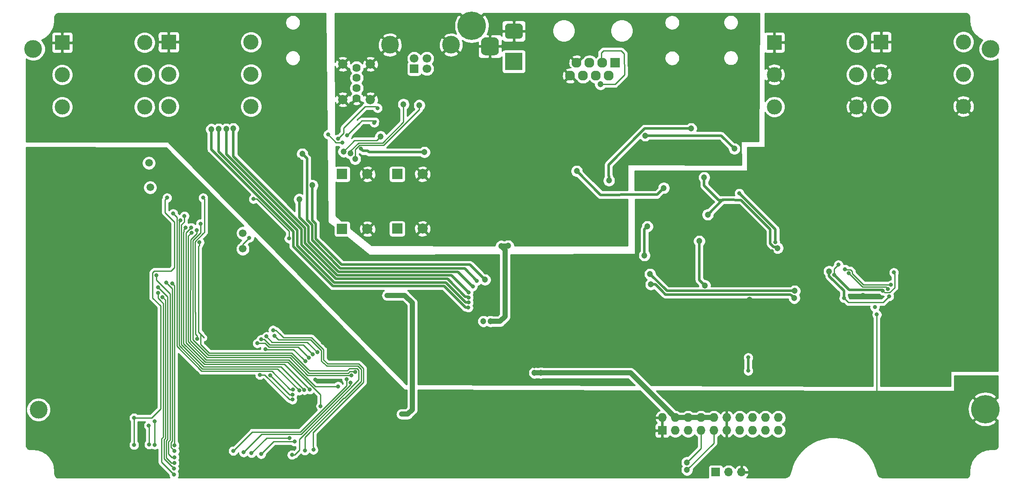
<source format=gbr>
G04 #@! TF.GenerationSoftware,KiCad,Pcbnew,5.1.5-52549c5~84~ubuntu18.04.1*
G04 #@! TF.CreationDate,2020-07-09T18:44:40+02:00*
G04 #@! TF.ProjectId,bottom-board,626f7474-6f6d-42d6-926f-6172642e6b69,rev?*
G04 #@! TF.SameCoordinates,Original*
G04 #@! TF.FileFunction,Copper,L2,Bot*
G04 #@! TF.FilePolarity,Positive*
%FSLAX46Y46*%
G04 Gerber Fmt 4.6, Leading zero omitted, Abs format (unit mm)*
G04 Created by KiCad (PCBNEW 5.1.5-52549c5~84~ubuntu18.04.1) date 2020-07-09 18:44:40*
%MOMM*%
%LPD*%
G04 APERTURE LIST*
%ADD10R,1.727200X1.727200*%
%ADD11O,1.727200X1.727200*%
%ADD12C,1.500000*%
%ADD13C,2.000000*%
%ADD14R,2.000000X2.000000*%
%ADD15R,1.700000X1.700000*%
%ADD16C,1.700000*%
%ADD17C,3.500000*%
%ADD18C,5.600000*%
%ADD19C,1.620000*%
%ADD20C,1.850000*%
%ADD21R,3.500000X3.500000*%
%ADD22C,0.100000*%
%ADD23O,1.700000X1.700000*%
%ADD24R,3.000000X3.000000*%
%ADD25C,3.000000*%
%ADD26R,1.960000X1.960000*%
%ADD27C,1.960000*%
%ADD28C,0.800000*%
%ADD29C,1.200000*%
%ADD30C,1.000000*%
%ADD31C,0.500000*%
%ADD32C,0.250000*%
%ADD33C,0.254000*%
G04 APERTURE END LIST*
D10*
X185510000Y-124890000D03*
D11*
X185510000Y-122350000D03*
X188050000Y-124890000D03*
X188050000Y-122350000D03*
X190590000Y-124890000D03*
X190590000Y-122350000D03*
X193130000Y-124890000D03*
X193130000Y-122350000D03*
X195670000Y-124890000D03*
X195670000Y-122350000D03*
X198210000Y-124890000D03*
X198210000Y-122350000D03*
X200750000Y-124890000D03*
X200750000Y-122350000D03*
X203290000Y-124890000D03*
X203290000Y-122350000D03*
X205830000Y-124890000D03*
X205830000Y-122350000D03*
X208370000Y-124890000D03*
X208370000Y-122350000D03*
D12*
X84582000Y-76962000D03*
D13*
X138250000Y-74350000D03*
D14*
X133250000Y-74350000D03*
D15*
X136600000Y-53560000D03*
D16*
X139100000Y-53560000D03*
X139100000Y-51560000D03*
X136600000Y-51560000D03*
D17*
X131830000Y-48850000D03*
X143870000Y-48850000D03*
X61525000Y-49675000D03*
X250250000Y-49670000D03*
X62550000Y-120775000D03*
D12*
X84328000Y-72136000D03*
D14*
X122400000Y-74350000D03*
D13*
X127400000Y-74350000D03*
D18*
X147960000Y-45110000D03*
D19*
X125260000Y-53380000D03*
X125260000Y-55380000D03*
X125260000Y-57380000D03*
D20*
X127980000Y-52650000D03*
D19*
X125260000Y-59380000D03*
D20*
X127980000Y-59650000D03*
X122540000Y-52650000D03*
X122540000Y-59650000D03*
D21*
X156250000Y-52150000D03*
G04 #@! TA.AperFunction,ComponentPad*
D22*
G36*
X157323513Y-44653611D02*
G01*
X157396318Y-44664411D01*
X157467714Y-44682295D01*
X157537013Y-44707090D01*
X157603548Y-44738559D01*
X157666678Y-44776398D01*
X157725795Y-44820242D01*
X157780330Y-44869670D01*
X157829758Y-44924205D01*
X157873602Y-44983322D01*
X157911441Y-45046452D01*
X157942910Y-45112987D01*
X157967705Y-45182286D01*
X157985589Y-45253682D01*
X157996389Y-45326487D01*
X158000000Y-45400000D01*
X158000000Y-46900000D01*
X157996389Y-46973513D01*
X157985589Y-47046318D01*
X157967705Y-47117714D01*
X157942910Y-47187013D01*
X157911441Y-47253548D01*
X157873602Y-47316678D01*
X157829758Y-47375795D01*
X157780330Y-47430330D01*
X157725795Y-47479758D01*
X157666678Y-47523602D01*
X157603548Y-47561441D01*
X157537013Y-47592910D01*
X157467714Y-47617705D01*
X157396318Y-47635589D01*
X157323513Y-47646389D01*
X157250000Y-47650000D01*
X155250000Y-47650000D01*
X155176487Y-47646389D01*
X155103682Y-47635589D01*
X155032286Y-47617705D01*
X154962987Y-47592910D01*
X154896452Y-47561441D01*
X154833322Y-47523602D01*
X154774205Y-47479758D01*
X154719670Y-47430330D01*
X154670242Y-47375795D01*
X154626398Y-47316678D01*
X154588559Y-47253548D01*
X154557090Y-47187013D01*
X154532295Y-47117714D01*
X154514411Y-47046318D01*
X154503611Y-46973513D01*
X154500000Y-46900000D01*
X154500000Y-45400000D01*
X154503611Y-45326487D01*
X154514411Y-45253682D01*
X154532295Y-45182286D01*
X154557090Y-45112987D01*
X154588559Y-45046452D01*
X154626398Y-44983322D01*
X154670242Y-44924205D01*
X154719670Y-44869670D01*
X154774205Y-44820242D01*
X154833322Y-44776398D01*
X154896452Y-44738559D01*
X154962987Y-44707090D01*
X155032286Y-44682295D01*
X155103682Y-44664411D01*
X155176487Y-44653611D01*
X155250000Y-44650000D01*
X157250000Y-44650000D01*
X157323513Y-44653611D01*
G37*
G04 #@! TD.AperFunction*
G04 #@! TA.AperFunction,ComponentPad*
G36*
X152510765Y-47404213D02*
G01*
X152595704Y-47416813D01*
X152678999Y-47437677D01*
X152759848Y-47466605D01*
X152837472Y-47503319D01*
X152911124Y-47547464D01*
X152980094Y-47598616D01*
X153043718Y-47656282D01*
X153101384Y-47719906D01*
X153152536Y-47788876D01*
X153196681Y-47862528D01*
X153233395Y-47940152D01*
X153262323Y-48021001D01*
X153283187Y-48104296D01*
X153295787Y-48189235D01*
X153300000Y-48275000D01*
X153300000Y-50025000D01*
X153295787Y-50110765D01*
X153283187Y-50195704D01*
X153262323Y-50278999D01*
X153233395Y-50359848D01*
X153196681Y-50437472D01*
X153152536Y-50511124D01*
X153101384Y-50580094D01*
X153043718Y-50643718D01*
X152980094Y-50701384D01*
X152911124Y-50752536D01*
X152837472Y-50796681D01*
X152759848Y-50833395D01*
X152678999Y-50862323D01*
X152595704Y-50883187D01*
X152510765Y-50895787D01*
X152425000Y-50900000D01*
X150675000Y-50900000D01*
X150589235Y-50895787D01*
X150504296Y-50883187D01*
X150421001Y-50862323D01*
X150340152Y-50833395D01*
X150262528Y-50796681D01*
X150188876Y-50752536D01*
X150119906Y-50701384D01*
X150056282Y-50643718D01*
X149998616Y-50580094D01*
X149947464Y-50511124D01*
X149903319Y-50437472D01*
X149866605Y-50359848D01*
X149837677Y-50278999D01*
X149816813Y-50195704D01*
X149804213Y-50110765D01*
X149800000Y-50025000D01*
X149800000Y-48275000D01*
X149804213Y-48189235D01*
X149816813Y-48104296D01*
X149837677Y-48021001D01*
X149866605Y-47940152D01*
X149903319Y-47862528D01*
X149947464Y-47788876D01*
X149998616Y-47719906D01*
X150056282Y-47656282D01*
X150119906Y-47598616D01*
X150188876Y-47547464D01*
X150262528Y-47503319D01*
X150340152Y-47466605D01*
X150421001Y-47437677D01*
X150504296Y-47416813D01*
X150589235Y-47404213D01*
X150675000Y-47400000D01*
X152425000Y-47400000D01*
X152510765Y-47404213D01*
G37*
G04 #@! TD.AperFunction*
D15*
X196040000Y-133090000D03*
D23*
X198580000Y-133090000D03*
X201120000Y-133090000D03*
D24*
X228640000Y-48290000D03*
D25*
X228640000Y-60990000D03*
X228640000Y-54640000D03*
X244870000Y-48290000D03*
X244870000Y-60990000D03*
X244870000Y-54640000D03*
D24*
X207590000Y-48380000D03*
D25*
X207590000Y-61080000D03*
X207590000Y-54730000D03*
X223820000Y-48380000D03*
X223820000Y-61080000D03*
X223820000Y-54730000D03*
X104450000Y-54660000D03*
X104450000Y-61010000D03*
X104450000Y-48310000D03*
X88220000Y-54660000D03*
X88220000Y-61010000D03*
D24*
X88220000Y-48310000D03*
D25*
X83460000Y-54760000D03*
X83460000Y-61110000D03*
X83460000Y-48410000D03*
X67230000Y-54760000D03*
X67230000Y-61110000D03*
D24*
X67230000Y-48410000D03*
D26*
X176250000Y-52400000D03*
D27*
X174980000Y-54940000D03*
X173710000Y-52400000D03*
X172440000Y-54940000D03*
X171170000Y-52400000D03*
X169900000Y-54940000D03*
X168630000Y-52400000D03*
X167360000Y-54940000D03*
D12*
X102830000Y-85980000D03*
D18*
X249174000Y-120670000D03*
D14*
X122400000Y-85150000D03*
D13*
X127400000Y-85150000D03*
X138250000Y-85100000D03*
D14*
X133250000Y-85100000D03*
D12*
X102810000Y-89070000D03*
D28*
X227400000Y-100575000D03*
X204370000Y-105280000D03*
X224700000Y-73900000D03*
X245100000Y-75500000D03*
X244900000Y-82900000D03*
X207100000Y-89550000D03*
X113850000Y-71400000D03*
X113250000Y-78000000D03*
D29*
X198000000Y-93550000D03*
X233600000Y-92350000D03*
X204750000Y-76350000D03*
X236000000Y-112650000D03*
X246050000Y-98550000D03*
X198900000Y-87350000D03*
X218646641Y-96756038D03*
X225050000Y-98350000D03*
X218670000Y-110680000D03*
X202700000Y-99122141D03*
X209862490Y-99950000D03*
X187500000Y-102000000D03*
X192750000Y-103425000D03*
X165700000Y-105300000D03*
X197925000Y-74725000D03*
X191990000Y-85390000D03*
X164640000Y-96260000D03*
X167500000Y-109296000D03*
X151400000Y-111980000D03*
X164430000Y-99730000D03*
X171630000Y-100140000D03*
D28*
X239400000Y-81560000D03*
X235070000Y-87430000D03*
X210010000Y-64590000D03*
X160274000Y-112268000D03*
X118237000Y-67437000D03*
X110744000Y-72390000D03*
X157450000Y-108375000D03*
D29*
X153760000Y-88530000D03*
X155140000Y-88470000D03*
X151638000Y-103378000D03*
X150260000Y-103360000D03*
X160310000Y-113520000D03*
X161544000Y-113538000D03*
X168650000Y-73750000D03*
X185800000Y-77080000D03*
X175000000Y-75600000D03*
X191200000Y-65350000D03*
X138630000Y-70020000D03*
D28*
X126130000Y-69355000D03*
X132250000Y-98250000D03*
X133250000Y-98250000D03*
X131250000Y-98250000D03*
X136250000Y-120750000D03*
X135347500Y-121652500D03*
X134125500Y-121652500D03*
D29*
X208245669Y-88914174D03*
X116550000Y-76550000D03*
X193775000Y-75000000D03*
X194470000Y-82330000D03*
X181990000Y-90370000D03*
X182570000Y-84670000D03*
X150560000Y-95160000D03*
D28*
X230249622Y-98435328D03*
X221300000Y-98800000D03*
X207800000Y-87800000D03*
X200700000Y-78100000D03*
D29*
X218410789Y-93509642D03*
X129985761Y-66925761D03*
X122687781Y-69902453D03*
X182127463Y-66757463D03*
X199720000Y-69350000D03*
D28*
X81400000Y-122400000D03*
X81400000Y-127750000D03*
X87884000Y-78994000D03*
X222253279Y-93874990D03*
X229999616Y-96985327D03*
X221500000Y-93100000D03*
X230606965Y-96190889D03*
D29*
X137620000Y-60760000D03*
X124960000Y-71360000D03*
X134490000Y-60575038D03*
X124035000Y-70283247D03*
D28*
X129390000Y-61330000D03*
X121610000Y-67405000D03*
X128720000Y-64210000D03*
X123405350Y-66664650D03*
X119620000Y-66530000D03*
X122430000Y-68130000D03*
X89260000Y-133580000D03*
X86090000Y-97740000D03*
X89300000Y-132360000D03*
X87000000Y-98590000D03*
X106426000Y-106934000D03*
X116621022Y-109897432D03*
X105664000Y-107696000D03*
X115858147Y-110543982D03*
X112634141Y-117800776D03*
X108256847Y-113993153D03*
X112604410Y-118800336D03*
X106172000Y-113915000D03*
D29*
X211601675Y-97372131D03*
X183100000Y-94050000D03*
X211517653Y-98769609D03*
X183250000Y-96100000D03*
X173320000Y-56650000D03*
D28*
X84582000Y-76962000D03*
X104902000Y-79248000D03*
X111926000Y-87050000D03*
X102830000Y-85910000D03*
X94290858Y-87790858D03*
X112500000Y-129699930D03*
X84328000Y-72136000D03*
X60706000Y-87630000D03*
X60579000Y-92710000D03*
X60579000Y-97790000D03*
X60579000Y-102870000D03*
X60579000Y-109220000D03*
X60579000Y-114300000D03*
X60960000Y-72771000D03*
X146950800Y-73972000D03*
X147001600Y-79712400D03*
X123600640Y-62615120D03*
X131873400Y-61153640D03*
X177525000Y-67675000D03*
X160850000Y-84120000D03*
X146900000Y-77020000D03*
D29*
X163450000Y-77020000D03*
X158400000Y-73598000D03*
D28*
X227800000Y-102025000D03*
D29*
X168400000Y-66750000D03*
X188200000Y-59650000D03*
X199950000Y-67350000D03*
X187770000Y-63270000D03*
X227760000Y-118860000D03*
D28*
X128767500Y-66050000D03*
X170583500Y-85366500D03*
X60810000Y-77450000D03*
X60730000Y-82540000D03*
X117130000Y-114850000D03*
D29*
X123444000Y-107696000D03*
X117094000Y-102362000D03*
D28*
X89154000Y-72136000D03*
D29*
X72600000Y-120900000D03*
X72600000Y-111300000D03*
X92150000Y-113350000D03*
X72700000Y-102950000D03*
X101300000Y-103000000D03*
X72700000Y-89300000D03*
X100400000Y-93050000D03*
X99950000Y-119800000D03*
X118750000Y-107400000D03*
X181750000Y-128150000D03*
X121050000Y-128150000D03*
X193900000Y-96300000D03*
X192800000Y-87550000D03*
D28*
X202438000Y-113120000D03*
X202438000Y-110490000D03*
D29*
X113950000Y-79300000D03*
D28*
X148150000Y-96500000D03*
D29*
X114550000Y-70350000D03*
D28*
X148979123Y-95400000D03*
D29*
X190360000Y-131170000D03*
X190380000Y-132650000D03*
X100950000Y-65350000D03*
D28*
X147350000Y-97650000D03*
D29*
X99550000Y-65450000D03*
D28*
X147350000Y-98650003D03*
D29*
X98057739Y-65442664D03*
D28*
X147350000Y-99650006D03*
D29*
X96619926Y-65489777D03*
D28*
X147287622Y-100648061D03*
X118170000Y-120074990D03*
X92640000Y-84870000D03*
X123280000Y-114737510D03*
X100963783Y-128917612D03*
X112014000Y-126350000D03*
X104538473Y-129354599D03*
X102990000Y-129200000D03*
X124047490Y-115462510D03*
X113030000Y-127075000D03*
X106426000Y-129540000D03*
X229000000Y-97325000D03*
X219399438Y-94215449D03*
X220218000Y-92202000D03*
X231140000Y-93726000D03*
X124220000Y-114012510D03*
X93710000Y-85410000D03*
X108787347Y-105087347D03*
X116750000Y-128700020D03*
X109050000Y-106250000D03*
X115050000Y-128850000D03*
X89330000Y-131270000D03*
X86110000Y-96660000D03*
X89360000Y-130160000D03*
X85769990Y-94324770D03*
X89370000Y-128930000D03*
X87770000Y-95770000D03*
X89360000Y-127800000D03*
X88937653Y-95912347D03*
X124976465Y-113358473D03*
X94490000Y-84110000D03*
X112700000Y-116780000D03*
X89090000Y-82120000D03*
X121600000Y-116187510D03*
X92698722Y-85868276D03*
X113957653Y-117012347D03*
X90535010Y-83450000D03*
X114953353Y-116919688D03*
X91330000Y-82590000D03*
X116010000Y-116824950D03*
X91570000Y-84900001D03*
X93825088Y-106834912D03*
X94996000Y-78994000D03*
X107280315Y-108864920D03*
X115153107Y-111262161D03*
X107488657Y-106350172D03*
X117499017Y-109418758D03*
X102810000Y-89070000D03*
X104100000Y-86900000D03*
X85460000Y-127710000D03*
X85410000Y-123060000D03*
X84330000Y-127640000D03*
X84280000Y-123910000D03*
D30*
X165700000Y-105300000D02*
X158080000Y-105300000D01*
X158080000Y-105300000D02*
X151400000Y-111980000D01*
X187020000Y-121320000D02*
X188050000Y-122350000D01*
X188050000Y-122350000D02*
X195670000Y-122350000D01*
X186980000Y-121280000D02*
X188050000Y-122350000D01*
X179238000Y-113538000D02*
X188050000Y-122350000D01*
X161544000Y-113538000D02*
X179238000Y-113538000D01*
X153760000Y-88530000D02*
X154511000Y-89281000D01*
X154511000Y-89281000D02*
X154511000Y-102410000D01*
X153543000Y-103378000D02*
X151638000Y-103378000D01*
X154511000Y-102410000D02*
X153543000Y-103378000D01*
X161526000Y-113520000D02*
X161544000Y-113538000D01*
X160310000Y-113520000D02*
X161526000Y-113520000D01*
X155080000Y-88530000D02*
X155140000Y-88470000D01*
X153760000Y-88530000D02*
X155080000Y-88530000D01*
D31*
X168650000Y-73750000D02*
X173350000Y-78450000D01*
X173350000Y-78450000D02*
X181150000Y-78400000D01*
X181900000Y-78400000D02*
X181150000Y-78400000D01*
X181900000Y-78400000D02*
X184480000Y-78400000D01*
X184480000Y-78400000D02*
X185800000Y-77080000D01*
X174900000Y-74700000D02*
X174900000Y-72500000D01*
X174900000Y-72500000D02*
X181500000Y-65900000D01*
X174900000Y-74651472D02*
X174900000Y-72500000D01*
X175000000Y-74751472D02*
X174900000Y-74651472D01*
X175000000Y-75600000D02*
X175000000Y-74751472D01*
X182050000Y-65350000D02*
X181500000Y-65900000D01*
X191200000Y-65350000D02*
X182050000Y-65350000D01*
X127424999Y-69754999D02*
X127690000Y-70020000D01*
X126529999Y-69754999D02*
X127424999Y-69754999D01*
X126130000Y-69355000D02*
X126529999Y-69754999D01*
X138630000Y-70020000D02*
X127690000Y-70020000D01*
D30*
X131250000Y-98250000D02*
X133250000Y-98250000D01*
X133250000Y-98250000D02*
X134750000Y-98250000D01*
X134750000Y-98250000D02*
X136250000Y-99750000D01*
X136250000Y-99750000D02*
X136250000Y-120750000D01*
X136250000Y-120750000D02*
X135347500Y-121652500D01*
X135347500Y-121652500D02*
X134125500Y-121652500D01*
D31*
X208031494Y-88699999D02*
X208245669Y-88914174D01*
X207441997Y-88699999D02*
X208031494Y-88699999D01*
X206800000Y-85189962D02*
X206800000Y-88058002D01*
X206800000Y-88058002D02*
X207441997Y-88699999D01*
X201042123Y-79432085D02*
X206800000Y-85189962D01*
X197380000Y-79420000D02*
X198550000Y-79420000D01*
X196685579Y-79432085D02*
X198550000Y-79420000D01*
X194470000Y-82330000D02*
X197380000Y-79420000D01*
X198550000Y-79420000D02*
X201042123Y-79432085D01*
X196685579Y-79432085D02*
X196602085Y-79432085D01*
X193775000Y-76605000D02*
X193775000Y-75000000D01*
X196602085Y-79432085D02*
X193775000Y-76605000D01*
X147600000Y-92200000D02*
X146450000Y-92200000D01*
X150560000Y-95160000D02*
X147600000Y-92200000D01*
X147550000Y-92200000D02*
X146450000Y-92200000D01*
X181990000Y-90370000D02*
X181990000Y-85250000D01*
X181990000Y-85250000D02*
X182570000Y-84670000D01*
X126490000Y-92200000D02*
X122295813Y-92200000D01*
X126490000Y-92200000D02*
X125300000Y-92200000D01*
X146450000Y-92200000D02*
X126490000Y-92200000D01*
X116550000Y-83450000D02*
X117192111Y-84092111D01*
X116550000Y-83450000D02*
X116550000Y-76550000D01*
X117192111Y-87096298D02*
X122295813Y-92200000D01*
X117192111Y-84092111D02*
X117192111Y-87096298D01*
D32*
X230114294Y-98300000D02*
X230249622Y-98435328D01*
D31*
X201900000Y-79300000D02*
X207800000Y-85200000D01*
X207800000Y-85200000D02*
X207800000Y-87800000D01*
X221300000Y-97350000D02*
X221300000Y-98800000D01*
X201900000Y-79300000D02*
X200700000Y-78100000D01*
X221300000Y-97350000D02*
X218410789Y-94460789D01*
X218410789Y-94460789D02*
X218410789Y-93509642D01*
D32*
X221300000Y-98800000D02*
X222150000Y-99650000D01*
X229034950Y-99650000D02*
X230249622Y-98435328D01*
X222150000Y-99650000D02*
X229034950Y-99650000D01*
X129985761Y-66925761D02*
X129181540Y-67729982D01*
X129181540Y-67729982D02*
X124860252Y-67729982D01*
X124860252Y-67729982D02*
X122687781Y-69902453D01*
D31*
X182127463Y-66757463D02*
X195247463Y-66757463D01*
X195247463Y-66757463D02*
X195250000Y-66760000D01*
X195250000Y-66760000D02*
X197130000Y-66760000D01*
X197130000Y-66760000D02*
X199720000Y-69350000D01*
D32*
X81400000Y-127750000D02*
X81400000Y-122400000D01*
X87484001Y-79393999D02*
X87884000Y-78994000D01*
X87484001Y-81896001D02*
X87484001Y-79393999D01*
X89360000Y-83772000D02*
X87484001Y-81896001D01*
X89360000Y-92758000D02*
X89360000Y-83772000D01*
X88646000Y-93472000D02*
X89360000Y-92758000D01*
X81400000Y-122400000D02*
X84864000Y-122400000D01*
X84864000Y-122400000D02*
X86614000Y-120650000D01*
X85344000Y-93472000D02*
X88646000Y-93472000D01*
X86614000Y-120650000D02*
X86614000Y-100330000D01*
X85044989Y-98760989D02*
X85044989Y-93771011D01*
X86614000Y-100330000D02*
X85044989Y-98760989D01*
X85044989Y-93771011D02*
X85344000Y-93472000D01*
X229999616Y-96985327D02*
X229599617Y-96585328D01*
X226185328Y-96585328D02*
X225932860Y-96585328D01*
X229599617Y-96585328D02*
X226185328Y-96585328D01*
X224700000Y-96300000D02*
X222253279Y-93874990D01*
X226185328Y-96585328D02*
X224985328Y-96585328D01*
X224985328Y-96585328D02*
X224700000Y-96300000D01*
X221549989Y-93149989D02*
X221500000Y-93100000D01*
X222602453Y-93149989D02*
X221549989Y-93149989D01*
X230606965Y-96190889D02*
X230041280Y-96190889D01*
X229985709Y-96135318D02*
X225172895Y-96135318D01*
X230041280Y-96190889D02*
X229985709Y-96135318D01*
X222978280Y-93525816D02*
X222602453Y-93149989D01*
X225172895Y-96135318D02*
X222978280Y-93940703D01*
X222978280Y-93940703D02*
X222978280Y-93525816D01*
X137620000Y-61608528D02*
X130598528Y-68630000D01*
X137620000Y-60760000D02*
X137620000Y-61608528D01*
X125810000Y-68630000D02*
X124960000Y-69480000D01*
X124960000Y-69480000D02*
X124960000Y-71360000D01*
X130598528Y-68630000D02*
X125810000Y-68630000D01*
X134490000Y-60575038D02*
X134490000Y-64102118D01*
X134490000Y-64102118D02*
X130412128Y-68179990D01*
X124035000Y-69768590D02*
X124035000Y-70283247D01*
X130412128Y-68179990D02*
X125623599Y-68179991D01*
X125623599Y-68179991D02*
X124035000Y-69768590D01*
X129050000Y-60990000D02*
X129390000Y-61330000D01*
X128290000Y-60990000D02*
X129050000Y-60990000D01*
X128290000Y-60990000D02*
X126954584Y-60990000D01*
X122732292Y-66282708D02*
X121610000Y-67405000D01*
X122732292Y-65212292D02*
X122732292Y-66282708D01*
X126954584Y-60990000D02*
X122732292Y-65212292D01*
X129020000Y-63830000D02*
X129020000Y-64068518D01*
X128640000Y-64130000D02*
X128720000Y-64210000D01*
X128640000Y-63830000D02*
X128640000Y-64130000D01*
X128640000Y-63830000D02*
X126271260Y-63830000D01*
X129020000Y-63830000D02*
X128640000Y-63830000D01*
X125805630Y-64295630D02*
X123237500Y-66863760D01*
X126271260Y-63830000D02*
X125805630Y-64295630D01*
X125774370Y-64295630D02*
X123405350Y-66664650D01*
X125805630Y-64295630D02*
X125774370Y-64295630D01*
X119620000Y-66530000D02*
X121220000Y-68130000D01*
X121220000Y-68130000D02*
X122430000Y-68130000D01*
X86834963Y-126499397D02*
X86834963Y-131154963D01*
X87109950Y-126224410D02*
X86834963Y-126499397D01*
X86090000Y-98753002D02*
X86716948Y-99379950D01*
X86834963Y-131154963D02*
X89260000Y-133580000D01*
X86090000Y-97740000D02*
X86090000Y-98753002D01*
X86716948Y-99379950D02*
X86716948Y-99416948D01*
X87109950Y-99809950D02*
X87109950Y-126224410D01*
X86716948Y-99416948D02*
X87109950Y-99809950D01*
X88817906Y-131960001D02*
X87284971Y-130427066D01*
X89300000Y-132360000D02*
X88900001Y-131960001D01*
X87284971Y-130427066D02*
X87284972Y-126685798D01*
X88900001Y-131960001D02*
X88817906Y-131960001D01*
X87284972Y-126685798D02*
X87559960Y-126410810D01*
X87559960Y-126410810D02*
X87559960Y-125790000D01*
X87559960Y-125790000D02*
X87559960Y-125606400D01*
X87559960Y-125606400D02*
X87559960Y-99160000D01*
X87559960Y-99160000D02*
X87559960Y-99149960D01*
X87559960Y-99149960D02*
X87000000Y-98590000D01*
X106426000Y-106991002D02*
X106426000Y-106934000D01*
X106426000Y-106934000D02*
X106684000Y-106934000D01*
X106991685Y-106934000D02*
X106426000Y-106934000D01*
X107058807Y-106934000D02*
X106991685Y-106934000D01*
X108124787Y-107999980D02*
X107058807Y-106934000D01*
X114163165Y-107999980D02*
X113399980Y-107999980D01*
X114723570Y-107999980D02*
X113399980Y-107999980D01*
X116621022Y-109897432D02*
X114723570Y-107999980D01*
X113399980Y-107999980D02*
X108124787Y-107999980D01*
X105664000Y-107696000D02*
X107184397Y-107696000D01*
X107938387Y-108449990D02*
X113472815Y-108449990D01*
X107184397Y-107696000D02*
X107938387Y-108449990D01*
X113764155Y-108449990D02*
X113472815Y-108449990D01*
X115858147Y-110543982D02*
X113764155Y-108449990D01*
X112634141Y-117800776D02*
X112068456Y-117800776D01*
X112068456Y-117800776D02*
X109432505Y-115164825D01*
X112064470Y-117800776D02*
X112634141Y-117800776D01*
X108256847Y-113993153D02*
X112064470Y-117800776D01*
X112604410Y-118800336D02*
X112120336Y-118800336D01*
X107153389Y-113915000D02*
X106172000Y-113915000D01*
X112604410Y-118800336D02*
X112038725Y-118800336D01*
X112038725Y-118800336D02*
X107153389Y-113915000D01*
D31*
X211601675Y-97372131D02*
X186422131Y-97372131D01*
X186422131Y-97372131D02*
X183100000Y-94050000D01*
X210869610Y-98169610D02*
X210772141Y-98072141D01*
X211517653Y-98769609D02*
X210917654Y-98169610D01*
X210917654Y-98169610D02*
X210869610Y-98169610D01*
X210772141Y-98072141D02*
X207500000Y-98072141D01*
X186132178Y-98072141D02*
X185400000Y-97339962D01*
X207500000Y-98072141D02*
X186132178Y-98072141D01*
X185400000Y-97339962D02*
X184160038Y-96100000D01*
X184160038Y-96100000D02*
X183250000Y-96100000D01*
D32*
X173482000Y-50430071D02*
X173912071Y-50000000D01*
X173482000Y-51816000D02*
X173482000Y-50430071D01*
X173912071Y-50000000D02*
X177400000Y-50000000D01*
X177400000Y-50000000D02*
X178000000Y-50600000D01*
X178000000Y-54800000D02*
X176600000Y-56200000D01*
X176180000Y-56650000D02*
X178040000Y-54790000D01*
X173320000Y-56650000D02*
X176180000Y-56650000D01*
X178000000Y-50600000D02*
X178040000Y-54790000D01*
X178040000Y-54790000D02*
X178000000Y-54800000D01*
X105595036Y-79248000D02*
X109220000Y-82872964D01*
X104902000Y-79248000D02*
X105595036Y-79248000D01*
X109220000Y-82872964D02*
X111673518Y-85326482D01*
X111673518Y-85326482D02*
X111926000Y-85578964D01*
X111926000Y-85578964D02*
X111926000Y-87050000D01*
X102830000Y-85910000D02*
X102830000Y-85558000D01*
X94290858Y-88356543D02*
X94050000Y-88597401D01*
X94290858Y-87790858D02*
X94290858Y-88356543D01*
X94050000Y-105500000D02*
X95150000Y-106600000D01*
X94550089Y-105850089D02*
X94550089Y-107948809D01*
X94050000Y-105350000D02*
X94550089Y-105850089D01*
X94050000Y-105350000D02*
X94050000Y-105500000D01*
X94050000Y-88597401D02*
X94050000Y-105350000D01*
X94550089Y-107948809D02*
X96101280Y-109500000D01*
X96101280Y-109500000D02*
X96191200Y-109589920D01*
X115662631Y-112796991D02*
X115683402Y-112796992D01*
X96191200Y-109589920D02*
X112455561Y-109589921D01*
X112455561Y-109589921D02*
X115662631Y-112796991D01*
X115683402Y-112796992D02*
X115998900Y-113112490D01*
X115998900Y-113112490D02*
X123400000Y-113112490D01*
X125324466Y-112633472D02*
X125701466Y-113010472D01*
X123889626Y-112633472D02*
X125324466Y-112633472D01*
X123400000Y-113112490D02*
X123410608Y-113112490D01*
X123410608Y-113112490D02*
X123889626Y-112633472D01*
X113065685Y-129699930D02*
X114000000Y-128765615D01*
X112500000Y-129699930D02*
X113065685Y-129699930D01*
X114000000Y-128765615D02*
X114000000Y-126590812D01*
X125689346Y-114901466D02*
X125701466Y-114901466D01*
X114000000Y-126590812D02*
X125689346Y-114901466D01*
X125701466Y-113010472D02*
X125701466Y-114901466D01*
X227800000Y-102025000D02*
X227800000Y-117800000D01*
X227800000Y-117800000D02*
X227800000Y-118820000D01*
X227800000Y-118820000D02*
X227760000Y-118860000D01*
X60810000Y-77450000D02*
X60810000Y-82460000D01*
X60810000Y-82460000D02*
X60730000Y-82540000D01*
X123444000Y-107796000D02*
X123444000Y-107696000D01*
D31*
X72600000Y-120900000D02*
X72600000Y-111300000D01*
X72600000Y-111300000D02*
X72600000Y-103050000D01*
X72600000Y-103050000D02*
X72700000Y-102950000D01*
X72700000Y-102950000D02*
X72700000Y-89300000D01*
D32*
X183363600Y-128150000D02*
X181750000Y-128150000D01*
X185510000Y-124890000D02*
X185510000Y-126003600D01*
X185510000Y-126003600D02*
X183363600Y-128150000D01*
D31*
X193900000Y-96300000D02*
X192800000Y-95200000D01*
X192800000Y-95200000D02*
X192800000Y-87550000D01*
X202438000Y-113120000D02*
X202438000Y-110490000D01*
X113950000Y-82829926D02*
X113950000Y-79300000D01*
X115792091Y-84672017D02*
X113950000Y-82829926D01*
X115792091Y-87676204D02*
X115792091Y-84672017D01*
X121715909Y-93600020D02*
X115792091Y-87676204D01*
X145239850Y-93600020D02*
X121715909Y-93600020D01*
X148187104Y-96547274D02*
X145239850Y-93600020D01*
X146549990Y-92970867D02*
X148957281Y-95378158D01*
X122005861Y-92900010D02*
X125010047Y-92900010D01*
X115499999Y-71299999D02*
X115499999Y-83389962D01*
X114550000Y-70350000D02*
X115499999Y-71299999D01*
X115499999Y-83389962D02*
X116492101Y-84382064D01*
X119878804Y-90772953D02*
X122005861Y-92900010D01*
X115499999Y-83389963D02*
X115499999Y-83389962D01*
X116492101Y-84382065D02*
X115499999Y-83389963D01*
X122005861Y-92900010D02*
X122005860Y-92900010D01*
X116492101Y-87386251D02*
X116492101Y-84382065D01*
X122005860Y-92900010D02*
X116492101Y-87386251D01*
X125010047Y-92900010D02*
X146549990Y-92900010D01*
D32*
X193130000Y-128400000D02*
X193130000Y-124890000D01*
X190360000Y-131170000D02*
X193130000Y-128400000D01*
X195670000Y-127360000D02*
X195670000Y-124890000D01*
X190380000Y-132650000D02*
X195670000Y-127360000D01*
D31*
X147330417Y-97654564D02*
X143975883Y-94300030D01*
X143975883Y-94300030D02*
X124430141Y-94300030D01*
X124430141Y-94300030D02*
X125603000Y-94300030D01*
X100950000Y-70819889D02*
X100950000Y-65350000D01*
X115092083Y-84961971D02*
X100950000Y-70819889D01*
X115092083Y-87966158D02*
X115092083Y-84961971D01*
X121425955Y-94300030D02*
X115092083Y-87966158D01*
X124430141Y-94300030D02*
X121425955Y-94300030D01*
X143150040Y-95000040D02*
X124140188Y-95000040D01*
X99550000Y-70409851D02*
X99550000Y-65450000D01*
X114392075Y-85251925D02*
X99550000Y-70409851D01*
X114392075Y-88256113D02*
X114392075Y-85251925D01*
X121136002Y-95000040D02*
X114392075Y-88256113D01*
X124968000Y-95000040D02*
X121136002Y-95000040D01*
X146650001Y-98500001D02*
X143150040Y-95000040D01*
X147199998Y-98500001D02*
X146650001Y-98500001D01*
X147350000Y-98650003D02*
X147199998Y-98500001D01*
X98057739Y-69907554D02*
X98057739Y-65442664D01*
X113579592Y-85429408D02*
X98057739Y-69907554D01*
X113579592Y-88433593D02*
X113579592Y-85429408D01*
X120846049Y-95700050D02*
X113579592Y-88433593D01*
X142365125Y-95700050D02*
X120846049Y-95700050D01*
X142834359Y-95700050D02*
X142365125Y-95700050D01*
X146784315Y-99650006D02*
X142834359Y-95700050D01*
X147350000Y-99650006D02*
X146784315Y-99650006D01*
X96619926Y-69459704D02*
X96619926Y-65489777D01*
X112776000Y-85615778D02*
X96619926Y-69459704D01*
X112776000Y-88619964D02*
X112776000Y-85615778D01*
X120556096Y-96400060D02*
X112776000Y-88619964D01*
X124460000Y-96400060D02*
X120556096Y-96400060D01*
X146721937Y-100648061D02*
X147287622Y-100648061D01*
X142473936Y-96400060D02*
X146721937Y-100648061D01*
X123560282Y-96400060D02*
X142473936Y-96400060D01*
D32*
X118170000Y-120074990D02*
X118170000Y-117850000D01*
X115210000Y-114890000D02*
X115110000Y-114890000D01*
X116530000Y-116210000D02*
X111709960Y-111389960D01*
X116530000Y-116210000D02*
X115210000Y-114890000D01*
X118170000Y-117850000D02*
X116530000Y-116210000D01*
X111709960Y-111389960D02*
X111211420Y-111389960D01*
X111211420Y-111389960D02*
X110110000Y-111389960D01*
X110110000Y-111389960D02*
X110100000Y-111389960D01*
X91610050Y-107554410D02*
X91610050Y-85899950D01*
X110110000Y-111389960D02*
X95445600Y-111389960D01*
X91610050Y-85899950D02*
X92640000Y-84870000D01*
X95445600Y-111389960D02*
X91610050Y-107554410D01*
X123280000Y-116037992D02*
X114143003Y-125174989D01*
X123280000Y-114737510D02*
X123280000Y-116037992D01*
X114143003Y-125174989D02*
X104706406Y-125174989D01*
X104706406Y-125174989D02*
X100963783Y-128917612D01*
X112014000Y-126350000D02*
X108346000Y-126350000D01*
X108346000Y-126350000D02*
X107543072Y-126350000D01*
X107543072Y-126350000D02*
X104538473Y-129354599D01*
X124047490Y-115906912D02*
X124047490Y-115462510D01*
X114329404Y-125624998D02*
X124047490Y-115906912D01*
X102990000Y-129200000D02*
X106565001Y-125624999D01*
X106565001Y-125624999D02*
X114329404Y-125624998D01*
X113030000Y-127075000D02*
X108891000Y-127075000D01*
X108891000Y-127075000D02*
X106426000Y-129540000D01*
D31*
X228835338Y-97160338D02*
X229000000Y-97325000D01*
X219399438Y-94215449D02*
X222344327Y-97160338D01*
X222344327Y-97160338D02*
X228835338Y-97160338D01*
D32*
X219399438Y-94215449D02*
X219399438Y-93020562D01*
X219399438Y-93020562D02*
X220218000Y-92202000D01*
X231331966Y-96725979D02*
X231331966Y-93917966D01*
X230347617Y-97710328D02*
X231331966Y-96725979D01*
X231331966Y-93917966D02*
X231140000Y-93726000D01*
X229000000Y-97325000D02*
X229385328Y-97710328D01*
X229385328Y-97710328D02*
X230347617Y-97710328D01*
X124220000Y-114012510D02*
X115605330Y-114012510D01*
X115605330Y-114012510D02*
X112082760Y-110489940D01*
X112082760Y-110489940D02*
X95818400Y-110489940D01*
X95818400Y-110489940D02*
X92510070Y-107181610D01*
X93710000Y-86073590D02*
X92520000Y-87263590D01*
X92520000Y-87263590D02*
X92520000Y-87320000D01*
X93710000Y-85410000D02*
X93710000Y-86073590D01*
X92510070Y-107181610D02*
X92520000Y-87320000D01*
X109353032Y-105087347D02*
X110065675Y-105799990D01*
X108787347Y-105087347D02*
X109353032Y-105087347D01*
X110065675Y-105799990D02*
X110065675Y-105815675D01*
X110065675Y-105815675D02*
X110812972Y-106562972D01*
X116352644Y-106562973D02*
X118750010Y-108960339D01*
X110812972Y-106562972D02*
X116352644Y-106562973D01*
X118750010Y-108960339D02*
X118750010Y-110999584D01*
X118750010Y-110999584D02*
X119565419Y-111733452D01*
X125697268Y-111733454D02*
X126601485Y-112637673D01*
X119565419Y-111733452D02*
X125697268Y-111733454D01*
X126601485Y-112637673D02*
X126601484Y-115371336D01*
X126601484Y-115371336D02*
X120311410Y-121661410D01*
X116700000Y-128084335D02*
X116700000Y-125163632D01*
X116750000Y-128700020D02*
X116750000Y-128134335D01*
X116750000Y-128134335D02*
X116700000Y-128084335D01*
X126601482Y-115371336D02*
X126601484Y-115371336D01*
X116809186Y-125163632D02*
X126601482Y-115371336D01*
X116700000Y-125163632D02*
X116809186Y-125163632D01*
X116166243Y-107012982D02*
X109812982Y-107012982D01*
X118300000Y-109146739D02*
X116166243Y-107012982D01*
X118300000Y-111200000D02*
X118300000Y-109146739D01*
X126151475Y-115184935D02*
X126151476Y-112824072D01*
X123703226Y-112183462D02*
X119383462Y-112183462D01*
X126151476Y-112824072D02*
X125510867Y-112183463D01*
X125510867Y-112183463D02*
X123703226Y-112183462D01*
X109812982Y-107012982D02*
X109050000Y-106250000D01*
X119300000Y-112100000D02*
X118300000Y-111200000D01*
X119383462Y-112183462D02*
X119300000Y-112100000D01*
X115050000Y-128850000D02*
X115050000Y-126177222D01*
X122836410Y-118500000D02*
X126151475Y-115184935D01*
X122727222Y-118500000D02*
X122836410Y-118500000D01*
X115050000Y-126177222D02*
X122727222Y-118500000D01*
X87734981Y-126872199D02*
X88009970Y-126597210D01*
X87734981Y-130240666D02*
X87734981Y-126872199D01*
X89330000Y-131270000D02*
X88764315Y-131270000D01*
X88764315Y-131270000D02*
X87734981Y-130240666D01*
X88009970Y-126597210D02*
X88009970Y-125420000D01*
X88009970Y-125420000D02*
X88009970Y-98659970D01*
X88009970Y-98659970D02*
X88009970Y-98559970D01*
X88009970Y-98559970D02*
X86110000Y-96660000D01*
X88184989Y-129550674D02*
X88184990Y-127058600D01*
X89360000Y-130160000D02*
X88794315Y-130160000D01*
X88794315Y-130160000D02*
X88184989Y-129550674D01*
X88184990Y-127058600D02*
X88459980Y-126783610D01*
X88459980Y-126783610D02*
X88459980Y-125260000D01*
X88459980Y-125260000D02*
X88459980Y-125196400D01*
X88459980Y-125196400D02*
X88459980Y-98390000D01*
X85769990Y-94890455D02*
X85769990Y-94324770D01*
X85769990Y-95246988D02*
X85769990Y-94890455D01*
X88459980Y-97936978D02*
X85769990Y-95246988D01*
X88459980Y-98390000D02*
X88459980Y-97936978D01*
X88634999Y-127245001D02*
X88909990Y-126970010D01*
X89370000Y-128930000D02*
X88634999Y-128194999D01*
X88634999Y-128194999D02*
X88634999Y-127245001D01*
X88909990Y-126970010D02*
X88909990Y-125010000D01*
X88909990Y-125010000D02*
X88909990Y-98180000D01*
X88909990Y-98180000D02*
X88909990Y-96909990D01*
X88909990Y-96909990D02*
X87770000Y-95770000D01*
X89360000Y-127800000D02*
X89360000Y-97900000D01*
X89360000Y-97900000D02*
X89360000Y-96334694D01*
X89360000Y-96334694D02*
X88937653Y-95912347D01*
X123871999Y-113287509D02*
X123597008Y-113562500D01*
X124568001Y-113287509D02*
X123871999Y-113287509D01*
X124976465Y-113358473D02*
X124638965Y-113358473D01*
X124638965Y-113358473D02*
X124568001Y-113287509D01*
X115812500Y-113562500D02*
X115497001Y-113247001D01*
X123597008Y-113562500D02*
X115812500Y-113562500D01*
X115476231Y-113247001D02*
X112269160Y-110039930D01*
X115497001Y-113247001D02*
X115476231Y-113247001D01*
X112269160Y-110039930D02*
X96004800Y-110039930D01*
X96004800Y-110039930D02*
X92960080Y-106995210D01*
X92960080Y-106995210D02*
X92960080Y-87459920D01*
X92960080Y-87459920D02*
X94490000Y-85930000D01*
X94490000Y-85930000D02*
X94490000Y-84110000D01*
X112134315Y-116780000D02*
X108544315Y-113190000D01*
X112700000Y-116780000D02*
X112134315Y-116780000D01*
X94700000Y-113190000D02*
X89810010Y-108300010D01*
X108544315Y-113190000D02*
X94700000Y-113190000D01*
X89810010Y-108300010D02*
X89810010Y-108230000D01*
X89810010Y-108300010D02*
X89810010Y-82840010D01*
X89810010Y-82840010D02*
X89090000Y-82120000D01*
X117143920Y-116187510D02*
X121600000Y-116187510D01*
X111896360Y-110939950D02*
X117143920Y-116187510D01*
X92060060Y-107368010D02*
X95632000Y-110939950D01*
X92060060Y-86506938D02*
X92060060Y-107368010D01*
X95632000Y-110939950D02*
X111896360Y-110939950D01*
X92698722Y-85868276D02*
X92060060Y-86506938D01*
X113957653Y-117012347D02*
X113000305Y-116054999D01*
X109685296Y-112739990D02*
X113957653Y-117012347D01*
X94886400Y-112739990D02*
X109685296Y-112739990D01*
X90260020Y-83504990D02*
X90260020Y-108113610D01*
X90260020Y-108113610D02*
X94886400Y-112739990D01*
X90480020Y-83504990D02*
X90260020Y-83504990D01*
X90535010Y-83450000D02*
X90480020Y-83504990D01*
X114953353Y-116919688D02*
X113638654Y-115604989D01*
X91330000Y-82590000D02*
X91330000Y-83730030D01*
X91330000Y-83730030D02*
X90710030Y-84350000D01*
X90710030Y-107927210D02*
X90710030Y-107180030D01*
X110323645Y-112289980D02*
X95072800Y-112289980D01*
X95072800Y-112289980D02*
X90710030Y-107927210D01*
X114953353Y-116919688D02*
X110323645Y-112289980D01*
X90710030Y-84350000D02*
X90710030Y-107180030D01*
X90710030Y-107180030D02*
X90710030Y-107903620D01*
X116010000Y-116824950D02*
X114340029Y-115154979D01*
X91170001Y-85300000D02*
X91570000Y-84900001D01*
X111025020Y-111839970D02*
X95259200Y-111839970D01*
X116010000Y-116824950D02*
X111025020Y-111839970D01*
X95259200Y-111839970D02*
X91160040Y-107740810D01*
X91160040Y-107740810D02*
X91160040Y-85713550D01*
X91160040Y-85713550D02*
X91170001Y-85703589D01*
X91170001Y-85703589D02*
X91170001Y-85300000D01*
X93825088Y-106269227D02*
X93472000Y-105916139D01*
X93825088Y-106834912D02*
X93825088Y-106269227D01*
X93472000Y-101854000D02*
X93410090Y-101792090D01*
X93472000Y-105916139D02*
X93472000Y-101854000D01*
X93472000Y-101600000D02*
X93410090Y-101538090D01*
X93472000Y-101854000D02*
X93472000Y-101600000D01*
X93410090Y-87646320D02*
X94940009Y-86116401D01*
X93410090Y-101538090D02*
X93410090Y-87646320D01*
X94940009Y-86116401D02*
X95250000Y-85806410D01*
X95250000Y-85806410D02*
X95250000Y-79248000D01*
X95250000Y-79248000D02*
X94996000Y-78994000D01*
X112790946Y-108900000D02*
X107315395Y-108900000D01*
X107315395Y-108900000D02*
X107280315Y-108864920D01*
X115153107Y-111262161D02*
X114550000Y-110659054D01*
X114658126Y-110767180D02*
X114550000Y-110650000D01*
X114550000Y-110659054D02*
X114550000Y-110650000D01*
X114550000Y-110650000D02*
X112790946Y-108900000D01*
X107488657Y-106350172D02*
X108601477Y-107462992D01*
X115543251Y-107462992D02*
X114537008Y-107462992D01*
X108601477Y-107462992D02*
X114537008Y-107462992D01*
X117499017Y-109418758D02*
X115543251Y-107462992D01*
X114537008Y-107462992D02*
X115020344Y-107462992D01*
X102810000Y-88190000D02*
X102810000Y-89070000D01*
X104100000Y-86900000D02*
X102810000Y-88190000D01*
X85460000Y-127710000D02*
X85460000Y-123950000D01*
X85460000Y-123950000D02*
X85440000Y-123930000D01*
X85460000Y-123950000D02*
X85460000Y-123110000D01*
X85460000Y-123110000D02*
X85410000Y-123060000D01*
X84330000Y-127640000D02*
X84330000Y-123960000D01*
X84330000Y-123960000D02*
X84280000Y-123910000D01*
D33*
G36*
X119401196Y-65518246D02*
G01*
X119318102Y-65534774D01*
X119129744Y-65612795D01*
X118960226Y-65726063D01*
X118816063Y-65870226D01*
X118702795Y-66039744D01*
X118624774Y-66228102D01*
X118585000Y-66428061D01*
X118585000Y-66631939D01*
X118624774Y-66831898D01*
X118702795Y-67020256D01*
X118816063Y-67189774D01*
X118960226Y-67333937D01*
X119129744Y-67447205D01*
X119318102Y-67525226D01*
X119420458Y-67545586D01*
X119573006Y-83601207D01*
X119577617Y-83633933D01*
X119638617Y-83853933D01*
X119647589Y-83877157D01*
X119660919Y-83898184D01*
X119682813Y-83920079D01*
X120761928Y-84763138D01*
X120761928Y-86150000D01*
X120774188Y-86274482D01*
X120810498Y-86394180D01*
X120869463Y-86504494D01*
X120948815Y-86601185D01*
X121045506Y-86680537D01*
X121155820Y-86739502D01*
X121275518Y-86775812D01*
X121400000Y-86788072D01*
X123353844Y-86788072D01*
X127810813Y-90270079D01*
X127831840Y-90283410D01*
X127855063Y-90292382D01*
X127889309Y-90297000D01*
X153376000Y-90234989D01*
X153376001Y-101939867D01*
X153072868Y-102243000D01*
X152125079Y-102243000D01*
X151998236Y-102190460D01*
X151759637Y-102143000D01*
X151516363Y-102143000D01*
X151277764Y-102190460D01*
X151053008Y-102283557D01*
X150962469Y-102344053D01*
X150844992Y-102265557D01*
X150620236Y-102172460D01*
X150381637Y-102125000D01*
X150138363Y-102125000D01*
X149899764Y-102172460D01*
X149675008Y-102265557D01*
X149472733Y-102400713D01*
X149300713Y-102572733D01*
X149165557Y-102775008D01*
X149072460Y-102999764D01*
X149025000Y-103238363D01*
X149025000Y-103481637D01*
X149072460Y-103720236D01*
X149165557Y-103944992D01*
X149300713Y-104147267D01*
X149472733Y-104319287D01*
X149675008Y-104454443D01*
X149899764Y-104547540D01*
X150138363Y-104595000D01*
X150381637Y-104595000D01*
X150620236Y-104547540D01*
X150844992Y-104454443D01*
X150935531Y-104393947D01*
X151053008Y-104472443D01*
X151277764Y-104565540D01*
X151516363Y-104613000D01*
X151759637Y-104613000D01*
X151998236Y-104565540D01*
X152125079Y-104513000D01*
X153487249Y-104513000D01*
X153543000Y-104518491D01*
X153598751Y-104513000D01*
X153598752Y-104513000D01*
X153765499Y-104496577D01*
X153979447Y-104431676D01*
X154176623Y-104326284D01*
X154349449Y-104184449D01*
X154384995Y-104141136D01*
X155274145Y-103251987D01*
X155317449Y-103216449D01*
X155354012Y-103171898D01*
X155459284Y-103043623D01*
X155564676Y-102846447D01*
X155629577Y-102632499D01*
X155651491Y-102410000D01*
X155646000Y-102354248D01*
X155646000Y-93928363D01*
X181865000Y-93928363D01*
X181865000Y-94171637D01*
X181912460Y-94410236D01*
X182005557Y-94634992D01*
X182140713Y-94837267D01*
X182312733Y-95009287D01*
X182486079Y-95125113D01*
X182462733Y-95140713D01*
X182290713Y-95312733D01*
X182155557Y-95515008D01*
X182062460Y-95739764D01*
X182015000Y-95978363D01*
X182015000Y-96221637D01*
X182062460Y-96460236D01*
X182155557Y-96684992D01*
X182290713Y-96887267D01*
X182462733Y-97059287D01*
X182665008Y-97194443D01*
X182889764Y-97287540D01*
X183128363Y-97335000D01*
X183371637Y-97335000D01*
X183610236Y-97287540D01*
X183834992Y-97194443D01*
X183935647Y-97127187D01*
X184804953Y-97996494D01*
X184804958Y-97996498D01*
X185475648Y-98667190D01*
X185503361Y-98700958D01*
X185537129Y-98728671D01*
X185537131Y-98728673D01*
X185581403Y-98765006D01*
X185638119Y-98811552D01*
X185791865Y-98893730D01*
X185896872Y-98925584D01*
X185958687Y-98944336D01*
X185974863Y-98945929D01*
X186088701Y-98957141D01*
X186088708Y-98957141D01*
X186132177Y-98961422D01*
X186175646Y-98957141D01*
X210295760Y-98957141D01*
X210330113Y-99129845D01*
X210423210Y-99354601D01*
X210558366Y-99556876D01*
X210730386Y-99728896D01*
X210932661Y-99864052D01*
X211157417Y-99957149D01*
X211396016Y-100004609D01*
X211639290Y-100004609D01*
X211877889Y-99957149D01*
X212102645Y-99864052D01*
X212304920Y-99728896D01*
X212476940Y-99556876D01*
X212612096Y-99354601D01*
X212705193Y-99129845D01*
X212752653Y-98891246D01*
X212752653Y-98647972D01*
X212705193Y-98409373D01*
X212612096Y-98184617D01*
X212578104Y-98133744D01*
X212696118Y-97957123D01*
X212789215Y-97732367D01*
X212836675Y-97493768D01*
X212836675Y-97250494D01*
X212789215Y-97011895D01*
X212696118Y-96787139D01*
X212560962Y-96584864D01*
X212388942Y-96412844D01*
X212186667Y-96277688D01*
X211961911Y-96184591D01*
X211723312Y-96137131D01*
X211480038Y-96137131D01*
X211241439Y-96184591D01*
X211016683Y-96277688D01*
X210814408Y-96412844D01*
X210740121Y-96487131D01*
X195121973Y-96487131D01*
X195135000Y-96421637D01*
X195135000Y-96178363D01*
X195087540Y-95939764D01*
X194994443Y-95715008D01*
X194859287Y-95512733D01*
X194687267Y-95340713D01*
X194484992Y-95205557D01*
X194260236Y-95112460D01*
X194021637Y-95065000D01*
X193916578Y-95065000D01*
X193685000Y-94833422D01*
X193685000Y-88411554D01*
X193759287Y-88337267D01*
X193894443Y-88134992D01*
X193987540Y-87910236D01*
X194035000Y-87671637D01*
X194035000Y-87428363D01*
X193987540Y-87189764D01*
X193894443Y-86965008D01*
X193759287Y-86762733D01*
X193587267Y-86590713D01*
X193384992Y-86455557D01*
X193160236Y-86362460D01*
X192921637Y-86315000D01*
X192678363Y-86315000D01*
X192439764Y-86362460D01*
X192215008Y-86455557D01*
X192012733Y-86590713D01*
X191840713Y-86762733D01*
X191705557Y-86965008D01*
X191612460Y-87189764D01*
X191565000Y-87428363D01*
X191565000Y-87671637D01*
X191612460Y-87910236D01*
X191705557Y-88134992D01*
X191840713Y-88337267D01*
X191915001Y-88411555D01*
X191915000Y-95156531D01*
X191910719Y-95200000D01*
X191915000Y-95243469D01*
X191915000Y-95243476D01*
X191924577Y-95340713D01*
X191927805Y-95373490D01*
X191934626Y-95395974D01*
X191978411Y-95540312D01*
X192060589Y-95694058D01*
X192171183Y-95828817D01*
X192204956Y-95856534D01*
X192665000Y-96316578D01*
X192665000Y-96421637D01*
X192678027Y-96487131D01*
X186788710Y-96487131D01*
X184335000Y-94033422D01*
X184335000Y-93928363D01*
X184287540Y-93689764D01*
X184194443Y-93465008D01*
X184059287Y-93262733D01*
X183887267Y-93090713D01*
X183684992Y-92955557D01*
X183460236Y-92862460D01*
X183221637Y-92815000D01*
X182978363Y-92815000D01*
X182739764Y-92862460D01*
X182515008Y-92955557D01*
X182312733Y-93090713D01*
X182140713Y-93262733D01*
X182005557Y-93465008D01*
X181912460Y-93689764D01*
X181865000Y-93928363D01*
X155646000Y-93928363D01*
X155646000Y-90248363D01*
X180755000Y-90248363D01*
X180755000Y-90491637D01*
X180802460Y-90730236D01*
X180895557Y-90954992D01*
X181030713Y-91157267D01*
X181202733Y-91329287D01*
X181405008Y-91464443D01*
X181629764Y-91557540D01*
X181868363Y-91605000D01*
X182111637Y-91605000D01*
X182350236Y-91557540D01*
X182574992Y-91464443D01*
X182777267Y-91329287D01*
X182949287Y-91157267D01*
X183084443Y-90954992D01*
X183177540Y-90730236D01*
X183225000Y-90491637D01*
X183225000Y-90248363D01*
X183177540Y-90009764D01*
X183084443Y-89785008D01*
X182949287Y-89582733D01*
X182875000Y-89508446D01*
X182875000Y-85868527D01*
X182930236Y-85857540D01*
X183154992Y-85764443D01*
X183357267Y-85629287D01*
X183529287Y-85457267D01*
X183664443Y-85254992D01*
X183757540Y-85030236D01*
X183805000Y-84791637D01*
X183805000Y-84548363D01*
X183757540Y-84309764D01*
X183664443Y-84085008D01*
X183529287Y-83882733D01*
X183357267Y-83710713D01*
X183154992Y-83575557D01*
X182930236Y-83482460D01*
X182691637Y-83435000D01*
X182448363Y-83435000D01*
X182209764Y-83482460D01*
X181985008Y-83575557D01*
X181782733Y-83710713D01*
X181610713Y-83882733D01*
X181475557Y-84085008D01*
X181382460Y-84309764D01*
X181335000Y-84548363D01*
X181335000Y-84653088D01*
X181333471Y-84654951D01*
X181333468Y-84654954D01*
X181250590Y-84755941D01*
X181168412Y-84909687D01*
X181117805Y-85076510D01*
X181100719Y-85250000D01*
X181105001Y-85293479D01*
X181105000Y-89508446D01*
X181030713Y-89582733D01*
X180895557Y-89785008D01*
X180802460Y-90009764D01*
X180755000Y-90248363D01*
X155646000Y-90248363D01*
X155646000Y-90229465D01*
X180086309Y-90170000D01*
X180111079Y-90167499D01*
X180134886Y-90160214D01*
X180156814Y-90148425D01*
X180176021Y-90132584D01*
X180191768Y-90113300D01*
X180203451Y-90091315D01*
X180210620Y-90067473D01*
X180212998Y-90042336D01*
X180156769Y-79291385D01*
X181152816Y-79285000D01*
X184436531Y-79285000D01*
X184480000Y-79289281D01*
X184523469Y-79285000D01*
X184523477Y-79285000D01*
X184653490Y-79272195D01*
X184820313Y-79221589D01*
X184974059Y-79139411D01*
X185108817Y-79028817D01*
X185136534Y-78995044D01*
X185816579Y-78315000D01*
X185921637Y-78315000D01*
X186160236Y-78267540D01*
X186384992Y-78174443D01*
X186587267Y-78039287D01*
X186759287Y-77867267D01*
X186894443Y-77664992D01*
X186987540Y-77440236D01*
X187035000Y-77201637D01*
X187035000Y-76958363D01*
X186987540Y-76719764D01*
X186894443Y-76495008D01*
X186759287Y-76292733D01*
X186587267Y-76120713D01*
X186384992Y-75985557D01*
X186160236Y-75892460D01*
X185921637Y-75845000D01*
X185678363Y-75845000D01*
X185439764Y-75892460D01*
X185215008Y-75985557D01*
X185012733Y-76120713D01*
X184840713Y-76292733D01*
X184705557Y-76495008D01*
X184612460Y-76719764D01*
X184565000Y-76958363D01*
X184565000Y-77063421D01*
X184113422Y-77515000D01*
X181190628Y-77515000D01*
X181187802Y-77514740D01*
X181147242Y-77515000D01*
X181106523Y-77515000D01*
X181103688Y-77515279D01*
X180147511Y-77521408D01*
X180133688Y-74878363D01*
X192540000Y-74878363D01*
X192540000Y-75121637D01*
X192587460Y-75360236D01*
X192680557Y-75584992D01*
X192815713Y-75787267D01*
X192890000Y-75861554D01*
X192890000Y-76561531D01*
X192885719Y-76605000D01*
X192890000Y-76648469D01*
X192890000Y-76648476D01*
X192899453Y-76744454D01*
X192902805Y-76778490D01*
X192917093Y-76825589D01*
X192953411Y-76945312D01*
X193035589Y-77099058D01*
X193146183Y-77233817D01*
X193179956Y-77261534D01*
X195733421Y-79815000D01*
X194453422Y-81095000D01*
X194348363Y-81095000D01*
X194109764Y-81142460D01*
X193885008Y-81235557D01*
X193682733Y-81370713D01*
X193510713Y-81542733D01*
X193375557Y-81745008D01*
X193282460Y-81969764D01*
X193235000Y-82208363D01*
X193235000Y-82451637D01*
X193282460Y-82690236D01*
X193375557Y-82914992D01*
X193510713Y-83117267D01*
X193682733Y-83289287D01*
X193885008Y-83424443D01*
X194109764Y-83517540D01*
X194348363Y-83565000D01*
X194591637Y-83565000D01*
X194830236Y-83517540D01*
X195054992Y-83424443D01*
X195257267Y-83289287D01*
X195429287Y-83117267D01*
X195564443Y-82914992D01*
X195657540Y-82690236D01*
X195705000Y-82451637D01*
X195705000Y-82346578D01*
X197741319Y-80310260D01*
X198550737Y-80305013D01*
X200673769Y-80315309D01*
X205915000Y-85556541D01*
X205915001Y-88014523D01*
X205910719Y-88058002D01*
X205927805Y-88231492D01*
X205978412Y-88398315D01*
X206060590Y-88552061D01*
X206143468Y-88653048D01*
X206143471Y-88653051D01*
X206171184Y-88686819D01*
X206204951Y-88714531D01*
X206785467Y-89295048D01*
X206813180Y-89328816D01*
X206846948Y-89356529D01*
X206846950Y-89356531D01*
X206909948Y-89408232D01*
X206947938Y-89439410D01*
X207101684Y-89521588D01*
X207182611Y-89546137D01*
X207286382Y-89701441D01*
X207458402Y-89873461D01*
X207660677Y-90008617D01*
X207885433Y-90101714D01*
X208124032Y-90149174D01*
X208367306Y-90149174D01*
X208605905Y-90101714D01*
X208830661Y-90008617D01*
X209032936Y-89873461D01*
X209204956Y-89701441D01*
X209340112Y-89499166D01*
X209433209Y-89274410D01*
X209480669Y-89035811D01*
X209480669Y-88792537D01*
X209433209Y-88553938D01*
X209340112Y-88329182D01*
X209204956Y-88126907D01*
X209032936Y-87954887D01*
X208835000Y-87822630D01*
X208835000Y-87698061D01*
X208795226Y-87498102D01*
X208717205Y-87309744D01*
X208685000Y-87261546D01*
X208685000Y-85243466D01*
X208689281Y-85199999D01*
X208685000Y-85156533D01*
X208685000Y-85156523D01*
X208672195Y-85026510D01*
X208621589Y-84859687D01*
X208539411Y-84705941D01*
X208492044Y-84648225D01*
X208456532Y-84604953D01*
X208456530Y-84604951D01*
X208428817Y-84571183D01*
X208395051Y-84543472D01*
X202556537Y-78704959D01*
X202556532Y-78704953D01*
X201706535Y-77854957D01*
X201695226Y-77798102D01*
X201617205Y-77609744D01*
X201503937Y-77440226D01*
X201359774Y-77296063D01*
X201190256Y-77182795D01*
X201001898Y-77104774D01*
X200801939Y-77065000D01*
X200598061Y-77065000D01*
X200398102Y-77104774D01*
X200209744Y-77182795D01*
X200040226Y-77296063D01*
X199896063Y-77440226D01*
X199782795Y-77609744D01*
X199704774Y-77798102D01*
X199665000Y-77998061D01*
X199665000Y-78201939D01*
X199704774Y-78401898D01*
X199762338Y-78540869D01*
X198595622Y-78535211D01*
X198593477Y-78535000D01*
X198590599Y-78535000D01*
X198587739Y-78534737D01*
X198549259Y-78534986D01*
X198510816Y-78534800D01*
X198508679Y-78535000D01*
X197423465Y-78535000D01*
X197379999Y-78530719D01*
X197336533Y-78535000D01*
X197336523Y-78535000D01*
X197251231Y-78543400D01*
X196966823Y-78545244D01*
X194660000Y-76238422D01*
X194660000Y-75861554D01*
X194734287Y-75787267D01*
X194869443Y-75584992D01*
X194962540Y-75360236D01*
X195010000Y-75121637D01*
X195010000Y-74878363D01*
X194962540Y-74639764D01*
X194869443Y-74415008D01*
X194734287Y-74212733D01*
X194562267Y-74040713D01*
X194359992Y-73905557D01*
X194135236Y-73812460D01*
X193896637Y-73765000D01*
X193653363Y-73765000D01*
X193414764Y-73812460D01*
X193190008Y-73905557D01*
X192987733Y-74040713D01*
X192815713Y-74212733D01*
X192680557Y-74415008D01*
X192587460Y-74639764D01*
X192540000Y-74878363D01*
X180133688Y-74878363D01*
X180127666Y-73727000D01*
X202200000Y-73727000D01*
X202224776Y-73724560D01*
X202248601Y-73717333D01*
X202270557Y-73705597D01*
X202289803Y-73689803D01*
X202305597Y-73670557D01*
X202317333Y-73648601D01*
X202324560Y-73624776D01*
X202327000Y-73600000D01*
X202327000Y-69027000D01*
X205600000Y-69027000D01*
X205624776Y-69024560D01*
X205648601Y-69017333D01*
X205670557Y-69005597D01*
X205689803Y-68989803D01*
X205705597Y-68970557D01*
X205717333Y-68948601D01*
X205724560Y-68924776D01*
X205727000Y-68900000D01*
X205727000Y-62134722D01*
X205931637Y-62440983D01*
X206229017Y-62738363D01*
X206578698Y-62972012D01*
X206967244Y-63132953D01*
X207379721Y-63215000D01*
X207800279Y-63215000D01*
X208212756Y-63132953D01*
X208601302Y-62972012D01*
X208950983Y-62738363D01*
X209117693Y-62571653D01*
X222507952Y-62571653D01*
X222663962Y-62887214D01*
X223038745Y-63078020D01*
X223443551Y-63192044D01*
X223862824Y-63224902D01*
X224280451Y-63175334D01*
X224680383Y-63045243D01*
X224976038Y-62887214D01*
X225132048Y-62571653D01*
X223820000Y-61259605D01*
X222507952Y-62571653D01*
X209117693Y-62571653D01*
X209248363Y-62440983D01*
X209482012Y-62091302D01*
X209642953Y-61702756D01*
X209725000Y-61290279D01*
X209725000Y-61122824D01*
X221675098Y-61122824D01*
X221724666Y-61540451D01*
X221854757Y-61940383D01*
X222012786Y-62236038D01*
X222328347Y-62392048D01*
X223640395Y-61080000D01*
X223999605Y-61080000D01*
X225311653Y-62392048D01*
X225627214Y-62236038D01*
X225818020Y-61861255D01*
X225932044Y-61456449D01*
X225964902Y-61037176D01*
X225934345Y-60779721D01*
X226505000Y-60779721D01*
X226505000Y-61200279D01*
X226587047Y-61612756D01*
X226747988Y-62001302D01*
X226981637Y-62350983D01*
X227279017Y-62648363D01*
X227628698Y-62882012D01*
X228017244Y-63042953D01*
X228429721Y-63125000D01*
X228850279Y-63125000D01*
X229262756Y-63042953D01*
X229651302Y-62882012D01*
X230000983Y-62648363D01*
X230167693Y-62481653D01*
X243557952Y-62481653D01*
X243713962Y-62797214D01*
X244088745Y-62988020D01*
X244493551Y-63102044D01*
X244912824Y-63134902D01*
X245330451Y-63085334D01*
X245730383Y-62955243D01*
X246026038Y-62797214D01*
X246182048Y-62481653D01*
X244870000Y-61169605D01*
X243557952Y-62481653D01*
X230167693Y-62481653D01*
X230298363Y-62350983D01*
X230532012Y-62001302D01*
X230692953Y-61612756D01*
X230775000Y-61200279D01*
X230775000Y-61032824D01*
X242725098Y-61032824D01*
X242774666Y-61450451D01*
X242904757Y-61850383D01*
X243062786Y-62146038D01*
X243378347Y-62302048D01*
X244690395Y-60990000D01*
X245049605Y-60990000D01*
X246361653Y-62302048D01*
X246677214Y-62146038D01*
X246868020Y-61771255D01*
X246982044Y-61366449D01*
X247014902Y-60947176D01*
X246965334Y-60529549D01*
X246835243Y-60129617D01*
X246677214Y-59833962D01*
X246361653Y-59677952D01*
X245049605Y-60990000D01*
X244690395Y-60990000D01*
X243378347Y-59677952D01*
X243062786Y-59833962D01*
X242871980Y-60208745D01*
X242757956Y-60613551D01*
X242725098Y-61032824D01*
X230775000Y-61032824D01*
X230775000Y-60779721D01*
X230692953Y-60367244D01*
X230532012Y-59978698D01*
X230298363Y-59629017D01*
X230167693Y-59498347D01*
X243557952Y-59498347D01*
X244870000Y-60810395D01*
X246182048Y-59498347D01*
X246026038Y-59182786D01*
X245651255Y-58991980D01*
X245246449Y-58877956D01*
X244827176Y-58845098D01*
X244409549Y-58894666D01*
X244009617Y-59024757D01*
X243713962Y-59182786D01*
X243557952Y-59498347D01*
X230167693Y-59498347D01*
X230000983Y-59331637D01*
X229651302Y-59097988D01*
X229262756Y-58937047D01*
X228850279Y-58855000D01*
X228429721Y-58855000D01*
X228017244Y-58937047D01*
X227628698Y-59097988D01*
X227279017Y-59331637D01*
X226981637Y-59629017D01*
X226747988Y-59978698D01*
X226587047Y-60367244D01*
X226505000Y-60779721D01*
X225934345Y-60779721D01*
X225915334Y-60619549D01*
X225785243Y-60219617D01*
X225627214Y-59923962D01*
X225311653Y-59767952D01*
X223999605Y-61080000D01*
X223640395Y-61080000D01*
X222328347Y-59767952D01*
X222012786Y-59923962D01*
X221821980Y-60298745D01*
X221707956Y-60703551D01*
X221675098Y-61122824D01*
X209725000Y-61122824D01*
X209725000Y-60869721D01*
X209642953Y-60457244D01*
X209482012Y-60068698D01*
X209248363Y-59719017D01*
X209117693Y-59588347D01*
X222507952Y-59588347D01*
X223820000Y-60900395D01*
X225132048Y-59588347D01*
X224976038Y-59272786D01*
X224601255Y-59081980D01*
X224196449Y-58967956D01*
X223777176Y-58935098D01*
X223359549Y-58984666D01*
X222959617Y-59114757D01*
X222663962Y-59272786D01*
X222507952Y-59588347D01*
X209117693Y-59588347D01*
X208950983Y-59421637D01*
X208601302Y-59187988D01*
X208212756Y-59027047D01*
X207800279Y-58945000D01*
X207379721Y-58945000D01*
X206967244Y-59027047D01*
X206578698Y-59187988D01*
X206229017Y-59421637D01*
X205931637Y-59719017D01*
X205727000Y-60025278D01*
X205727000Y-56221653D01*
X206277952Y-56221653D01*
X206433962Y-56537214D01*
X206808745Y-56728020D01*
X207213551Y-56842044D01*
X207632824Y-56874902D01*
X208050451Y-56825334D01*
X208450383Y-56695243D01*
X208746038Y-56537214D01*
X208902048Y-56221653D01*
X207590000Y-54909605D01*
X206277952Y-56221653D01*
X205727000Y-56221653D01*
X205727000Y-55781668D01*
X205782786Y-55886038D01*
X206098347Y-56042048D01*
X207410395Y-54730000D01*
X207769605Y-54730000D01*
X209081653Y-56042048D01*
X209397214Y-55886038D01*
X209588020Y-55511255D01*
X209702044Y-55106449D01*
X209734902Y-54687176D01*
X209715027Y-54519721D01*
X221685000Y-54519721D01*
X221685000Y-54940279D01*
X221767047Y-55352756D01*
X221927988Y-55741302D01*
X222161637Y-56090983D01*
X222459017Y-56388363D01*
X222808698Y-56622012D01*
X223197244Y-56782953D01*
X223609721Y-56865000D01*
X224030279Y-56865000D01*
X224442756Y-56782953D01*
X224831302Y-56622012D01*
X225180983Y-56388363D01*
X225437693Y-56131653D01*
X227327952Y-56131653D01*
X227483962Y-56447214D01*
X227858745Y-56638020D01*
X228263551Y-56752044D01*
X228682824Y-56784902D01*
X229100451Y-56735334D01*
X229500383Y-56605243D01*
X229796038Y-56447214D01*
X229952048Y-56131653D01*
X228640000Y-54819605D01*
X227327952Y-56131653D01*
X225437693Y-56131653D01*
X225478363Y-56090983D01*
X225712012Y-55741302D01*
X225872953Y-55352756D01*
X225955000Y-54940279D01*
X225955000Y-54682824D01*
X226495098Y-54682824D01*
X226544666Y-55100451D01*
X226674757Y-55500383D01*
X226832786Y-55796038D01*
X227148347Y-55952048D01*
X228460395Y-54640000D01*
X228819605Y-54640000D01*
X230131653Y-55952048D01*
X230447214Y-55796038D01*
X230638020Y-55421255D01*
X230752044Y-55016449D01*
X230784902Y-54597176D01*
X230765027Y-54429721D01*
X242735000Y-54429721D01*
X242735000Y-54850279D01*
X242817047Y-55262756D01*
X242977988Y-55651302D01*
X243211637Y-56000983D01*
X243509017Y-56298363D01*
X243858698Y-56532012D01*
X244247244Y-56692953D01*
X244659721Y-56775000D01*
X245080279Y-56775000D01*
X245492756Y-56692953D01*
X245881302Y-56532012D01*
X246230983Y-56298363D01*
X246528363Y-56000983D01*
X246762012Y-55651302D01*
X246922953Y-55262756D01*
X247005000Y-54850279D01*
X247005000Y-54429721D01*
X246922953Y-54017244D01*
X246762012Y-53628698D01*
X246528363Y-53279017D01*
X246230983Y-52981637D01*
X245881302Y-52747988D01*
X245492756Y-52587047D01*
X245080279Y-52505000D01*
X244659721Y-52505000D01*
X244247244Y-52587047D01*
X243858698Y-52747988D01*
X243509017Y-52981637D01*
X243211637Y-53279017D01*
X242977988Y-53628698D01*
X242817047Y-54017244D01*
X242735000Y-54429721D01*
X230765027Y-54429721D01*
X230735334Y-54179549D01*
X230605243Y-53779617D01*
X230447214Y-53483962D01*
X230131653Y-53327952D01*
X228819605Y-54640000D01*
X228460395Y-54640000D01*
X227148347Y-53327952D01*
X226832786Y-53483962D01*
X226641980Y-53858745D01*
X226527956Y-54263551D01*
X226495098Y-54682824D01*
X225955000Y-54682824D01*
X225955000Y-54519721D01*
X225872953Y-54107244D01*
X225712012Y-53718698D01*
X225478363Y-53369017D01*
X225257693Y-53148347D01*
X227327952Y-53148347D01*
X228640000Y-54460395D01*
X229952048Y-53148347D01*
X229796038Y-52832786D01*
X229421255Y-52641980D01*
X229016449Y-52527956D01*
X228597176Y-52495098D01*
X228179549Y-52544666D01*
X227779617Y-52674757D01*
X227483962Y-52832786D01*
X227327952Y-53148347D01*
X225257693Y-53148347D01*
X225180983Y-53071637D01*
X224831302Y-52837988D01*
X224442756Y-52677047D01*
X224030279Y-52595000D01*
X223609721Y-52595000D01*
X223197244Y-52677047D01*
X222808698Y-52837988D01*
X222459017Y-53071637D01*
X222161637Y-53369017D01*
X221927988Y-53718698D01*
X221767047Y-54107244D01*
X221685000Y-54519721D01*
X209715027Y-54519721D01*
X209685334Y-54269549D01*
X209555243Y-53869617D01*
X209397214Y-53573962D01*
X209081653Y-53417952D01*
X207769605Y-54730000D01*
X207410395Y-54730000D01*
X206098347Y-53417952D01*
X205782786Y-53573962D01*
X205727000Y-53683537D01*
X205727000Y-53238347D01*
X206277952Y-53238347D01*
X207590000Y-54550395D01*
X208902048Y-53238347D01*
X208746038Y-52922786D01*
X208371255Y-52731980D01*
X207966449Y-52617956D01*
X207547176Y-52585098D01*
X207129549Y-52634666D01*
X206729617Y-52764757D01*
X206433962Y-52922786D01*
X206277952Y-53238347D01*
X205727000Y-53238347D01*
X205727000Y-50403556D01*
X205735506Y-50410537D01*
X205845820Y-50469502D01*
X205965518Y-50505812D01*
X206090000Y-50518072D01*
X207304250Y-50515000D01*
X207463000Y-50356250D01*
X207463000Y-48507000D01*
X207717000Y-48507000D01*
X207717000Y-50356250D01*
X207875750Y-50515000D01*
X209090000Y-50518072D01*
X209214482Y-50505812D01*
X209334180Y-50469502D01*
X209444494Y-50410537D01*
X209541185Y-50331185D01*
X209620537Y-50234494D01*
X209679502Y-50124180D01*
X209715812Y-50004482D01*
X209728072Y-49880000D01*
X209725000Y-48665750D01*
X209566250Y-48507000D01*
X207717000Y-48507000D01*
X207463000Y-48507000D01*
X207443000Y-48507000D01*
X207443000Y-48253000D01*
X207463000Y-48253000D01*
X207463000Y-46403750D01*
X207717000Y-46403750D01*
X207717000Y-48253000D01*
X209566250Y-48253000D01*
X209649529Y-48169721D01*
X221685000Y-48169721D01*
X221685000Y-48590279D01*
X221767047Y-49002756D01*
X221927988Y-49391302D01*
X222161637Y-49740983D01*
X222459017Y-50038363D01*
X222808698Y-50272012D01*
X223197244Y-50432953D01*
X223609721Y-50515000D01*
X224030279Y-50515000D01*
X224442756Y-50432953D01*
X224831302Y-50272012D01*
X225180983Y-50038363D01*
X225429346Y-49790000D01*
X226501928Y-49790000D01*
X226514188Y-49914482D01*
X226550498Y-50034180D01*
X226609463Y-50144494D01*
X226688815Y-50241185D01*
X226785506Y-50320537D01*
X226895820Y-50379502D01*
X227015518Y-50415812D01*
X227140000Y-50428072D01*
X228354250Y-50425000D01*
X228513000Y-50266250D01*
X228513000Y-48417000D01*
X228767000Y-48417000D01*
X228767000Y-50266250D01*
X228925750Y-50425000D01*
X230140000Y-50428072D01*
X230264482Y-50415812D01*
X230384180Y-50379502D01*
X230494494Y-50320537D01*
X230591185Y-50241185D01*
X230670537Y-50144494D01*
X230729502Y-50034180D01*
X230765812Y-49914482D01*
X230778072Y-49790000D01*
X230775000Y-48575750D01*
X230616250Y-48417000D01*
X228767000Y-48417000D01*
X228513000Y-48417000D01*
X226663750Y-48417000D01*
X226505000Y-48575750D01*
X226501928Y-49790000D01*
X225429346Y-49790000D01*
X225478363Y-49740983D01*
X225712012Y-49391302D01*
X225872953Y-49002756D01*
X225955000Y-48590279D01*
X225955000Y-48169721D01*
X225872953Y-47757244D01*
X225712012Y-47368698D01*
X225478363Y-47019017D01*
X225249346Y-46790000D01*
X226501928Y-46790000D01*
X226505000Y-48004250D01*
X226663750Y-48163000D01*
X228513000Y-48163000D01*
X228513000Y-46313750D01*
X228767000Y-46313750D01*
X228767000Y-48163000D01*
X230616250Y-48163000D01*
X230699529Y-48079721D01*
X242735000Y-48079721D01*
X242735000Y-48500279D01*
X242817047Y-48912756D01*
X242977988Y-49301302D01*
X243211637Y-49650983D01*
X243509017Y-49948363D01*
X243858698Y-50182012D01*
X244247244Y-50342953D01*
X244659721Y-50425000D01*
X245080279Y-50425000D01*
X245492756Y-50342953D01*
X245881302Y-50182012D01*
X246230983Y-49948363D01*
X246528363Y-49650983D01*
X246762012Y-49301302D01*
X246922953Y-48912756D01*
X247005000Y-48500279D01*
X247005000Y-48079721D01*
X246922953Y-47667244D01*
X246762012Y-47278698D01*
X246528363Y-46929017D01*
X246230983Y-46631637D01*
X245881302Y-46397988D01*
X245492756Y-46237047D01*
X245080279Y-46155000D01*
X244659721Y-46155000D01*
X244247244Y-46237047D01*
X243858698Y-46397988D01*
X243509017Y-46631637D01*
X243211637Y-46929017D01*
X242977988Y-47278698D01*
X242817047Y-47667244D01*
X242735000Y-48079721D01*
X230699529Y-48079721D01*
X230775000Y-48004250D01*
X230778072Y-46790000D01*
X230765812Y-46665518D01*
X230729502Y-46545820D01*
X230670537Y-46435506D01*
X230591185Y-46338815D01*
X230494494Y-46259463D01*
X230384180Y-46200498D01*
X230264482Y-46164188D01*
X230140000Y-46151928D01*
X228925750Y-46155000D01*
X228767000Y-46313750D01*
X228513000Y-46313750D01*
X228354250Y-46155000D01*
X227140000Y-46151928D01*
X227015518Y-46164188D01*
X226895820Y-46200498D01*
X226785506Y-46259463D01*
X226688815Y-46338815D01*
X226609463Y-46435506D01*
X226550498Y-46545820D01*
X226514188Y-46665518D01*
X226501928Y-46790000D01*
X225249346Y-46790000D01*
X225180983Y-46721637D01*
X224831302Y-46487988D01*
X224442756Y-46327047D01*
X224030279Y-46245000D01*
X223609721Y-46245000D01*
X223197244Y-46327047D01*
X222808698Y-46487988D01*
X222459017Y-46721637D01*
X222161637Y-47019017D01*
X221927988Y-47368698D01*
X221767047Y-47757244D01*
X221685000Y-48169721D01*
X209649529Y-48169721D01*
X209725000Y-48094250D01*
X209728072Y-46880000D01*
X209715812Y-46755518D01*
X209679502Y-46635820D01*
X209620537Y-46525506D01*
X209541185Y-46428815D01*
X209444494Y-46349463D01*
X209334180Y-46290498D01*
X209214482Y-46254188D01*
X209090000Y-46241928D01*
X207875750Y-46245000D01*
X207717000Y-46403750D01*
X207463000Y-46403750D01*
X207304250Y-46245000D01*
X206090000Y-46241928D01*
X205965518Y-46254188D01*
X205845820Y-46290498D01*
X205735506Y-46349463D01*
X205727000Y-46356444D01*
X205727000Y-42665000D01*
X245274055Y-42665000D01*
X245457902Y-42683026D01*
X245600178Y-42725982D01*
X245731392Y-42795750D01*
X245846561Y-42889680D01*
X245941291Y-43004187D01*
X246011976Y-43134916D01*
X246055922Y-43276883D01*
X246075000Y-43458401D01*
X246075000Y-44066105D01*
X246078262Y-44099229D01*
X246078110Y-44121050D01*
X246079111Y-44131263D01*
X246150513Y-44810602D01*
X246163917Y-44875897D01*
X246176392Y-44941294D01*
X246179357Y-44951118D01*
X246381349Y-45603650D01*
X246407188Y-45665118D01*
X246432120Y-45726827D01*
X246436937Y-45735889D01*
X246761826Y-46336759D01*
X246799106Y-46392029D01*
X246835555Y-46447729D01*
X246842037Y-46455676D01*
X246842041Y-46455682D01*
X246842046Y-46455687D01*
X247277453Y-46982005D01*
X247324760Y-47028983D01*
X247371332Y-47076541D01*
X247379239Y-47083083D01*
X247908589Y-47514809D01*
X247964113Y-47551699D01*
X248019041Y-47589309D01*
X248028065Y-47594189D01*
X248028073Y-47594193D01*
X248631192Y-47914877D01*
X248631923Y-47915178D01*
X248397450Y-48149651D01*
X248136440Y-48540279D01*
X247956654Y-48974321D01*
X247865000Y-49435098D01*
X247865000Y-49904902D01*
X247956654Y-50365679D01*
X248136440Y-50799721D01*
X248397450Y-51190349D01*
X248729651Y-51522550D01*
X249120279Y-51783560D01*
X249554321Y-51963346D01*
X250015098Y-52055000D01*
X250484902Y-52055000D01*
X250945679Y-51963346D01*
X251379721Y-51783560D01*
X251675000Y-51586260D01*
X251675001Y-113159774D01*
X242499817Y-113173000D01*
X242475044Y-113175476D01*
X242451230Y-113182737D01*
X242429290Y-113194505D01*
X242410068Y-113210327D01*
X242394302Y-113229595D01*
X242382597Y-113251568D01*
X242375405Y-113275403D01*
X242373018Y-113297884D01*
X242325099Y-116173000D01*
X231096764Y-116173000D01*
X231095272Y-116170945D01*
X231076992Y-116154043D01*
X231055766Y-116141032D01*
X231032410Y-116132411D01*
X230999579Y-116128294D01*
X228560000Y-116142645D01*
X228560000Y-102728711D01*
X228603937Y-102684774D01*
X228717205Y-102515256D01*
X228795226Y-102326898D01*
X228835000Y-102126939D01*
X228835000Y-101923061D01*
X228795226Y-101723102D01*
X228717205Y-101534744D01*
X228603937Y-101365226D01*
X228459774Y-101221063D01*
X228290256Y-101107795D01*
X228289101Y-101107317D01*
X228317205Y-101065256D01*
X228395226Y-100876898D01*
X228435000Y-100676939D01*
X228435000Y-100473061D01*
X228422456Y-100410000D01*
X228997628Y-100410000D01*
X229034950Y-100413676D01*
X229072272Y-100410000D01*
X229072283Y-100410000D01*
X229183936Y-100399003D01*
X229327197Y-100355546D01*
X229459226Y-100284974D01*
X229574951Y-100190001D01*
X229598754Y-100160997D01*
X230289424Y-99470328D01*
X230351561Y-99470328D01*
X230551520Y-99430554D01*
X230739878Y-99352533D01*
X230909396Y-99239265D01*
X231053559Y-99095102D01*
X231166827Y-98925584D01*
X231244848Y-98737226D01*
X231284622Y-98537267D01*
X231284622Y-98333389D01*
X231244848Y-98133430D01*
X231172933Y-97959813D01*
X231842970Y-97289777D01*
X231871967Y-97265980D01*
X231966940Y-97150255D01*
X232037512Y-97018226D01*
X232080969Y-96874965D01*
X232091966Y-96763312D01*
X232091966Y-96763304D01*
X232095642Y-96725979D01*
X232091966Y-96688654D01*
X232091966Y-94132336D01*
X232135226Y-94027898D01*
X232175000Y-93827939D01*
X232175000Y-93624061D01*
X232135226Y-93424102D01*
X232057205Y-93235744D01*
X231943937Y-93066226D01*
X231799774Y-92922063D01*
X231630256Y-92808795D01*
X231441898Y-92730774D01*
X231241939Y-92691000D01*
X231038061Y-92691000D01*
X230838102Y-92730774D01*
X230649744Y-92808795D01*
X230480226Y-92922063D01*
X230336063Y-93066226D01*
X230222795Y-93235744D01*
X230144774Y-93424102D01*
X230105000Y-93624061D01*
X230105000Y-93827939D01*
X230144774Y-94027898D01*
X230222795Y-94216256D01*
X230336063Y-94385774D01*
X230480226Y-94529937D01*
X230571967Y-94591236D01*
X230571967Y-95155889D01*
X230505026Y-95155889D01*
X230305067Y-95195663D01*
X230116709Y-95273684D01*
X229967406Y-95373445D01*
X229948387Y-95375318D01*
X225487697Y-95375318D01*
X223738280Y-93625902D01*
X223738280Y-93563141D01*
X223741956Y-93525816D01*
X223738280Y-93488491D01*
X223738280Y-93488484D01*
X223727283Y-93376830D01*
X223683826Y-93233569D01*
X223613254Y-93101540D01*
X223518281Y-92985815D01*
X223489277Y-92962012D01*
X223166257Y-92638992D01*
X223142454Y-92609988D01*
X223026729Y-92515015D01*
X222894700Y-92444443D01*
X222751439Y-92400986D01*
X222639786Y-92389989D01*
X222639775Y-92389989D01*
X222602453Y-92386313D01*
X222565131Y-92389989D01*
X222253700Y-92389989D01*
X222159774Y-92296063D01*
X221990256Y-92182795D01*
X221801898Y-92104774D01*
X221601939Y-92065000D01*
X221398061Y-92065000D01*
X221251812Y-92094090D01*
X221213226Y-91900102D01*
X221135205Y-91711744D01*
X221021937Y-91542226D01*
X220877774Y-91398063D01*
X220708256Y-91284795D01*
X220519898Y-91206774D01*
X220319939Y-91167000D01*
X220116061Y-91167000D01*
X219916102Y-91206774D01*
X219727744Y-91284795D01*
X219558226Y-91398063D01*
X219414063Y-91542226D01*
X219300795Y-91711744D01*
X219222774Y-91900102D01*
X219183000Y-92100061D01*
X219183000Y-92162198D01*
X218949267Y-92395932D01*
X218771025Y-92322102D01*
X218532426Y-92274642D01*
X218289152Y-92274642D01*
X218050553Y-92322102D01*
X217825797Y-92415199D01*
X217623522Y-92550355D01*
X217451502Y-92722375D01*
X217316346Y-92924650D01*
X217223249Y-93149406D01*
X217175789Y-93388005D01*
X217175789Y-93631279D01*
X217223249Y-93869878D01*
X217316346Y-94094634D01*
X217451502Y-94296909D01*
X217525789Y-94371196D01*
X217525789Y-94417319D01*
X217521508Y-94460789D01*
X217525789Y-94504258D01*
X217525789Y-94504265D01*
X217535620Y-94604085D01*
X217538594Y-94634279D01*
X217552138Y-94678927D01*
X217589200Y-94801101D01*
X217671378Y-94954847D01*
X217781972Y-95089606D01*
X217815745Y-95117323D01*
X220415000Y-97716579D01*
X220415001Y-98261545D01*
X220382795Y-98309744D01*
X220304774Y-98498102D01*
X220265000Y-98698061D01*
X220265000Y-98901939D01*
X220304774Y-99101898D01*
X220382795Y-99290256D01*
X220496063Y-99459774D01*
X220640226Y-99603937D01*
X220809744Y-99717205D01*
X220998102Y-99795226D01*
X221198061Y-99835000D01*
X221260198Y-99835000D01*
X221586201Y-100161003D01*
X221609999Y-100190001D01*
X221638997Y-100213799D01*
X221725724Y-100284974D01*
X221857753Y-100355546D01*
X222001014Y-100399003D01*
X222150000Y-100413677D01*
X222187333Y-100410000D01*
X226377544Y-100410000D01*
X226365000Y-100473061D01*
X226365000Y-100676939D01*
X226404774Y-100876898D01*
X226482795Y-101065256D01*
X226596063Y-101234774D01*
X226740226Y-101378937D01*
X226909744Y-101492205D01*
X226910899Y-101492683D01*
X226882795Y-101534744D01*
X226804774Y-101723102D01*
X226765000Y-101923061D01*
X226765000Y-102126939D01*
X226804774Y-102326898D01*
X226882795Y-102515256D01*
X226996063Y-102684774D01*
X227040000Y-102728711D01*
X227040001Y-116151586D01*
X223399593Y-116173000D01*
X223300354Y-116173000D01*
X183296915Y-115991784D01*
X180079996Y-112774865D01*
X180044449Y-112731551D01*
X179871623Y-112589716D01*
X179674447Y-112484324D01*
X179460499Y-112419423D01*
X179293752Y-112403000D01*
X179293751Y-112403000D01*
X179238000Y-112397509D01*
X179182249Y-112403000D01*
X162031079Y-112403000D01*
X161904236Y-112350460D01*
X161665637Y-112303000D01*
X161422363Y-112303000D01*
X161183764Y-112350460D01*
X161100377Y-112385000D01*
X160797079Y-112385000D01*
X160670236Y-112332460D01*
X160431637Y-112285000D01*
X160188363Y-112285000D01*
X159949764Y-112332460D01*
X159725008Y-112425557D01*
X159522733Y-112560713D01*
X159350713Y-112732733D01*
X159215557Y-112935008D01*
X159122460Y-113159764D01*
X159075000Y-113398363D01*
X159075000Y-113641637D01*
X159122460Y-113880236D01*
X159215557Y-114104992D01*
X159350713Y-114307267D01*
X159522733Y-114479287D01*
X159725008Y-114614443D01*
X159949764Y-114707540D01*
X160188363Y-114755000D01*
X160431637Y-114755000D01*
X160670236Y-114707540D01*
X160797079Y-114655000D01*
X161013465Y-114655000D01*
X161183764Y-114725540D01*
X161422363Y-114773000D01*
X161665637Y-114773000D01*
X161904236Y-114725540D01*
X162031079Y-114673000D01*
X178767869Y-114673000D01*
X180072044Y-115977175D01*
X137385000Y-115783802D01*
X137385000Y-110388061D01*
X201403000Y-110388061D01*
X201403000Y-110591939D01*
X201442774Y-110791898D01*
X201520795Y-110980256D01*
X201553001Y-111028455D01*
X201553000Y-112581545D01*
X201520795Y-112629744D01*
X201442774Y-112818102D01*
X201403000Y-113018061D01*
X201403000Y-113221939D01*
X201442774Y-113421898D01*
X201520795Y-113610256D01*
X201634063Y-113779774D01*
X201778226Y-113923937D01*
X201947744Y-114037205D01*
X202136102Y-114115226D01*
X202336061Y-114155000D01*
X202539939Y-114155000D01*
X202739898Y-114115226D01*
X202928256Y-114037205D01*
X203097774Y-113923937D01*
X203241937Y-113779774D01*
X203355205Y-113610256D01*
X203433226Y-113421898D01*
X203473000Y-113221939D01*
X203473000Y-113018061D01*
X203433226Y-112818102D01*
X203355205Y-112629744D01*
X203323000Y-112581546D01*
X203323000Y-111028454D01*
X203355205Y-110980256D01*
X203433226Y-110791898D01*
X203473000Y-110591939D01*
X203473000Y-110388061D01*
X203433226Y-110188102D01*
X203355205Y-109999744D01*
X203241937Y-109830226D01*
X203097774Y-109686063D01*
X202928256Y-109572795D01*
X202739898Y-109494774D01*
X202539939Y-109455000D01*
X202336061Y-109455000D01*
X202136102Y-109494774D01*
X201947744Y-109572795D01*
X201778226Y-109686063D01*
X201634063Y-109830226D01*
X201520795Y-109999744D01*
X201442774Y-110188102D01*
X201403000Y-110388061D01*
X137385000Y-110388061D01*
X137385000Y-99805741D01*
X137390490Y-99749999D01*
X137385000Y-99694257D01*
X137385000Y-99694248D01*
X137368577Y-99527501D01*
X137303676Y-99313553D01*
X137198284Y-99116377D01*
X137056449Y-98943551D01*
X137013140Y-98908008D01*
X135591996Y-97486865D01*
X135556449Y-97443551D01*
X135383623Y-97301716D01*
X135352462Y-97285060D01*
X142107358Y-97285060D01*
X146065407Y-101243110D01*
X146093120Y-101276878D01*
X146126888Y-101304591D01*
X146126890Y-101304593D01*
X146227878Y-101387472D01*
X146381623Y-101469650D01*
X146548447Y-101520256D01*
X146678460Y-101533061D01*
X146678468Y-101533061D01*
X146721937Y-101537342D01*
X146751254Y-101534455D01*
X146797366Y-101565266D01*
X146985724Y-101643287D01*
X147185683Y-101683061D01*
X147389561Y-101683061D01*
X147589520Y-101643287D01*
X147777878Y-101565266D01*
X147947396Y-101451998D01*
X148091559Y-101307835D01*
X148204827Y-101138317D01*
X148282848Y-100949959D01*
X148322622Y-100750000D01*
X148322622Y-100546122D01*
X148282848Y-100346163D01*
X148224212Y-100204605D01*
X148267205Y-100140262D01*
X148345226Y-99951904D01*
X148385000Y-99751945D01*
X148385000Y-99548067D01*
X148345226Y-99348108D01*
X148267205Y-99159750D01*
X148260693Y-99150005D01*
X148267205Y-99140259D01*
X148345226Y-98951901D01*
X148385000Y-98751942D01*
X148385000Y-98548064D01*
X148345226Y-98348105D01*
X148267205Y-98159747D01*
X148260693Y-98150002D01*
X148267205Y-98140256D01*
X148345226Y-97951898D01*
X148385000Y-97751939D01*
X148385000Y-97548061D01*
X148377437Y-97510037D01*
X148451898Y-97495226D01*
X148640256Y-97417205D01*
X148809774Y-97303937D01*
X148953937Y-97159774D01*
X149067205Y-96990256D01*
X149145226Y-96801898D01*
X149185000Y-96601939D01*
X149185000Y-96414326D01*
X149281021Y-96395226D01*
X149469379Y-96317205D01*
X149638897Y-96203937D01*
X149748140Y-96094694D01*
X149772733Y-96119287D01*
X149975008Y-96254443D01*
X150199764Y-96347540D01*
X150438363Y-96395000D01*
X150681637Y-96395000D01*
X150920236Y-96347540D01*
X151144992Y-96254443D01*
X151347267Y-96119287D01*
X151519287Y-95947267D01*
X151654443Y-95744992D01*
X151747540Y-95520236D01*
X151795000Y-95281637D01*
X151795000Y-95038363D01*
X151747540Y-94799764D01*
X151654443Y-94575008D01*
X151519287Y-94372733D01*
X151347267Y-94200713D01*
X151144992Y-94065557D01*
X150920236Y-93972460D01*
X150681637Y-93925000D01*
X150576579Y-93925000D01*
X148256534Y-91604956D01*
X148228817Y-91571183D01*
X148094059Y-91460589D01*
X147940313Y-91378411D01*
X147773490Y-91327805D01*
X147643477Y-91315000D01*
X147643469Y-91315000D01*
X147600000Y-91310719D01*
X147556531Y-91315000D01*
X122662392Y-91315000D01*
X118077111Y-86729720D01*
X118077111Y-84135577D01*
X118081392Y-84092110D01*
X118077111Y-84048644D01*
X118077111Y-84048634D01*
X118064306Y-83918621D01*
X118013700Y-83751798D01*
X117931522Y-83598052D01*
X117879962Y-83535226D01*
X117848643Y-83497064D01*
X117848641Y-83497062D01*
X117820928Y-83463294D01*
X117787161Y-83435582D01*
X117435000Y-83083422D01*
X117435000Y-77411554D01*
X117509287Y-77337267D01*
X117644443Y-77134992D01*
X117737540Y-76910236D01*
X117785000Y-76671637D01*
X117785000Y-76428363D01*
X117737540Y-76189764D01*
X117644443Y-75965008D01*
X117509287Y-75762733D01*
X117337267Y-75590713D01*
X117134992Y-75455557D01*
X116910236Y-75362460D01*
X116671637Y-75315000D01*
X116428363Y-75315000D01*
X116384999Y-75323626D01*
X116384999Y-71343464D01*
X116389280Y-71299998D01*
X116384999Y-71256532D01*
X116384999Y-71256522D01*
X116372194Y-71126509D01*
X116321588Y-70959686D01*
X116239410Y-70805940D01*
X116201224Y-70759411D01*
X116156531Y-70704952D01*
X116156529Y-70704950D01*
X116128816Y-70671182D01*
X116095049Y-70643470D01*
X115785000Y-70333421D01*
X115785000Y-70228363D01*
X115737540Y-69989764D01*
X115644443Y-69765008D01*
X115509287Y-69562733D01*
X115337267Y-69390713D01*
X115134992Y-69255557D01*
X114910236Y-69162460D01*
X114671637Y-69115000D01*
X114428363Y-69115000D01*
X114189764Y-69162460D01*
X113965008Y-69255557D01*
X113762733Y-69390713D01*
X113590713Y-69562733D01*
X113455557Y-69765008D01*
X113362460Y-69989764D01*
X113315000Y-70228363D01*
X113315000Y-70471637D01*
X113362460Y-70710236D01*
X113455557Y-70934992D01*
X113590713Y-71137267D01*
X113762733Y-71309287D01*
X113965008Y-71444443D01*
X114189764Y-71537540D01*
X114428363Y-71585000D01*
X114533421Y-71585000D01*
X114614999Y-71666578D01*
X114615000Y-78259016D01*
X114534992Y-78205557D01*
X114310236Y-78112460D01*
X114071637Y-78065000D01*
X113828363Y-78065000D01*
X113589764Y-78112460D01*
X113365008Y-78205557D01*
X113162733Y-78340713D01*
X112990713Y-78512733D01*
X112855557Y-78715008D01*
X112762460Y-78939764D01*
X112715000Y-79178363D01*
X112715000Y-79421637D01*
X112762460Y-79660236D01*
X112855557Y-79884992D01*
X112990713Y-80087267D01*
X113065001Y-80161555D01*
X113065000Y-81683310D01*
X101835000Y-70453311D01*
X101835000Y-66211554D01*
X101909287Y-66137267D01*
X102044443Y-65934992D01*
X102137540Y-65710236D01*
X102185000Y-65471637D01*
X102185000Y-65228363D01*
X102137540Y-64989764D01*
X102044443Y-64765008D01*
X101909287Y-64562733D01*
X101737267Y-64390713D01*
X101534992Y-64255557D01*
X101310236Y-64162460D01*
X101071637Y-64115000D01*
X100828363Y-64115000D01*
X100589764Y-64162460D01*
X100365008Y-64255557D01*
X100175170Y-64382403D01*
X100134992Y-64355557D01*
X99910236Y-64262460D01*
X99671637Y-64215000D01*
X99428363Y-64215000D01*
X99189764Y-64262460D01*
X98965008Y-64355557D01*
X98809359Y-64459558D01*
X98642731Y-64348221D01*
X98417975Y-64255124D01*
X98179376Y-64207664D01*
X97936102Y-64207664D01*
X97697503Y-64255124D01*
X97472747Y-64348221D01*
X97303578Y-64461256D01*
X97204918Y-64395334D01*
X96980162Y-64302237D01*
X96741563Y-64254777D01*
X96498289Y-64254777D01*
X96259690Y-64302237D01*
X96034934Y-64395334D01*
X95832659Y-64530490D01*
X95660639Y-64702510D01*
X95525483Y-64904785D01*
X95432386Y-65129541D01*
X95384926Y-65368140D01*
X95384926Y-65611414D01*
X95432386Y-65850013D01*
X95525483Y-66074769D01*
X95660639Y-66277044D01*
X95734927Y-66351332D01*
X95734926Y-69416235D01*
X95730645Y-69459704D01*
X95734926Y-69503173D01*
X95734926Y-69503180D01*
X95742641Y-69581508D01*
X95747317Y-69628985D01*
X95747731Y-69633193D01*
X95798337Y-69800016D01*
X95880515Y-69953762D01*
X95991109Y-70088521D01*
X96024882Y-70116238D01*
X104308454Y-78399811D01*
X104242226Y-78444063D01*
X104098063Y-78588226D01*
X103984795Y-78757744D01*
X103906774Y-78946102D01*
X103867000Y-79146061D01*
X103867000Y-79349939D01*
X103906774Y-79549898D01*
X103984795Y-79738256D01*
X104098063Y-79907774D01*
X104242226Y-80051937D01*
X104411744Y-80165205D01*
X104600102Y-80243226D01*
X104800061Y-80283000D01*
X105003939Y-80283000D01*
X105203898Y-80243226D01*
X105392256Y-80165205D01*
X105419342Y-80147107D01*
X108708997Y-83436763D01*
X108709002Y-83436767D01*
X111162514Y-85890281D01*
X111162524Y-85890289D01*
X111166000Y-85893765D01*
X111166001Y-86346288D01*
X111122063Y-86390226D01*
X111008795Y-86559744D01*
X110930774Y-86748102D01*
X110891000Y-86948061D01*
X110891000Y-87151939D01*
X110930774Y-87351898D01*
X111008795Y-87540256D01*
X111122063Y-87709774D01*
X111266226Y-87853937D01*
X111435744Y-87967205D01*
X111624102Y-88045226D01*
X111824061Y-88085000D01*
X111891000Y-88085000D01*
X111891000Y-88576495D01*
X111886719Y-88619964D01*
X111891000Y-88663433D01*
X111891000Y-88663440D01*
X111903805Y-88793453D01*
X111954411Y-88960276D01*
X112036589Y-89114022D01*
X112147183Y-89248781D01*
X112180956Y-89276498D01*
X119899566Y-96995109D01*
X119927279Y-97028877D01*
X119961047Y-97056590D01*
X119961049Y-97056592D01*
X120032219Y-97115000D01*
X120062037Y-97139471D01*
X120215783Y-97221649D01*
X120382606Y-97272255D01*
X120512619Y-97285060D01*
X120512629Y-97285060D01*
X120556095Y-97289341D01*
X120599561Y-97285060D01*
X130647538Y-97285060D01*
X130616377Y-97301716D01*
X130443551Y-97443551D01*
X130301716Y-97616377D01*
X130196324Y-97813553D01*
X130131423Y-98027501D01*
X130109509Y-98250000D01*
X130131423Y-98472499D01*
X130196324Y-98686447D01*
X130301716Y-98883623D01*
X130443551Y-99056449D01*
X130616377Y-99198284D01*
X130813553Y-99303676D01*
X131027501Y-99368577D01*
X131194248Y-99385000D01*
X134279869Y-99385000D01*
X135115000Y-100220132D01*
X135115001Y-115773519D01*
X135053593Y-115773241D01*
X110040703Y-90251107D01*
X110040593Y-90250995D01*
X88190593Y-68010995D01*
X88171489Y-67995032D01*
X88149637Y-67983102D01*
X88125877Y-67975664D01*
X88100000Y-67973000D01*
X60145000Y-67973000D01*
X60145000Y-60899721D01*
X65095000Y-60899721D01*
X65095000Y-61320279D01*
X65177047Y-61732756D01*
X65337988Y-62121302D01*
X65571637Y-62470983D01*
X65869017Y-62768363D01*
X66218698Y-63002012D01*
X66607244Y-63162953D01*
X67019721Y-63245000D01*
X67440279Y-63245000D01*
X67852756Y-63162953D01*
X68241302Y-63002012D01*
X68590983Y-62768363D01*
X68888363Y-62470983D01*
X69122012Y-62121302D01*
X69282953Y-61732756D01*
X69365000Y-61320279D01*
X69365000Y-60899721D01*
X81325000Y-60899721D01*
X81325000Y-61320279D01*
X81407047Y-61732756D01*
X81567988Y-62121302D01*
X81801637Y-62470983D01*
X82099017Y-62768363D01*
X82448698Y-63002012D01*
X82837244Y-63162953D01*
X83249721Y-63245000D01*
X83670279Y-63245000D01*
X84082756Y-63162953D01*
X84471302Y-63002012D01*
X84820983Y-62768363D01*
X85118363Y-62470983D01*
X85352012Y-62121302D01*
X85512953Y-61732756D01*
X85595000Y-61320279D01*
X85595000Y-60899721D01*
X85575109Y-60799721D01*
X86085000Y-60799721D01*
X86085000Y-61220279D01*
X86167047Y-61632756D01*
X86327988Y-62021302D01*
X86561637Y-62370983D01*
X86859017Y-62668363D01*
X87208698Y-62902012D01*
X87597244Y-63062953D01*
X88009721Y-63145000D01*
X88430279Y-63145000D01*
X88842756Y-63062953D01*
X89231302Y-62902012D01*
X89580983Y-62668363D01*
X89878363Y-62370983D01*
X90112012Y-62021302D01*
X90272953Y-61632756D01*
X90355000Y-61220279D01*
X90355000Y-60799721D01*
X102315000Y-60799721D01*
X102315000Y-61220279D01*
X102397047Y-61632756D01*
X102557988Y-62021302D01*
X102791637Y-62370983D01*
X103089017Y-62668363D01*
X103438698Y-62902012D01*
X103827244Y-63062953D01*
X104239721Y-63145000D01*
X104660279Y-63145000D01*
X105072756Y-63062953D01*
X105461302Y-62902012D01*
X105810983Y-62668363D01*
X106108363Y-62370983D01*
X106342012Y-62021302D01*
X106502953Y-61632756D01*
X106585000Y-61220279D01*
X106585000Y-60799721D01*
X106502953Y-60387244D01*
X106342012Y-59998698D01*
X106108363Y-59649017D01*
X105810983Y-59351637D01*
X105461302Y-59117988D01*
X105072756Y-58957047D01*
X104660279Y-58875000D01*
X104239721Y-58875000D01*
X103827244Y-58957047D01*
X103438698Y-59117988D01*
X103089017Y-59351637D01*
X102791637Y-59649017D01*
X102557988Y-59998698D01*
X102397047Y-60387244D01*
X102315000Y-60799721D01*
X90355000Y-60799721D01*
X90272953Y-60387244D01*
X90112012Y-59998698D01*
X89878363Y-59649017D01*
X89580983Y-59351637D01*
X89231302Y-59117988D01*
X88842756Y-58957047D01*
X88430279Y-58875000D01*
X88009721Y-58875000D01*
X87597244Y-58957047D01*
X87208698Y-59117988D01*
X86859017Y-59351637D01*
X86561637Y-59649017D01*
X86327988Y-59998698D01*
X86167047Y-60387244D01*
X86085000Y-60799721D01*
X85575109Y-60799721D01*
X85512953Y-60487244D01*
X85352012Y-60098698D01*
X85118363Y-59749017D01*
X84820983Y-59451637D01*
X84471302Y-59217988D01*
X84082756Y-59057047D01*
X83670279Y-58975000D01*
X83249721Y-58975000D01*
X82837244Y-59057047D01*
X82448698Y-59217988D01*
X82099017Y-59451637D01*
X81801637Y-59749017D01*
X81567988Y-60098698D01*
X81407047Y-60487244D01*
X81325000Y-60899721D01*
X69365000Y-60899721D01*
X69282953Y-60487244D01*
X69122012Y-60098698D01*
X68888363Y-59749017D01*
X68590983Y-59451637D01*
X68241302Y-59217988D01*
X67852756Y-59057047D01*
X67440279Y-58975000D01*
X67019721Y-58975000D01*
X66607244Y-59057047D01*
X66218698Y-59217988D01*
X65869017Y-59451637D01*
X65571637Y-59749017D01*
X65337988Y-60098698D01*
X65177047Y-60487244D01*
X65095000Y-60899721D01*
X60145000Y-60899721D01*
X60145000Y-54549721D01*
X65095000Y-54549721D01*
X65095000Y-54970279D01*
X65177047Y-55382756D01*
X65337988Y-55771302D01*
X65571637Y-56120983D01*
X65869017Y-56418363D01*
X66218698Y-56652012D01*
X66607244Y-56812953D01*
X67019721Y-56895000D01*
X67440279Y-56895000D01*
X67852756Y-56812953D01*
X68241302Y-56652012D01*
X68590983Y-56418363D01*
X68888363Y-56120983D01*
X69122012Y-55771302D01*
X69282953Y-55382756D01*
X69365000Y-54970279D01*
X69365000Y-54549721D01*
X81325000Y-54549721D01*
X81325000Y-54970279D01*
X81407047Y-55382756D01*
X81567988Y-55771302D01*
X81801637Y-56120983D01*
X82099017Y-56418363D01*
X82448698Y-56652012D01*
X82837244Y-56812953D01*
X83249721Y-56895000D01*
X83670279Y-56895000D01*
X84082756Y-56812953D01*
X84471302Y-56652012D01*
X84820983Y-56418363D01*
X85118363Y-56120983D01*
X85352012Y-55771302D01*
X85512953Y-55382756D01*
X85595000Y-54970279D01*
X85595000Y-54549721D01*
X85575109Y-54449721D01*
X86085000Y-54449721D01*
X86085000Y-54870279D01*
X86167047Y-55282756D01*
X86327988Y-55671302D01*
X86561637Y-56020983D01*
X86859017Y-56318363D01*
X87208698Y-56552012D01*
X87597244Y-56712953D01*
X88009721Y-56795000D01*
X88430279Y-56795000D01*
X88842756Y-56712953D01*
X89231302Y-56552012D01*
X89580983Y-56318363D01*
X89878363Y-56020983D01*
X90112012Y-55671302D01*
X90272953Y-55282756D01*
X90355000Y-54870279D01*
X90355000Y-54449721D01*
X102315000Y-54449721D01*
X102315000Y-54870279D01*
X102397047Y-55282756D01*
X102557988Y-55671302D01*
X102791637Y-56020983D01*
X103089017Y-56318363D01*
X103438698Y-56552012D01*
X103827244Y-56712953D01*
X104239721Y-56795000D01*
X104660279Y-56795000D01*
X105072756Y-56712953D01*
X105461302Y-56552012D01*
X105810983Y-56318363D01*
X106108363Y-56020983D01*
X106342012Y-55671302D01*
X106502953Y-55282756D01*
X106585000Y-54870279D01*
X106585000Y-54449721D01*
X106502953Y-54037244D01*
X106342012Y-53648698D01*
X106108363Y-53299017D01*
X105810983Y-53001637D01*
X105461302Y-52767988D01*
X105072756Y-52607047D01*
X104660279Y-52525000D01*
X104239721Y-52525000D01*
X103827244Y-52607047D01*
X103438698Y-52767988D01*
X103089017Y-53001637D01*
X102791637Y-53299017D01*
X102557988Y-53648698D01*
X102397047Y-54037244D01*
X102315000Y-54449721D01*
X90355000Y-54449721D01*
X90272953Y-54037244D01*
X90112012Y-53648698D01*
X89878363Y-53299017D01*
X89580983Y-53001637D01*
X89231302Y-52767988D01*
X88842756Y-52607047D01*
X88430279Y-52525000D01*
X88009721Y-52525000D01*
X87597244Y-52607047D01*
X87208698Y-52767988D01*
X86859017Y-53001637D01*
X86561637Y-53299017D01*
X86327988Y-53648698D01*
X86167047Y-54037244D01*
X86085000Y-54449721D01*
X85575109Y-54449721D01*
X85512953Y-54137244D01*
X85352012Y-53748698D01*
X85118363Y-53399017D01*
X84820983Y-53101637D01*
X84471302Y-52867988D01*
X84082756Y-52707047D01*
X83670279Y-52625000D01*
X83249721Y-52625000D01*
X82837244Y-52707047D01*
X82448698Y-52867988D01*
X82099017Y-53101637D01*
X81801637Y-53399017D01*
X81567988Y-53748698D01*
X81407047Y-54137244D01*
X81325000Y-54549721D01*
X69365000Y-54549721D01*
X69282953Y-54137244D01*
X69122012Y-53748698D01*
X68888363Y-53399017D01*
X68590983Y-53101637D01*
X68241302Y-52867988D01*
X67852756Y-52707047D01*
X67440279Y-52625000D01*
X67019721Y-52625000D01*
X66607244Y-52707047D01*
X66218698Y-52867988D01*
X65869017Y-53101637D01*
X65571637Y-53399017D01*
X65337988Y-53748698D01*
X65177047Y-54137244D01*
X65095000Y-54549721D01*
X60145000Y-54549721D01*
X60145000Y-51621328D01*
X60395279Y-51788560D01*
X60829321Y-51968346D01*
X61290098Y-52060000D01*
X61759902Y-52060000D01*
X62220679Y-51968346D01*
X62654721Y-51788560D01*
X63045349Y-51527550D01*
X63269159Y-51303740D01*
X111215000Y-51303740D01*
X111215000Y-51596260D01*
X111272068Y-51883158D01*
X111384010Y-52153411D01*
X111546525Y-52396632D01*
X111753368Y-52603475D01*
X111996589Y-52765990D01*
X112266842Y-52877932D01*
X112553740Y-52935000D01*
X112846260Y-52935000D01*
X113133158Y-52877932D01*
X113403411Y-52765990D01*
X113646632Y-52603475D01*
X113853475Y-52396632D01*
X114015990Y-52153411D01*
X114127932Y-51883158D01*
X114185000Y-51596260D01*
X114185000Y-51303740D01*
X114127932Y-51016842D01*
X114015990Y-50746589D01*
X113853475Y-50503368D01*
X113646632Y-50296525D01*
X113403411Y-50134010D01*
X113133158Y-50022068D01*
X112846260Y-49965000D01*
X112553740Y-49965000D01*
X112266842Y-50022068D01*
X111996589Y-50134010D01*
X111753368Y-50296525D01*
X111546525Y-50503368D01*
X111384010Y-50746589D01*
X111272068Y-51016842D01*
X111215000Y-51303740D01*
X63269159Y-51303740D01*
X63377550Y-51195349D01*
X63638560Y-50804721D01*
X63818346Y-50370679D01*
X63909980Y-49910000D01*
X65091928Y-49910000D01*
X65104188Y-50034482D01*
X65140498Y-50154180D01*
X65199463Y-50264494D01*
X65278815Y-50361185D01*
X65375506Y-50440537D01*
X65485820Y-50499502D01*
X65605518Y-50535812D01*
X65730000Y-50548072D01*
X66944250Y-50545000D01*
X67103000Y-50386250D01*
X67103000Y-48537000D01*
X67357000Y-48537000D01*
X67357000Y-50386250D01*
X67515750Y-50545000D01*
X68730000Y-50548072D01*
X68854482Y-50535812D01*
X68974180Y-50499502D01*
X69084494Y-50440537D01*
X69181185Y-50361185D01*
X69260537Y-50264494D01*
X69319502Y-50154180D01*
X69355812Y-50034482D01*
X69368072Y-49910000D01*
X69365000Y-48695750D01*
X69206250Y-48537000D01*
X67357000Y-48537000D01*
X67103000Y-48537000D01*
X65253750Y-48537000D01*
X65095000Y-48695750D01*
X65091928Y-49910000D01*
X63909980Y-49910000D01*
X63910000Y-49909902D01*
X63910000Y-49440098D01*
X63818346Y-48979321D01*
X63638560Y-48545279D01*
X63377550Y-48154651D01*
X63152663Y-47929764D01*
X63206827Y-47907880D01*
X63215889Y-47903063D01*
X63816759Y-47578174D01*
X63872029Y-47540894D01*
X63927729Y-47504445D01*
X63935676Y-47497963D01*
X63935682Y-47497959D01*
X63935687Y-47497954D01*
X64462005Y-47062547D01*
X64508983Y-47015240D01*
X64556541Y-46968668D01*
X64563083Y-46960761D01*
X64604482Y-46910000D01*
X65091928Y-46910000D01*
X65095000Y-48124250D01*
X65253750Y-48283000D01*
X67103000Y-48283000D01*
X67103000Y-46433750D01*
X67357000Y-46433750D01*
X67357000Y-48283000D01*
X69206250Y-48283000D01*
X69289529Y-48199721D01*
X81325000Y-48199721D01*
X81325000Y-48620279D01*
X81407047Y-49032756D01*
X81567988Y-49421302D01*
X81801637Y-49770983D01*
X82099017Y-50068363D01*
X82448698Y-50302012D01*
X82837244Y-50462953D01*
X83249721Y-50545000D01*
X83670279Y-50545000D01*
X84082756Y-50462953D01*
X84471302Y-50302012D01*
X84820983Y-50068363D01*
X85079346Y-49810000D01*
X86081928Y-49810000D01*
X86094188Y-49934482D01*
X86130498Y-50054180D01*
X86189463Y-50164494D01*
X86268815Y-50261185D01*
X86365506Y-50340537D01*
X86475820Y-50399502D01*
X86595518Y-50435812D01*
X86720000Y-50448072D01*
X87934250Y-50445000D01*
X88093000Y-50286250D01*
X88093000Y-48437000D01*
X88347000Y-48437000D01*
X88347000Y-50286250D01*
X88505750Y-50445000D01*
X89720000Y-50448072D01*
X89844482Y-50435812D01*
X89964180Y-50399502D01*
X90074494Y-50340537D01*
X90171185Y-50261185D01*
X90250537Y-50164494D01*
X90309502Y-50054180D01*
X90345812Y-49934482D01*
X90358072Y-49810000D01*
X90355000Y-48595750D01*
X90196250Y-48437000D01*
X88347000Y-48437000D01*
X88093000Y-48437000D01*
X86243750Y-48437000D01*
X86085000Y-48595750D01*
X86081928Y-49810000D01*
X85079346Y-49810000D01*
X85118363Y-49770983D01*
X85352012Y-49421302D01*
X85512953Y-49032756D01*
X85595000Y-48620279D01*
X85595000Y-48199721D01*
X85512953Y-47787244D01*
X85352012Y-47398698D01*
X85118363Y-47049017D01*
X84879346Y-46810000D01*
X86081928Y-46810000D01*
X86085000Y-48024250D01*
X86243750Y-48183000D01*
X88093000Y-48183000D01*
X88093000Y-46333750D01*
X88347000Y-46333750D01*
X88347000Y-48183000D01*
X90196250Y-48183000D01*
X90279529Y-48099721D01*
X102315000Y-48099721D01*
X102315000Y-48520279D01*
X102397047Y-48932756D01*
X102557988Y-49321302D01*
X102791637Y-49670983D01*
X103089017Y-49968363D01*
X103438698Y-50202012D01*
X103827244Y-50362953D01*
X104239721Y-50445000D01*
X104660279Y-50445000D01*
X105072756Y-50362953D01*
X105461302Y-50202012D01*
X105810983Y-49968363D01*
X106108363Y-49670983D01*
X106342012Y-49321302D01*
X106502953Y-48932756D01*
X106585000Y-48520279D01*
X106585000Y-48099721D01*
X106502953Y-47687244D01*
X106342012Y-47298698D01*
X106108363Y-46949017D01*
X105810983Y-46651637D01*
X105461302Y-46417988D01*
X105072756Y-46257047D01*
X104660279Y-46175000D01*
X104239721Y-46175000D01*
X103827244Y-46257047D01*
X103438698Y-46417988D01*
X103089017Y-46651637D01*
X102791637Y-46949017D01*
X102557988Y-47298698D01*
X102397047Y-47687244D01*
X102315000Y-48099721D01*
X90279529Y-48099721D01*
X90355000Y-48024250D01*
X90358072Y-46810000D01*
X90345812Y-46685518D01*
X90309502Y-46565820D01*
X90250537Y-46455506D01*
X90171185Y-46358815D01*
X90074494Y-46279463D01*
X89964180Y-46220498D01*
X89844482Y-46184188D01*
X89720000Y-46171928D01*
X88505750Y-46175000D01*
X88347000Y-46333750D01*
X88093000Y-46333750D01*
X87934250Y-46175000D01*
X86720000Y-46171928D01*
X86595518Y-46184188D01*
X86475820Y-46220498D01*
X86365506Y-46279463D01*
X86268815Y-46358815D01*
X86189463Y-46455506D01*
X86130498Y-46565820D01*
X86094188Y-46685518D01*
X86081928Y-46810000D01*
X84879346Y-46810000D01*
X84820983Y-46751637D01*
X84471302Y-46517988D01*
X84082756Y-46357047D01*
X83670279Y-46275000D01*
X83249721Y-46275000D01*
X82837244Y-46357047D01*
X82448698Y-46517988D01*
X82099017Y-46751637D01*
X81801637Y-47049017D01*
X81567988Y-47398698D01*
X81407047Y-47787244D01*
X81325000Y-48199721D01*
X69289529Y-48199721D01*
X69365000Y-48124250D01*
X69368072Y-46910000D01*
X69355812Y-46785518D01*
X69319502Y-46665820D01*
X69260537Y-46555506D01*
X69181185Y-46458815D01*
X69084494Y-46379463D01*
X68974180Y-46320498D01*
X68854482Y-46284188D01*
X68730000Y-46271928D01*
X67515750Y-46275000D01*
X67357000Y-46433750D01*
X67103000Y-46433750D01*
X66944250Y-46275000D01*
X65730000Y-46271928D01*
X65605518Y-46284188D01*
X65485820Y-46320498D01*
X65375506Y-46379463D01*
X65278815Y-46458815D01*
X65199463Y-46555506D01*
X65140498Y-46665820D01*
X65104188Y-46785518D01*
X65091928Y-46910000D01*
X64604482Y-46910000D01*
X64994809Y-46431411D01*
X65031699Y-46375887D01*
X65069309Y-46320959D01*
X65074190Y-46311932D01*
X65394877Y-45708808D01*
X65420257Y-45647230D01*
X65446506Y-45585988D01*
X65449541Y-45576184D01*
X65646973Y-44922259D01*
X65659919Y-44856876D01*
X65673762Y-44791749D01*
X65674835Y-44781544D01*
X65721684Y-44303740D01*
X111215000Y-44303740D01*
X111215000Y-44596260D01*
X111272068Y-44883158D01*
X111384010Y-45153411D01*
X111546525Y-45396632D01*
X111753368Y-45603475D01*
X111996589Y-45765990D01*
X112266842Y-45877932D01*
X112553740Y-45935000D01*
X112846260Y-45935000D01*
X113133158Y-45877932D01*
X113403411Y-45765990D01*
X113646632Y-45603475D01*
X113853475Y-45396632D01*
X114015990Y-45153411D01*
X114127932Y-44883158D01*
X114185000Y-44596260D01*
X114185000Y-44303740D01*
X114127932Y-44016842D01*
X114015990Y-43746589D01*
X113853475Y-43503368D01*
X113646632Y-43296525D01*
X113403411Y-43134010D01*
X113133158Y-43022068D01*
X112846260Y-42965000D01*
X112553740Y-42965000D01*
X112266842Y-43022068D01*
X111996589Y-43134010D01*
X111753368Y-43296525D01*
X111546525Y-43503368D01*
X111384010Y-43746589D01*
X111272068Y-44016842D01*
X111215000Y-44303740D01*
X65721684Y-44303740D01*
X65741492Y-44101724D01*
X65741492Y-44101723D01*
X65745000Y-44066105D01*
X65745000Y-43465945D01*
X65763026Y-43282098D01*
X65805982Y-43139822D01*
X65875750Y-43008608D01*
X65969680Y-42893439D01*
X66084187Y-42798709D01*
X66214916Y-42728024D01*
X66356883Y-42684078D01*
X66538401Y-42665000D01*
X119184063Y-42665000D01*
X119401196Y-65518246D01*
G37*
X119401196Y-65518246D02*
X119318102Y-65534774D01*
X119129744Y-65612795D01*
X118960226Y-65726063D01*
X118816063Y-65870226D01*
X118702795Y-66039744D01*
X118624774Y-66228102D01*
X118585000Y-66428061D01*
X118585000Y-66631939D01*
X118624774Y-66831898D01*
X118702795Y-67020256D01*
X118816063Y-67189774D01*
X118960226Y-67333937D01*
X119129744Y-67447205D01*
X119318102Y-67525226D01*
X119420458Y-67545586D01*
X119573006Y-83601207D01*
X119577617Y-83633933D01*
X119638617Y-83853933D01*
X119647589Y-83877157D01*
X119660919Y-83898184D01*
X119682813Y-83920079D01*
X120761928Y-84763138D01*
X120761928Y-86150000D01*
X120774188Y-86274482D01*
X120810498Y-86394180D01*
X120869463Y-86504494D01*
X120948815Y-86601185D01*
X121045506Y-86680537D01*
X121155820Y-86739502D01*
X121275518Y-86775812D01*
X121400000Y-86788072D01*
X123353844Y-86788072D01*
X127810813Y-90270079D01*
X127831840Y-90283410D01*
X127855063Y-90292382D01*
X127889309Y-90297000D01*
X153376000Y-90234989D01*
X153376001Y-101939867D01*
X153072868Y-102243000D01*
X152125079Y-102243000D01*
X151998236Y-102190460D01*
X151759637Y-102143000D01*
X151516363Y-102143000D01*
X151277764Y-102190460D01*
X151053008Y-102283557D01*
X150962469Y-102344053D01*
X150844992Y-102265557D01*
X150620236Y-102172460D01*
X150381637Y-102125000D01*
X150138363Y-102125000D01*
X149899764Y-102172460D01*
X149675008Y-102265557D01*
X149472733Y-102400713D01*
X149300713Y-102572733D01*
X149165557Y-102775008D01*
X149072460Y-102999764D01*
X149025000Y-103238363D01*
X149025000Y-103481637D01*
X149072460Y-103720236D01*
X149165557Y-103944992D01*
X149300713Y-104147267D01*
X149472733Y-104319287D01*
X149675008Y-104454443D01*
X149899764Y-104547540D01*
X150138363Y-104595000D01*
X150381637Y-104595000D01*
X150620236Y-104547540D01*
X150844992Y-104454443D01*
X150935531Y-104393947D01*
X151053008Y-104472443D01*
X151277764Y-104565540D01*
X151516363Y-104613000D01*
X151759637Y-104613000D01*
X151998236Y-104565540D01*
X152125079Y-104513000D01*
X153487249Y-104513000D01*
X153543000Y-104518491D01*
X153598751Y-104513000D01*
X153598752Y-104513000D01*
X153765499Y-104496577D01*
X153979447Y-104431676D01*
X154176623Y-104326284D01*
X154349449Y-104184449D01*
X154384995Y-104141136D01*
X155274145Y-103251987D01*
X155317449Y-103216449D01*
X155354012Y-103171898D01*
X155459284Y-103043623D01*
X155564676Y-102846447D01*
X155629577Y-102632499D01*
X155651491Y-102410000D01*
X155646000Y-102354248D01*
X155646000Y-93928363D01*
X181865000Y-93928363D01*
X181865000Y-94171637D01*
X181912460Y-94410236D01*
X182005557Y-94634992D01*
X182140713Y-94837267D01*
X182312733Y-95009287D01*
X182486079Y-95125113D01*
X182462733Y-95140713D01*
X182290713Y-95312733D01*
X182155557Y-95515008D01*
X182062460Y-95739764D01*
X182015000Y-95978363D01*
X182015000Y-96221637D01*
X182062460Y-96460236D01*
X182155557Y-96684992D01*
X182290713Y-96887267D01*
X182462733Y-97059287D01*
X182665008Y-97194443D01*
X182889764Y-97287540D01*
X183128363Y-97335000D01*
X183371637Y-97335000D01*
X183610236Y-97287540D01*
X183834992Y-97194443D01*
X183935647Y-97127187D01*
X184804953Y-97996494D01*
X184804958Y-97996498D01*
X185475648Y-98667190D01*
X185503361Y-98700958D01*
X185537129Y-98728671D01*
X185537131Y-98728673D01*
X185581403Y-98765006D01*
X185638119Y-98811552D01*
X185791865Y-98893730D01*
X185896872Y-98925584D01*
X185958687Y-98944336D01*
X185974863Y-98945929D01*
X186088701Y-98957141D01*
X186088708Y-98957141D01*
X186132177Y-98961422D01*
X186175646Y-98957141D01*
X210295760Y-98957141D01*
X210330113Y-99129845D01*
X210423210Y-99354601D01*
X210558366Y-99556876D01*
X210730386Y-99728896D01*
X210932661Y-99864052D01*
X211157417Y-99957149D01*
X211396016Y-100004609D01*
X211639290Y-100004609D01*
X211877889Y-99957149D01*
X212102645Y-99864052D01*
X212304920Y-99728896D01*
X212476940Y-99556876D01*
X212612096Y-99354601D01*
X212705193Y-99129845D01*
X212752653Y-98891246D01*
X212752653Y-98647972D01*
X212705193Y-98409373D01*
X212612096Y-98184617D01*
X212578104Y-98133744D01*
X212696118Y-97957123D01*
X212789215Y-97732367D01*
X212836675Y-97493768D01*
X212836675Y-97250494D01*
X212789215Y-97011895D01*
X212696118Y-96787139D01*
X212560962Y-96584864D01*
X212388942Y-96412844D01*
X212186667Y-96277688D01*
X211961911Y-96184591D01*
X211723312Y-96137131D01*
X211480038Y-96137131D01*
X211241439Y-96184591D01*
X211016683Y-96277688D01*
X210814408Y-96412844D01*
X210740121Y-96487131D01*
X195121973Y-96487131D01*
X195135000Y-96421637D01*
X195135000Y-96178363D01*
X195087540Y-95939764D01*
X194994443Y-95715008D01*
X194859287Y-95512733D01*
X194687267Y-95340713D01*
X194484992Y-95205557D01*
X194260236Y-95112460D01*
X194021637Y-95065000D01*
X193916578Y-95065000D01*
X193685000Y-94833422D01*
X193685000Y-88411554D01*
X193759287Y-88337267D01*
X193894443Y-88134992D01*
X193987540Y-87910236D01*
X194035000Y-87671637D01*
X194035000Y-87428363D01*
X193987540Y-87189764D01*
X193894443Y-86965008D01*
X193759287Y-86762733D01*
X193587267Y-86590713D01*
X193384992Y-86455557D01*
X193160236Y-86362460D01*
X192921637Y-86315000D01*
X192678363Y-86315000D01*
X192439764Y-86362460D01*
X192215008Y-86455557D01*
X192012733Y-86590713D01*
X191840713Y-86762733D01*
X191705557Y-86965008D01*
X191612460Y-87189764D01*
X191565000Y-87428363D01*
X191565000Y-87671637D01*
X191612460Y-87910236D01*
X191705557Y-88134992D01*
X191840713Y-88337267D01*
X191915001Y-88411555D01*
X191915000Y-95156531D01*
X191910719Y-95200000D01*
X191915000Y-95243469D01*
X191915000Y-95243476D01*
X191924577Y-95340713D01*
X191927805Y-95373490D01*
X191934626Y-95395974D01*
X191978411Y-95540312D01*
X192060589Y-95694058D01*
X192171183Y-95828817D01*
X192204956Y-95856534D01*
X192665000Y-96316578D01*
X192665000Y-96421637D01*
X192678027Y-96487131D01*
X186788710Y-96487131D01*
X184335000Y-94033422D01*
X184335000Y-93928363D01*
X184287540Y-93689764D01*
X184194443Y-93465008D01*
X184059287Y-93262733D01*
X183887267Y-93090713D01*
X183684992Y-92955557D01*
X183460236Y-92862460D01*
X183221637Y-92815000D01*
X182978363Y-92815000D01*
X182739764Y-92862460D01*
X182515008Y-92955557D01*
X182312733Y-93090713D01*
X182140713Y-93262733D01*
X182005557Y-93465008D01*
X181912460Y-93689764D01*
X181865000Y-93928363D01*
X155646000Y-93928363D01*
X155646000Y-90248363D01*
X180755000Y-90248363D01*
X180755000Y-90491637D01*
X180802460Y-90730236D01*
X180895557Y-90954992D01*
X181030713Y-91157267D01*
X181202733Y-91329287D01*
X181405008Y-91464443D01*
X181629764Y-91557540D01*
X181868363Y-91605000D01*
X182111637Y-91605000D01*
X182350236Y-91557540D01*
X182574992Y-91464443D01*
X182777267Y-91329287D01*
X182949287Y-91157267D01*
X183084443Y-90954992D01*
X183177540Y-90730236D01*
X183225000Y-90491637D01*
X183225000Y-90248363D01*
X183177540Y-90009764D01*
X183084443Y-89785008D01*
X182949287Y-89582733D01*
X182875000Y-89508446D01*
X182875000Y-85868527D01*
X182930236Y-85857540D01*
X183154992Y-85764443D01*
X183357267Y-85629287D01*
X183529287Y-85457267D01*
X183664443Y-85254992D01*
X183757540Y-85030236D01*
X183805000Y-84791637D01*
X183805000Y-84548363D01*
X183757540Y-84309764D01*
X183664443Y-84085008D01*
X183529287Y-83882733D01*
X183357267Y-83710713D01*
X183154992Y-83575557D01*
X182930236Y-83482460D01*
X182691637Y-83435000D01*
X182448363Y-83435000D01*
X182209764Y-83482460D01*
X181985008Y-83575557D01*
X181782733Y-83710713D01*
X181610713Y-83882733D01*
X181475557Y-84085008D01*
X181382460Y-84309764D01*
X181335000Y-84548363D01*
X181335000Y-84653088D01*
X181333471Y-84654951D01*
X181333468Y-84654954D01*
X181250590Y-84755941D01*
X181168412Y-84909687D01*
X181117805Y-85076510D01*
X181100719Y-85250000D01*
X181105001Y-85293479D01*
X181105000Y-89508446D01*
X181030713Y-89582733D01*
X180895557Y-89785008D01*
X180802460Y-90009764D01*
X180755000Y-90248363D01*
X155646000Y-90248363D01*
X155646000Y-90229465D01*
X180086309Y-90170000D01*
X180111079Y-90167499D01*
X180134886Y-90160214D01*
X180156814Y-90148425D01*
X180176021Y-90132584D01*
X180191768Y-90113300D01*
X180203451Y-90091315D01*
X180210620Y-90067473D01*
X180212998Y-90042336D01*
X180156769Y-79291385D01*
X181152816Y-79285000D01*
X184436531Y-79285000D01*
X184480000Y-79289281D01*
X184523469Y-79285000D01*
X184523477Y-79285000D01*
X184653490Y-79272195D01*
X184820313Y-79221589D01*
X184974059Y-79139411D01*
X185108817Y-79028817D01*
X185136534Y-78995044D01*
X185816579Y-78315000D01*
X185921637Y-78315000D01*
X186160236Y-78267540D01*
X186384992Y-78174443D01*
X186587267Y-78039287D01*
X186759287Y-77867267D01*
X186894443Y-77664992D01*
X186987540Y-77440236D01*
X187035000Y-77201637D01*
X187035000Y-76958363D01*
X186987540Y-76719764D01*
X186894443Y-76495008D01*
X186759287Y-76292733D01*
X186587267Y-76120713D01*
X186384992Y-75985557D01*
X186160236Y-75892460D01*
X185921637Y-75845000D01*
X185678363Y-75845000D01*
X185439764Y-75892460D01*
X185215008Y-75985557D01*
X185012733Y-76120713D01*
X184840713Y-76292733D01*
X184705557Y-76495008D01*
X184612460Y-76719764D01*
X184565000Y-76958363D01*
X184565000Y-77063421D01*
X184113422Y-77515000D01*
X181190628Y-77515000D01*
X181187802Y-77514740D01*
X181147242Y-77515000D01*
X181106523Y-77515000D01*
X181103688Y-77515279D01*
X180147511Y-77521408D01*
X180133688Y-74878363D01*
X192540000Y-74878363D01*
X192540000Y-75121637D01*
X192587460Y-75360236D01*
X192680557Y-75584992D01*
X192815713Y-75787267D01*
X192890000Y-75861554D01*
X192890000Y-76561531D01*
X192885719Y-76605000D01*
X192890000Y-76648469D01*
X192890000Y-76648476D01*
X192899453Y-76744454D01*
X192902805Y-76778490D01*
X192917093Y-76825589D01*
X192953411Y-76945312D01*
X193035589Y-77099058D01*
X193146183Y-77233817D01*
X193179956Y-77261534D01*
X195733421Y-79815000D01*
X194453422Y-81095000D01*
X194348363Y-81095000D01*
X194109764Y-81142460D01*
X193885008Y-81235557D01*
X193682733Y-81370713D01*
X193510713Y-81542733D01*
X193375557Y-81745008D01*
X193282460Y-81969764D01*
X193235000Y-82208363D01*
X193235000Y-82451637D01*
X193282460Y-82690236D01*
X193375557Y-82914992D01*
X193510713Y-83117267D01*
X193682733Y-83289287D01*
X193885008Y-83424443D01*
X194109764Y-83517540D01*
X194348363Y-83565000D01*
X194591637Y-83565000D01*
X194830236Y-83517540D01*
X195054992Y-83424443D01*
X195257267Y-83289287D01*
X195429287Y-83117267D01*
X195564443Y-82914992D01*
X195657540Y-82690236D01*
X195705000Y-82451637D01*
X195705000Y-82346578D01*
X197741319Y-80310260D01*
X198550737Y-80305013D01*
X200673769Y-80315309D01*
X205915000Y-85556541D01*
X205915001Y-88014523D01*
X205910719Y-88058002D01*
X205927805Y-88231492D01*
X205978412Y-88398315D01*
X206060590Y-88552061D01*
X206143468Y-88653048D01*
X206143471Y-88653051D01*
X206171184Y-88686819D01*
X206204951Y-88714531D01*
X206785467Y-89295048D01*
X206813180Y-89328816D01*
X206846948Y-89356529D01*
X206846950Y-89356531D01*
X206909948Y-89408232D01*
X206947938Y-89439410D01*
X207101684Y-89521588D01*
X207182611Y-89546137D01*
X207286382Y-89701441D01*
X207458402Y-89873461D01*
X207660677Y-90008617D01*
X207885433Y-90101714D01*
X208124032Y-90149174D01*
X208367306Y-90149174D01*
X208605905Y-90101714D01*
X208830661Y-90008617D01*
X209032936Y-89873461D01*
X209204956Y-89701441D01*
X209340112Y-89499166D01*
X209433209Y-89274410D01*
X209480669Y-89035811D01*
X209480669Y-88792537D01*
X209433209Y-88553938D01*
X209340112Y-88329182D01*
X209204956Y-88126907D01*
X209032936Y-87954887D01*
X208835000Y-87822630D01*
X208835000Y-87698061D01*
X208795226Y-87498102D01*
X208717205Y-87309744D01*
X208685000Y-87261546D01*
X208685000Y-85243466D01*
X208689281Y-85199999D01*
X208685000Y-85156533D01*
X208685000Y-85156523D01*
X208672195Y-85026510D01*
X208621589Y-84859687D01*
X208539411Y-84705941D01*
X208492044Y-84648225D01*
X208456532Y-84604953D01*
X208456530Y-84604951D01*
X208428817Y-84571183D01*
X208395051Y-84543472D01*
X202556537Y-78704959D01*
X202556532Y-78704953D01*
X201706535Y-77854957D01*
X201695226Y-77798102D01*
X201617205Y-77609744D01*
X201503937Y-77440226D01*
X201359774Y-77296063D01*
X201190256Y-77182795D01*
X201001898Y-77104774D01*
X200801939Y-77065000D01*
X200598061Y-77065000D01*
X200398102Y-77104774D01*
X200209744Y-77182795D01*
X200040226Y-77296063D01*
X199896063Y-77440226D01*
X199782795Y-77609744D01*
X199704774Y-77798102D01*
X199665000Y-77998061D01*
X199665000Y-78201939D01*
X199704774Y-78401898D01*
X199762338Y-78540869D01*
X198595622Y-78535211D01*
X198593477Y-78535000D01*
X198590599Y-78535000D01*
X198587739Y-78534737D01*
X198549259Y-78534986D01*
X198510816Y-78534800D01*
X198508679Y-78535000D01*
X197423465Y-78535000D01*
X197379999Y-78530719D01*
X197336533Y-78535000D01*
X197336523Y-78535000D01*
X197251231Y-78543400D01*
X196966823Y-78545244D01*
X194660000Y-76238422D01*
X194660000Y-75861554D01*
X194734287Y-75787267D01*
X194869443Y-75584992D01*
X194962540Y-75360236D01*
X195010000Y-75121637D01*
X195010000Y-74878363D01*
X194962540Y-74639764D01*
X194869443Y-74415008D01*
X194734287Y-74212733D01*
X194562267Y-74040713D01*
X194359992Y-73905557D01*
X194135236Y-73812460D01*
X193896637Y-73765000D01*
X193653363Y-73765000D01*
X193414764Y-73812460D01*
X193190008Y-73905557D01*
X192987733Y-74040713D01*
X192815713Y-74212733D01*
X192680557Y-74415008D01*
X192587460Y-74639764D01*
X192540000Y-74878363D01*
X180133688Y-74878363D01*
X180127666Y-73727000D01*
X202200000Y-73727000D01*
X202224776Y-73724560D01*
X202248601Y-73717333D01*
X202270557Y-73705597D01*
X202289803Y-73689803D01*
X202305597Y-73670557D01*
X202317333Y-73648601D01*
X202324560Y-73624776D01*
X202327000Y-73600000D01*
X202327000Y-69027000D01*
X205600000Y-69027000D01*
X205624776Y-69024560D01*
X205648601Y-69017333D01*
X205670557Y-69005597D01*
X205689803Y-68989803D01*
X205705597Y-68970557D01*
X205717333Y-68948601D01*
X205724560Y-68924776D01*
X205727000Y-68900000D01*
X205727000Y-62134722D01*
X205931637Y-62440983D01*
X206229017Y-62738363D01*
X206578698Y-62972012D01*
X206967244Y-63132953D01*
X207379721Y-63215000D01*
X207800279Y-63215000D01*
X208212756Y-63132953D01*
X208601302Y-62972012D01*
X208950983Y-62738363D01*
X209117693Y-62571653D01*
X222507952Y-62571653D01*
X222663962Y-62887214D01*
X223038745Y-63078020D01*
X223443551Y-63192044D01*
X223862824Y-63224902D01*
X224280451Y-63175334D01*
X224680383Y-63045243D01*
X224976038Y-62887214D01*
X225132048Y-62571653D01*
X223820000Y-61259605D01*
X222507952Y-62571653D01*
X209117693Y-62571653D01*
X209248363Y-62440983D01*
X209482012Y-62091302D01*
X209642953Y-61702756D01*
X209725000Y-61290279D01*
X209725000Y-61122824D01*
X221675098Y-61122824D01*
X221724666Y-61540451D01*
X221854757Y-61940383D01*
X222012786Y-62236038D01*
X222328347Y-62392048D01*
X223640395Y-61080000D01*
X223999605Y-61080000D01*
X225311653Y-62392048D01*
X225627214Y-62236038D01*
X225818020Y-61861255D01*
X225932044Y-61456449D01*
X225964902Y-61037176D01*
X225934345Y-60779721D01*
X226505000Y-60779721D01*
X226505000Y-61200279D01*
X226587047Y-61612756D01*
X226747988Y-62001302D01*
X226981637Y-62350983D01*
X227279017Y-62648363D01*
X227628698Y-62882012D01*
X228017244Y-63042953D01*
X228429721Y-63125000D01*
X228850279Y-63125000D01*
X229262756Y-63042953D01*
X229651302Y-62882012D01*
X230000983Y-62648363D01*
X230167693Y-62481653D01*
X243557952Y-62481653D01*
X243713962Y-62797214D01*
X244088745Y-62988020D01*
X244493551Y-63102044D01*
X244912824Y-63134902D01*
X245330451Y-63085334D01*
X245730383Y-62955243D01*
X246026038Y-62797214D01*
X246182048Y-62481653D01*
X244870000Y-61169605D01*
X243557952Y-62481653D01*
X230167693Y-62481653D01*
X230298363Y-62350983D01*
X230532012Y-62001302D01*
X230692953Y-61612756D01*
X230775000Y-61200279D01*
X230775000Y-61032824D01*
X242725098Y-61032824D01*
X242774666Y-61450451D01*
X242904757Y-61850383D01*
X243062786Y-62146038D01*
X243378347Y-62302048D01*
X244690395Y-60990000D01*
X245049605Y-60990000D01*
X246361653Y-62302048D01*
X246677214Y-62146038D01*
X246868020Y-61771255D01*
X246982044Y-61366449D01*
X247014902Y-60947176D01*
X246965334Y-60529549D01*
X246835243Y-60129617D01*
X246677214Y-59833962D01*
X246361653Y-59677952D01*
X245049605Y-60990000D01*
X244690395Y-60990000D01*
X243378347Y-59677952D01*
X243062786Y-59833962D01*
X242871980Y-60208745D01*
X242757956Y-60613551D01*
X242725098Y-61032824D01*
X230775000Y-61032824D01*
X230775000Y-60779721D01*
X230692953Y-60367244D01*
X230532012Y-59978698D01*
X230298363Y-59629017D01*
X230167693Y-59498347D01*
X243557952Y-59498347D01*
X244870000Y-60810395D01*
X246182048Y-59498347D01*
X246026038Y-59182786D01*
X245651255Y-58991980D01*
X245246449Y-58877956D01*
X244827176Y-58845098D01*
X244409549Y-58894666D01*
X244009617Y-59024757D01*
X243713962Y-59182786D01*
X243557952Y-59498347D01*
X230167693Y-59498347D01*
X230000983Y-59331637D01*
X229651302Y-59097988D01*
X229262756Y-58937047D01*
X228850279Y-58855000D01*
X228429721Y-58855000D01*
X228017244Y-58937047D01*
X227628698Y-59097988D01*
X227279017Y-59331637D01*
X226981637Y-59629017D01*
X226747988Y-59978698D01*
X226587047Y-60367244D01*
X226505000Y-60779721D01*
X225934345Y-60779721D01*
X225915334Y-60619549D01*
X225785243Y-60219617D01*
X225627214Y-59923962D01*
X225311653Y-59767952D01*
X223999605Y-61080000D01*
X223640395Y-61080000D01*
X222328347Y-59767952D01*
X222012786Y-59923962D01*
X221821980Y-60298745D01*
X221707956Y-60703551D01*
X221675098Y-61122824D01*
X209725000Y-61122824D01*
X209725000Y-60869721D01*
X209642953Y-60457244D01*
X209482012Y-60068698D01*
X209248363Y-59719017D01*
X209117693Y-59588347D01*
X222507952Y-59588347D01*
X223820000Y-60900395D01*
X225132048Y-59588347D01*
X224976038Y-59272786D01*
X224601255Y-59081980D01*
X224196449Y-58967956D01*
X223777176Y-58935098D01*
X223359549Y-58984666D01*
X222959617Y-59114757D01*
X222663962Y-59272786D01*
X222507952Y-59588347D01*
X209117693Y-59588347D01*
X208950983Y-59421637D01*
X208601302Y-59187988D01*
X208212756Y-59027047D01*
X207800279Y-58945000D01*
X207379721Y-58945000D01*
X206967244Y-59027047D01*
X206578698Y-59187988D01*
X206229017Y-59421637D01*
X205931637Y-59719017D01*
X205727000Y-60025278D01*
X205727000Y-56221653D01*
X206277952Y-56221653D01*
X206433962Y-56537214D01*
X206808745Y-56728020D01*
X207213551Y-56842044D01*
X207632824Y-56874902D01*
X208050451Y-56825334D01*
X208450383Y-56695243D01*
X208746038Y-56537214D01*
X208902048Y-56221653D01*
X207590000Y-54909605D01*
X206277952Y-56221653D01*
X205727000Y-56221653D01*
X205727000Y-55781668D01*
X205782786Y-55886038D01*
X206098347Y-56042048D01*
X207410395Y-54730000D01*
X207769605Y-54730000D01*
X209081653Y-56042048D01*
X209397214Y-55886038D01*
X209588020Y-55511255D01*
X209702044Y-55106449D01*
X209734902Y-54687176D01*
X209715027Y-54519721D01*
X221685000Y-54519721D01*
X221685000Y-54940279D01*
X221767047Y-55352756D01*
X221927988Y-55741302D01*
X222161637Y-56090983D01*
X222459017Y-56388363D01*
X222808698Y-56622012D01*
X223197244Y-56782953D01*
X223609721Y-56865000D01*
X224030279Y-56865000D01*
X224442756Y-56782953D01*
X224831302Y-56622012D01*
X225180983Y-56388363D01*
X225437693Y-56131653D01*
X227327952Y-56131653D01*
X227483962Y-56447214D01*
X227858745Y-56638020D01*
X228263551Y-56752044D01*
X228682824Y-56784902D01*
X229100451Y-56735334D01*
X229500383Y-56605243D01*
X229796038Y-56447214D01*
X229952048Y-56131653D01*
X228640000Y-54819605D01*
X227327952Y-56131653D01*
X225437693Y-56131653D01*
X225478363Y-56090983D01*
X225712012Y-55741302D01*
X225872953Y-55352756D01*
X225955000Y-54940279D01*
X225955000Y-54682824D01*
X226495098Y-54682824D01*
X226544666Y-55100451D01*
X226674757Y-55500383D01*
X226832786Y-55796038D01*
X227148347Y-55952048D01*
X228460395Y-54640000D01*
X228819605Y-54640000D01*
X230131653Y-55952048D01*
X230447214Y-55796038D01*
X230638020Y-55421255D01*
X230752044Y-55016449D01*
X230784902Y-54597176D01*
X230765027Y-54429721D01*
X242735000Y-54429721D01*
X242735000Y-54850279D01*
X242817047Y-55262756D01*
X242977988Y-55651302D01*
X243211637Y-56000983D01*
X243509017Y-56298363D01*
X243858698Y-56532012D01*
X244247244Y-56692953D01*
X244659721Y-56775000D01*
X245080279Y-56775000D01*
X245492756Y-56692953D01*
X245881302Y-56532012D01*
X246230983Y-56298363D01*
X246528363Y-56000983D01*
X246762012Y-55651302D01*
X246922953Y-55262756D01*
X247005000Y-54850279D01*
X247005000Y-54429721D01*
X246922953Y-54017244D01*
X246762012Y-53628698D01*
X246528363Y-53279017D01*
X246230983Y-52981637D01*
X245881302Y-52747988D01*
X245492756Y-52587047D01*
X245080279Y-52505000D01*
X244659721Y-52505000D01*
X244247244Y-52587047D01*
X243858698Y-52747988D01*
X243509017Y-52981637D01*
X243211637Y-53279017D01*
X242977988Y-53628698D01*
X242817047Y-54017244D01*
X242735000Y-54429721D01*
X230765027Y-54429721D01*
X230735334Y-54179549D01*
X230605243Y-53779617D01*
X230447214Y-53483962D01*
X230131653Y-53327952D01*
X228819605Y-54640000D01*
X228460395Y-54640000D01*
X227148347Y-53327952D01*
X226832786Y-53483962D01*
X226641980Y-53858745D01*
X226527956Y-54263551D01*
X226495098Y-54682824D01*
X225955000Y-54682824D01*
X225955000Y-54519721D01*
X225872953Y-54107244D01*
X225712012Y-53718698D01*
X225478363Y-53369017D01*
X225257693Y-53148347D01*
X227327952Y-53148347D01*
X228640000Y-54460395D01*
X229952048Y-53148347D01*
X229796038Y-52832786D01*
X229421255Y-52641980D01*
X229016449Y-52527956D01*
X228597176Y-52495098D01*
X228179549Y-52544666D01*
X227779617Y-52674757D01*
X227483962Y-52832786D01*
X227327952Y-53148347D01*
X225257693Y-53148347D01*
X225180983Y-53071637D01*
X224831302Y-52837988D01*
X224442756Y-52677047D01*
X224030279Y-52595000D01*
X223609721Y-52595000D01*
X223197244Y-52677047D01*
X222808698Y-52837988D01*
X222459017Y-53071637D01*
X222161637Y-53369017D01*
X221927988Y-53718698D01*
X221767047Y-54107244D01*
X221685000Y-54519721D01*
X209715027Y-54519721D01*
X209685334Y-54269549D01*
X209555243Y-53869617D01*
X209397214Y-53573962D01*
X209081653Y-53417952D01*
X207769605Y-54730000D01*
X207410395Y-54730000D01*
X206098347Y-53417952D01*
X205782786Y-53573962D01*
X205727000Y-53683537D01*
X205727000Y-53238347D01*
X206277952Y-53238347D01*
X207590000Y-54550395D01*
X208902048Y-53238347D01*
X208746038Y-52922786D01*
X208371255Y-52731980D01*
X207966449Y-52617956D01*
X207547176Y-52585098D01*
X207129549Y-52634666D01*
X206729617Y-52764757D01*
X206433962Y-52922786D01*
X206277952Y-53238347D01*
X205727000Y-53238347D01*
X205727000Y-50403556D01*
X205735506Y-50410537D01*
X205845820Y-50469502D01*
X205965518Y-50505812D01*
X206090000Y-50518072D01*
X207304250Y-50515000D01*
X207463000Y-50356250D01*
X207463000Y-48507000D01*
X207717000Y-48507000D01*
X207717000Y-50356250D01*
X207875750Y-50515000D01*
X209090000Y-50518072D01*
X209214482Y-50505812D01*
X209334180Y-50469502D01*
X209444494Y-50410537D01*
X209541185Y-50331185D01*
X209620537Y-50234494D01*
X209679502Y-50124180D01*
X209715812Y-50004482D01*
X209728072Y-49880000D01*
X209725000Y-48665750D01*
X209566250Y-48507000D01*
X207717000Y-48507000D01*
X207463000Y-48507000D01*
X207443000Y-48507000D01*
X207443000Y-48253000D01*
X207463000Y-48253000D01*
X207463000Y-46403750D01*
X207717000Y-46403750D01*
X207717000Y-48253000D01*
X209566250Y-48253000D01*
X209649529Y-48169721D01*
X221685000Y-48169721D01*
X221685000Y-48590279D01*
X221767047Y-49002756D01*
X221927988Y-49391302D01*
X222161637Y-49740983D01*
X222459017Y-50038363D01*
X222808698Y-50272012D01*
X223197244Y-50432953D01*
X223609721Y-50515000D01*
X224030279Y-50515000D01*
X224442756Y-50432953D01*
X224831302Y-50272012D01*
X225180983Y-50038363D01*
X225429346Y-49790000D01*
X226501928Y-49790000D01*
X226514188Y-49914482D01*
X226550498Y-50034180D01*
X226609463Y-50144494D01*
X226688815Y-50241185D01*
X226785506Y-50320537D01*
X226895820Y-50379502D01*
X227015518Y-50415812D01*
X227140000Y-50428072D01*
X228354250Y-50425000D01*
X228513000Y-50266250D01*
X228513000Y-48417000D01*
X228767000Y-48417000D01*
X228767000Y-50266250D01*
X228925750Y-50425000D01*
X230140000Y-50428072D01*
X230264482Y-50415812D01*
X230384180Y-50379502D01*
X230494494Y-50320537D01*
X230591185Y-50241185D01*
X230670537Y-50144494D01*
X230729502Y-50034180D01*
X230765812Y-49914482D01*
X230778072Y-49790000D01*
X230775000Y-48575750D01*
X230616250Y-48417000D01*
X228767000Y-48417000D01*
X228513000Y-48417000D01*
X226663750Y-48417000D01*
X226505000Y-48575750D01*
X226501928Y-49790000D01*
X225429346Y-49790000D01*
X225478363Y-49740983D01*
X225712012Y-49391302D01*
X225872953Y-49002756D01*
X225955000Y-48590279D01*
X225955000Y-48169721D01*
X225872953Y-47757244D01*
X225712012Y-47368698D01*
X225478363Y-47019017D01*
X225249346Y-46790000D01*
X226501928Y-46790000D01*
X226505000Y-48004250D01*
X226663750Y-48163000D01*
X228513000Y-48163000D01*
X228513000Y-46313750D01*
X228767000Y-46313750D01*
X228767000Y-48163000D01*
X230616250Y-48163000D01*
X230699529Y-48079721D01*
X242735000Y-48079721D01*
X242735000Y-48500279D01*
X242817047Y-48912756D01*
X242977988Y-49301302D01*
X243211637Y-49650983D01*
X243509017Y-49948363D01*
X243858698Y-50182012D01*
X244247244Y-50342953D01*
X244659721Y-50425000D01*
X245080279Y-50425000D01*
X245492756Y-50342953D01*
X245881302Y-50182012D01*
X246230983Y-49948363D01*
X246528363Y-49650983D01*
X246762012Y-49301302D01*
X246922953Y-48912756D01*
X247005000Y-48500279D01*
X247005000Y-48079721D01*
X246922953Y-47667244D01*
X246762012Y-47278698D01*
X246528363Y-46929017D01*
X246230983Y-46631637D01*
X245881302Y-46397988D01*
X245492756Y-46237047D01*
X245080279Y-46155000D01*
X244659721Y-46155000D01*
X244247244Y-46237047D01*
X243858698Y-46397988D01*
X243509017Y-46631637D01*
X243211637Y-46929017D01*
X242977988Y-47278698D01*
X242817047Y-47667244D01*
X242735000Y-48079721D01*
X230699529Y-48079721D01*
X230775000Y-48004250D01*
X230778072Y-46790000D01*
X230765812Y-46665518D01*
X230729502Y-46545820D01*
X230670537Y-46435506D01*
X230591185Y-46338815D01*
X230494494Y-46259463D01*
X230384180Y-46200498D01*
X230264482Y-46164188D01*
X230140000Y-46151928D01*
X228925750Y-46155000D01*
X228767000Y-46313750D01*
X228513000Y-46313750D01*
X228354250Y-46155000D01*
X227140000Y-46151928D01*
X227015518Y-46164188D01*
X226895820Y-46200498D01*
X226785506Y-46259463D01*
X226688815Y-46338815D01*
X226609463Y-46435506D01*
X226550498Y-46545820D01*
X226514188Y-46665518D01*
X226501928Y-46790000D01*
X225249346Y-46790000D01*
X225180983Y-46721637D01*
X224831302Y-46487988D01*
X224442756Y-46327047D01*
X224030279Y-46245000D01*
X223609721Y-46245000D01*
X223197244Y-46327047D01*
X222808698Y-46487988D01*
X222459017Y-46721637D01*
X222161637Y-47019017D01*
X221927988Y-47368698D01*
X221767047Y-47757244D01*
X221685000Y-48169721D01*
X209649529Y-48169721D01*
X209725000Y-48094250D01*
X209728072Y-46880000D01*
X209715812Y-46755518D01*
X209679502Y-46635820D01*
X209620537Y-46525506D01*
X209541185Y-46428815D01*
X209444494Y-46349463D01*
X209334180Y-46290498D01*
X209214482Y-46254188D01*
X209090000Y-46241928D01*
X207875750Y-46245000D01*
X207717000Y-46403750D01*
X207463000Y-46403750D01*
X207304250Y-46245000D01*
X206090000Y-46241928D01*
X205965518Y-46254188D01*
X205845820Y-46290498D01*
X205735506Y-46349463D01*
X205727000Y-46356444D01*
X205727000Y-42665000D01*
X245274055Y-42665000D01*
X245457902Y-42683026D01*
X245600178Y-42725982D01*
X245731392Y-42795750D01*
X245846561Y-42889680D01*
X245941291Y-43004187D01*
X246011976Y-43134916D01*
X246055922Y-43276883D01*
X246075000Y-43458401D01*
X246075000Y-44066105D01*
X246078262Y-44099229D01*
X246078110Y-44121050D01*
X246079111Y-44131263D01*
X246150513Y-44810602D01*
X246163917Y-44875897D01*
X246176392Y-44941294D01*
X246179357Y-44951118D01*
X246381349Y-45603650D01*
X246407188Y-45665118D01*
X246432120Y-45726827D01*
X246436937Y-45735889D01*
X246761826Y-46336759D01*
X246799106Y-46392029D01*
X246835555Y-46447729D01*
X246842037Y-46455676D01*
X246842041Y-46455682D01*
X246842046Y-46455687D01*
X247277453Y-46982005D01*
X247324760Y-47028983D01*
X247371332Y-47076541D01*
X247379239Y-47083083D01*
X247908589Y-47514809D01*
X247964113Y-47551699D01*
X248019041Y-47589309D01*
X248028065Y-47594189D01*
X248028073Y-47594193D01*
X248631192Y-47914877D01*
X248631923Y-47915178D01*
X248397450Y-48149651D01*
X248136440Y-48540279D01*
X247956654Y-48974321D01*
X247865000Y-49435098D01*
X247865000Y-49904902D01*
X247956654Y-50365679D01*
X248136440Y-50799721D01*
X248397450Y-51190349D01*
X248729651Y-51522550D01*
X249120279Y-51783560D01*
X249554321Y-51963346D01*
X250015098Y-52055000D01*
X250484902Y-52055000D01*
X250945679Y-51963346D01*
X251379721Y-51783560D01*
X251675000Y-51586260D01*
X251675001Y-113159774D01*
X242499817Y-113173000D01*
X242475044Y-113175476D01*
X242451230Y-113182737D01*
X242429290Y-113194505D01*
X242410068Y-113210327D01*
X242394302Y-113229595D01*
X242382597Y-113251568D01*
X242375405Y-113275403D01*
X242373018Y-113297884D01*
X242325099Y-116173000D01*
X231096764Y-116173000D01*
X231095272Y-116170945D01*
X231076992Y-116154043D01*
X231055766Y-116141032D01*
X231032410Y-116132411D01*
X230999579Y-116128294D01*
X228560000Y-116142645D01*
X228560000Y-102728711D01*
X228603937Y-102684774D01*
X228717205Y-102515256D01*
X228795226Y-102326898D01*
X228835000Y-102126939D01*
X228835000Y-101923061D01*
X228795226Y-101723102D01*
X228717205Y-101534744D01*
X228603937Y-101365226D01*
X228459774Y-101221063D01*
X228290256Y-101107795D01*
X228289101Y-101107317D01*
X228317205Y-101065256D01*
X228395226Y-100876898D01*
X228435000Y-100676939D01*
X228435000Y-100473061D01*
X228422456Y-100410000D01*
X228997628Y-100410000D01*
X229034950Y-100413676D01*
X229072272Y-100410000D01*
X229072283Y-100410000D01*
X229183936Y-100399003D01*
X229327197Y-100355546D01*
X229459226Y-100284974D01*
X229574951Y-100190001D01*
X229598754Y-100160997D01*
X230289424Y-99470328D01*
X230351561Y-99470328D01*
X230551520Y-99430554D01*
X230739878Y-99352533D01*
X230909396Y-99239265D01*
X231053559Y-99095102D01*
X231166827Y-98925584D01*
X231244848Y-98737226D01*
X231284622Y-98537267D01*
X231284622Y-98333389D01*
X231244848Y-98133430D01*
X231172933Y-97959813D01*
X231842970Y-97289777D01*
X231871967Y-97265980D01*
X231966940Y-97150255D01*
X232037512Y-97018226D01*
X232080969Y-96874965D01*
X232091966Y-96763312D01*
X232091966Y-96763304D01*
X232095642Y-96725979D01*
X232091966Y-96688654D01*
X232091966Y-94132336D01*
X232135226Y-94027898D01*
X232175000Y-93827939D01*
X232175000Y-93624061D01*
X232135226Y-93424102D01*
X232057205Y-93235744D01*
X231943937Y-93066226D01*
X231799774Y-92922063D01*
X231630256Y-92808795D01*
X231441898Y-92730774D01*
X231241939Y-92691000D01*
X231038061Y-92691000D01*
X230838102Y-92730774D01*
X230649744Y-92808795D01*
X230480226Y-92922063D01*
X230336063Y-93066226D01*
X230222795Y-93235744D01*
X230144774Y-93424102D01*
X230105000Y-93624061D01*
X230105000Y-93827939D01*
X230144774Y-94027898D01*
X230222795Y-94216256D01*
X230336063Y-94385774D01*
X230480226Y-94529937D01*
X230571967Y-94591236D01*
X230571967Y-95155889D01*
X230505026Y-95155889D01*
X230305067Y-95195663D01*
X230116709Y-95273684D01*
X229967406Y-95373445D01*
X229948387Y-95375318D01*
X225487697Y-95375318D01*
X223738280Y-93625902D01*
X223738280Y-93563141D01*
X223741956Y-93525816D01*
X223738280Y-93488491D01*
X223738280Y-93488484D01*
X223727283Y-93376830D01*
X223683826Y-93233569D01*
X223613254Y-93101540D01*
X223518281Y-92985815D01*
X223489277Y-92962012D01*
X223166257Y-92638992D01*
X223142454Y-92609988D01*
X223026729Y-92515015D01*
X222894700Y-92444443D01*
X222751439Y-92400986D01*
X222639786Y-92389989D01*
X222639775Y-92389989D01*
X222602453Y-92386313D01*
X222565131Y-92389989D01*
X222253700Y-92389989D01*
X222159774Y-92296063D01*
X221990256Y-92182795D01*
X221801898Y-92104774D01*
X221601939Y-92065000D01*
X221398061Y-92065000D01*
X221251812Y-92094090D01*
X221213226Y-91900102D01*
X221135205Y-91711744D01*
X221021937Y-91542226D01*
X220877774Y-91398063D01*
X220708256Y-91284795D01*
X220519898Y-91206774D01*
X220319939Y-91167000D01*
X220116061Y-91167000D01*
X219916102Y-91206774D01*
X219727744Y-91284795D01*
X219558226Y-91398063D01*
X219414063Y-91542226D01*
X219300795Y-91711744D01*
X219222774Y-91900102D01*
X219183000Y-92100061D01*
X219183000Y-92162198D01*
X218949267Y-92395932D01*
X218771025Y-92322102D01*
X218532426Y-92274642D01*
X218289152Y-92274642D01*
X218050553Y-92322102D01*
X217825797Y-92415199D01*
X217623522Y-92550355D01*
X217451502Y-92722375D01*
X217316346Y-92924650D01*
X217223249Y-93149406D01*
X217175789Y-93388005D01*
X217175789Y-93631279D01*
X217223249Y-93869878D01*
X217316346Y-94094634D01*
X217451502Y-94296909D01*
X217525789Y-94371196D01*
X217525789Y-94417319D01*
X217521508Y-94460789D01*
X217525789Y-94504258D01*
X217525789Y-94504265D01*
X217535620Y-94604085D01*
X217538594Y-94634279D01*
X217552138Y-94678927D01*
X217589200Y-94801101D01*
X217671378Y-94954847D01*
X217781972Y-95089606D01*
X217815745Y-95117323D01*
X220415000Y-97716579D01*
X220415001Y-98261545D01*
X220382795Y-98309744D01*
X220304774Y-98498102D01*
X220265000Y-98698061D01*
X220265000Y-98901939D01*
X220304774Y-99101898D01*
X220382795Y-99290256D01*
X220496063Y-99459774D01*
X220640226Y-99603937D01*
X220809744Y-99717205D01*
X220998102Y-99795226D01*
X221198061Y-99835000D01*
X221260198Y-99835000D01*
X221586201Y-100161003D01*
X221609999Y-100190001D01*
X221638997Y-100213799D01*
X221725724Y-100284974D01*
X221857753Y-100355546D01*
X222001014Y-100399003D01*
X222150000Y-100413677D01*
X222187333Y-100410000D01*
X226377544Y-100410000D01*
X226365000Y-100473061D01*
X226365000Y-100676939D01*
X226404774Y-100876898D01*
X226482795Y-101065256D01*
X226596063Y-101234774D01*
X226740226Y-101378937D01*
X226909744Y-101492205D01*
X226910899Y-101492683D01*
X226882795Y-101534744D01*
X226804774Y-101723102D01*
X226765000Y-101923061D01*
X226765000Y-102126939D01*
X226804774Y-102326898D01*
X226882795Y-102515256D01*
X226996063Y-102684774D01*
X227040000Y-102728711D01*
X227040001Y-116151586D01*
X223399593Y-116173000D01*
X223300354Y-116173000D01*
X183296915Y-115991784D01*
X180079996Y-112774865D01*
X180044449Y-112731551D01*
X179871623Y-112589716D01*
X179674447Y-112484324D01*
X179460499Y-112419423D01*
X179293752Y-112403000D01*
X179293751Y-112403000D01*
X179238000Y-112397509D01*
X179182249Y-112403000D01*
X162031079Y-112403000D01*
X161904236Y-112350460D01*
X161665637Y-112303000D01*
X161422363Y-112303000D01*
X161183764Y-112350460D01*
X161100377Y-112385000D01*
X160797079Y-112385000D01*
X160670236Y-112332460D01*
X160431637Y-112285000D01*
X160188363Y-112285000D01*
X159949764Y-112332460D01*
X159725008Y-112425557D01*
X159522733Y-112560713D01*
X159350713Y-112732733D01*
X159215557Y-112935008D01*
X159122460Y-113159764D01*
X159075000Y-113398363D01*
X159075000Y-113641637D01*
X159122460Y-113880236D01*
X159215557Y-114104992D01*
X159350713Y-114307267D01*
X159522733Y-114479287D01*
X159725008Y-114614443D01*
X159949764Y-114707540D01*
X160188363Y-114755000D01*
X160431637Y-114755000D01*
X160670236Y-114707540D01*
X160797079Y-114655000D01*
X161013465Y-114655000D01*
X161183764Y-114725540D01*
X161422363Y-114773000D01*
X161665637Y-114773000D01*
X161904236Y-114725540D01*
X162031079Y-114673000D01*
X178767869Y-114673000D01*
X180072044Y-115977175D01*
X137385000Y-115783802D01*
X137385000Y-110388061D01*
X201403000Y-110388061D01*
X201403000Y-110591939D01*
X201442774Y-110791898D01*
X201520795Y-110980256D01*
X201553001Y-111028455D01*
X201553000Y-112581545D01*
X201520795Y-112629744D01*
X201442774Y-112818102D01*
X201403000Y-113018061D01*
X201403000Y-113221939D01*
X201442774Y-113421898D01*
X201520795Y-113610256D01*
X201634063Y-113779774D01*
X201778226Y-113923937D01*
X201947744Y-114037205D01*
X202136102Y-114115226D01*
X202336061Y-114155000D01*
X202539939Y-114155000D01*
X202739898Y-114115226D01*
X202928256Y-114037205D01*
X203097774Y-113923937D01*
X203241937Y-113779774D01*
X203355205Y-113610256D01*
X203433226Y-113421898D01*
X203473000Y-113221939D01*
X203473000Y-113018061D01*
X203433226Y-112818102D01*
X203355205Y-112629744D01*
X203323000Y-112581546D01*
X203323000Y-111028454D01*
X203355205Y-110980256D01*
X203433226Y-110791898D01*
X203473000Y-110591939D01*
X203473000Y-110388061D01*
X203433226Y-110188102D01*
X203355205Y-109999744D01*
X203241937Y-109830226D01*
X203097774Y-109686063D01*
X202928256Y-109572795D01*
X202739898Y-109494774D01*
X202539939Y-109455000D01*
X202336061Y-109455000D01*
X202136102Y-109494774D01*
X201947744Y-109572795D01*
X201778226Y-109686063D01*
X201634063Y-109830226D01*
X201520795Y-109999744D01*
X201442774Y-110188102D01*
X201403000Y-110388061D01*
X137385000Y-110388061D01*
X137385000Y-99805741D01*
X137390490Y-99749999D01*
X137385000Y-99694257D01*
X137385000Y-99694248D01*
X137368577Y-99527501D01*
X137303676Y-99313553D01*
X137198284Y-99116377D01*
X137056449Y-98943551D01*
X137013140Y-98908008D01*
X135591996Y-97486865D01*
X135556449Y-97443551D01*
X135383623Y-97301716D01*
X135352462Y-97285060D01*
X142107358Y-97285060D01*
X146065407Y-101243110D01*
X146093120Y-101276878D01*
X146126888Y-101304591D01*
X146126890Y-101304593D01*
X146227878Y-101387472D01*
X146381623Y-101469650D01*
X146548447Y-101520256D01*
X146678460Y-101533061D01*
X146678468Y-101533061D01*
X146721937Y-101537342D01*
X146751254Y-101534455D01*
X146797366Y-101565266D01*
X146985724Y-101643287D01*
X147185683Y-101683061D01*
X147389561Y-101683061D01*
X147589520Y-101643287D01*
X147777878Y-101565266D01*
X147947396Y-101451998D01*
X148091559Y-101307835D01*
X148204827Y-101138317D01*
X148282848Y-100949959D01*
X148322622Y-100750000D01*
X148322622Y-100546122D01*
X148282848Y-100346163D01*
X148224212Y-100204605D01*
X148267205Y-100140262D01*
X148345226Y-99951904D01*
X148385000Y-99751945D01*
X148385000Y-99548067D01*
X148345226Y-99348108D01*
X148267205Y-99159750D01*
X148260693Y-99150005D01*
X148267205Y-99140259D01*
X148345226Y-98951901D01*
X148385000Y-98751942D01*
X148385000Y-98548064D01*
X148345226Y-98348105D01*
X148267205Y-98159747D01*
X148260693Y-98150002D01*
X148267205Y-98140256D01*
X148345226Y-97951898D01*
X148385000Y-97751939D01*
X148385000Y-97548061D01*
X148377437Y-97510037D01*
X148451898Y-97495226D01*
X148640256Y-97417205D01*
X148809774Y-97303937D01*
X148953937Y-97159774D01*
X149067205Y-96990256D01*
X149145226Y-96801898D01*
X149185000Y-96601939D01*
X149185000Y-96414326D01*
X149281021Y-96395226D01*
X149469379Y-96317205D01*
X149638897Y-96203937D01*
X149748140Y-96094694D01*
X149772733Y-96119287D01*
X149975008Y-96254443D01*
X150199764Y-96347540D01*
X150438363Y-96395000D01*
X150681637Y-96395000D01*
X150920236Y-96347540D01*
X151144992Y-96254443D01*
X151347267Y-96119287D01*
X151519287Y-95947267D01*
X151654443Y-95744992D01*
X151747540Y-95520236D01*
X151795000Y-95281637D01*
X151795000Y-95038363D01*
X151747540Y-94799764D01*
X151654443Y-94575008D01*
X151519287Y-94372733D01*
X151347267Y-94200713D01*
X151144992Y-94065557D01*
X150920236Y-93972460D01*
X150681637Y-93925000D01*
X150576579Y-93925000D01*
X148256534Y-91604956D01*
X148228817Y-91571183D01*
X148094059Y-91460589D01*
X147940313Y-91378411D01*
X147773490Y-91327805D01*
X147643477Y-91315000D01*
X147643469Y-91315000D01*
X147600000Y-91310719D01*
X147556531Y-91315000D01*
X122662392Y-91315000D01*
X118077111Y-86729720D01*
X118077111Y-84135577D01*
X118081392Y-84092110D01*
X118077111Y-84048644D01*
X118077111Y-84048634D01*
X118064306Y-83918621D01*
X118013700Y-83751798D01*
X117931522Y-83598052D01*
X117879962Y-83535226D01*
X117848643Y-83497064D01*
X117848641Y-83497062D01*
X117820928Y-83463294D01*
X117787161Y-83435582D01*
X117435000Y-83083422D01*
X117435000Y-77411554D01*
X117509287Y-77337267D01*
X117644443Y-77134992D01*
X117737540Y-76910236D01*
X117785000Y-76671637D01*
X117785000Y-76428363D01*
X117737540Y-76189764D01*
X117644443Y-75965008D01*
X117509287Y-75762733D01*
X117337267Y-75590713D01*
X117134992Y-75455557D01*
X116910236Y-75362460D01*
X116671637Y-75315000D01*
X116428363Y-75315000D01*
X116384999Y-75323626D01*
X116384999Y-71343464D01*
X116389280Y-71299998D01*
X116384999Y-71256532D01*
X116384999Y-71256522D01*
X116372194Y-71126509D01*
X116321588Y-70959686D01*
X116239410Y-70805940D01*
X116201224Y-70759411D01*
X116156531Y-70704952D01*
X116156529Y-70704950D01*
X116128816Y-70671182D01*
X116095049Y-70643470D01*
X115785000Y-70333421D01*
X115785000Y-70228363D01*
X115737540Y-69989764D01*
X115644443Y-69765008D01*
X115509287Y-69562733D01*
X115337267Y-69390713D01*
X115134992Y-69255557D01*
X114910236Y-69162460D01*
X114671637Y-69115000D01*
X114428363Y-69115000D01*
X114189764Y-69162460D01*
X113965008Y-69255557D01*
X113762733Y-69390713D01*
X113590713Y-69562733D01*
X113455557Y-69765008D01*
X113362460Y-69989764D01*
X113315000Y-70228363D01*
X113315000Y-70471637D01*
X113362460Y-70710236D01*
X113455557Y-70934992D01*
X113590713Y-71137267D01*
X113762733Y-71309287D01*
X113965008Y-71444443D01*
X114189764Y-71537540D01*
X114428363Y-71585000D01*
X114533421Y-71585000D01*
X114614999Y-71666578D01*
X114615000Y-78259016D01*
X114534992Y-78205557D01*
X114310236Y-78112460D01*
X114071637Y-78065000D01*
X113828363Y-78065000D01*
X113589764Y-78112460D01*
X113365008Y-78205557D01*
X113162733Y-78340713D01*
X112990713Y-78512733D01*
X112855557Y-78715008D01*
X112762460Y-78939764D01*
X112715000Y-79178363D01*
X112715000Y-79421637D01*
X112762460Y-79660236D01*
X112855557Y-79884992D01*
X112990713Y-80087267D01*
X113065001Y-80161555D01*
X113065000Y-81683310D01*
X101835000Y-70453311D01*
X101835000Y-66211554D01*
X101909287Y-66137267D01*
X102044443Y-65934992D01*
X102137540Y-65710236D01*
X102185000Y-65471637D01*
X102185000Y-65228363D01*
X102137540Y-64989764D01*
X102044443Y-64765008D01*
X101909287Y-64562733D01*
X101737267Y-64390713D01*
X101534992Y-64255557D01*
X101310236Y-64162460D01*
X101071637Y-64115000D01*
X100828363Y-64115000D01*
X100589764Y-64162460D01*
X100365008Y-64255557D01*
X100175170Y-64382403D01*
X100134992Y-64355557D01*
X99910236Y-64262460D01*
X99671637Y-64215000D01*
X99428363Y-64215000D01*
X99189764Y-64262460D01*
X98965008Y-64355557D01*
X98809359Y-64459558D01*
X98642731Y-64348221D01*
X98417975Y-64255124D01*
X98179376Y-64207664D01*
X97936102Y-64207664D01*
X97697503Y-64255124D01*
X97472747Y-64348221D01*
X97303578Y-64461256D01*
X97204918Y-64395334D01*
X96980162Y-64302237D01*
X96741563Y-64254777D01*
X96498289Y-64254777D01*
X96259690Y-64302237D01*
X96034934Y-64395334D01*
X95832659Y-64530490D01*
X95660639Y-64702510D01*
X95525483Y-64904785D01*
X95432386Y-65129541D01*
X95384926Y-65368140D01*
X95384926Y-65611414D01*
X95432386Y-65850013D01*
X95525483Y-66074769D01*
X95660639Y-66277044D01*
X95734927Y-66351332D01*
X95734926Y-69416235D01*
X95730645Y-69459704D01*
X95734926Y-69503173D01*
X95734926Y-69503180D01*
X95742641Y-69581508D01*
X95747317Y-69628985D01*
X95747731Y-69633193D01*
X95798337Y-69800016D01*
X95880515Y-69953762D01*
X95991109Y-70088521D01*
X96024882Y-70116238D01*
X104308454Y-78399811D01*
X104242226Y-78444063D01*
X104098063Y-78588226D01*
X103984795Y-78757744D01*
X103906774Y-78946102D01*
X103867000Y-79146061D01*
X103867000Y-79349939D01*
X103906774Y-79549898D01*
X103984795Y-79738256D01*
X104098063Y-79907774D01*
X104242226Y-80051937D01*
X104411744Y-80165205D01*
X104600102Y-80243226D01*
X104800061Y-80283000D01*
X105003939Y-80283000D01*
X105203898Y-80243226D01*
X105392256Y-80165205D01*
X105419342Y-80147107D01*
X108708997Y-83436763D01*
X108709002Y-83436767D01*
X111162514Y-85890281D01*
X111162524Y-85890289D01*
X111166000Y-85893765D01*
X111166001Y-86346288D01*
X111122063Y-86390226D01*
X111008795Y-86559744D01*
X110930774Y-86748102D01*
X110891000Y-86948061D01*
X110891000Y-87151939D01*
X110930774Y-87351898D01*
X111008795Y-87540256D01*
X111122063Y-87709774D01*
X111266226Y-87853937D01*
X111435744Y-87967205D01*
X111624102Y-88045226D01*
X111824061Y-88085000D01*
X111891000Y-88085000D01*
X111891000Y-88576495D01*
X111886719Y-88619964D01*
X111891000Y-88663433D01*
X111891000Y-88663440D01*
X111903805Y-88793453D01*
X111954411Y-88960276D01*
X112036589Y-89114022D01*
X112147183Y-89248781D01*
X112180956Y-89276498D01*
X119899566Y-96995109D01*
X119927279Y-97028877D01*
X119961047Y-97056590D01*
X119961049Y-97056592D01*
X120032219Y-97115000D01*
X120062037Y-97139471D01*
X120215783Y-97221649D01*
X120382606Y-97272255D01*
X120512619Y-97285060D01*
X120512629Y-97285060D01*
X120556095Y-97289341D01*
X120599561Y-97285060D01*
X130647538Y-97285060D01*
X130616377Y-97301716D01*
X130443551Y-97443551D01*
X130301716Y-97616377D01*
X130196324Y-97813553D01*
X130131423Y-98027501D01*
X130109509Y-98250000D01*
X130131423Y-98472499D01*
X130196324Y-98686447D01*
X130301716Y-98883623D01*
X130443551Y-99056449D01*
X130616377Y-99198284D01*
X130813553Y-99303676D01*
X131027501Y-99368577D01*
X131194248Y-99385000D01*
X134279869Y-99385000D01*
X135115000Y-100220132D01*
X135115001Y-115773519D01*
X135053593Y-115773241D01*
X110040703Y-90251107D01*
X110040593Y-90250995D01*
X88190593Y-68010995D01*
X88171489Y-67995032D01*
X88149637Y-67983102D01*
X88125877Y-67975664D01*
X88100000Y-67973000D01*
X60145000Y-67973000D01*
X60145000Y-60899721D01*
X65095000Y-60899721D01*
X65095000Y-61320279D01*
X65177047Y-61732756D01*
X65337988Y-62121302D01*
X65571637Y-62470983D01*
X65869017Y-62768363D01*
X66218698Y-63002012D01*
X66607244Y-63162953D01*
X67019721Y-63245000D01*
X67440279Y-63245000D01*
X67852756Y-63162953D01*
X68241302Y-63002012D01*
X68590983Y-62768363D01*
X68888363Y-62470983D01*
X69122012Y-62121302D01*
X69282953Y-61732756D01*
X69365000Y-61320279D01*
X69365000Y-60899721D01*
X81325000Y-60899721D01*
X81325000Y-61320279D01*
X81407047Y-61732756D01*
X81567988Y-62121302D01*
X81801637Y-62470983D01*
X82099017Y-62768363D01*
X82448698Y-63002012D01*
X82837244Y-63162953D01*
X83249721Y-63245000D01*
X83670279Y-63245000D01*
X84082756Y-63162953D01*
X84471302Y-63002012D01*
X84820983Y-62768363D01*
X85118363Y-62470983D01*
X85352012Y-62121302D01*
X85512953Y-61732756D01*
X85595000Y-61320279D01*
X85595000Y-60899721D01*
X85575109Y-60799721D01*
X86085000Y-60799721D01*
X86085000Y-61220279D01*
X86167047Y-61632756D01*
X86327988Y-62021302D01*
X86561637Y-62370983D01*
X86859017Y-62668363D01*
X87208698Y-62902012D01*
X87597244Y-63062953D01*
X88009721Y-63145000D01*
X88430279Y-63145000D01*
X88842756Y-63062953D01*
X89231302Y-62902012D01*
X89580983Y-62668363D01*
X89878363Y-62370983D01*
X90112012Y-62021302D01*
X90272953Y-61632756D01*
X90355000Y-61220279D01*
X90355000Y-60799721D01*
X102315000Y-60799721D01*
X102315000Y-61220279D01*
X102397047Y-61632756D01*
X102557988Y-62021302D01*
X102791637Y-62370983D01*
X103089017Y-62668363D01*
X103438698Y-62902012D01*
X103827244Y-63062953D01*
X104239721Y-63145000D01*
X104660279Y-63145000D01*
X105072756Y-63062953D01*
X105461302Y-62902012D01*
X105810983Y-62668363D01*
X106108363Y-62370983D01*
X106342012Y-62021302D01*
X106502953Y-61632756D01*
X106585000Y-61220279D01*
X106585000Y-60799721D01*
X106502953Y-60387244D01*
X106342012Y-59998698D01*
X106108363Y-59649017D01*
X105810983Y-59351637D01*
X105461302Y-59117988D01*
X105072756Y-58957047D01*
X104660279Y-58875000D01*
X104239721Y-58875000D01*
X103827244Y-58957047D01*
X103438698Y-59117988D01*
X103089017Y-59351637D01*
X102791637Y-59649017D01*
X102557988Y-59998698D01*
X102397047Y-60387244D01*
X102315000Y-60799721D01*
X90355000Y-60799721D01*
X90272953Y-60387244D01*
X90112012Y-59998698D01*
X89878363Y-59649017D01*
X89580983Y-59351637D01*
X89231302Y-59117988D01*
X88842756Y-58957047D01*
X88430279Y-58875000D01*
X88009721Y-58875000D01*
X87597244Y-58957047D01*
X87208698Y-59117988D01*
X86859017Y-59351637D01*
X86561637Y-59649017D01*
X86327988Y-59998698D01*
X86167047Y-60387244D01*
X86085000Y-60799721D01*
X85575109Y-60799721D01*
X85512953Y-60487244D01*
X85352012Y-60098698D01*
X85118363Y-59749017D01*
X84820983Y-59451637D01*
X84471302Y-59217988D01*
X84082756Y-59057047D01*
X83670279Y-58975000D01*
X83249721Y-58975000D01*
X82837244Y-59057047D01*
X82448698Y-59217988D01*
X82099017Y-59451637D01*
X81801637Y-59749017D01*
X81567988Y-60098698D01*
X81407047Y-60487244D01*
X81325000Y-60899721D01*
X69365000Y-60899721D01*
X69282953Y-60487244D01*
X69122012Y-60098698D01*
X68888363Y-59749017D01*
X68590983Y-59451637D01*
X68241302Y-59217988D01*
X67852756Y-59057047D01*
X67440279Y-58975000D01*
X67019721Y-58975000D01*
X66607244Y-59057047D01*
X66218698Y-59217988D01*
X65869017Y-59451637D01*
X65571637Y-59749017D01*
X65337988Y-60098698D01*
X65177047Y-60487244D01*
X65095000Y-60899721D01*
X60145000Y-60899721D01*
X60145000Y-54549721D01*
X65095000Y-54549721D01*
X65095000Y-54970279D01*
X65177047Y-55382756D01*
X65337988Y-55771302D01*
X65571637Y-56120983D01*
X65869017Y-56418363D01*
X66218698Y-56652012D01*
X66607244Y-56812953D01*
X67019721Y-56895000D01*
X67440279Y-56895000D01*
X67852756Y-56812953D01*
X68241302Y-56652012D01*
X68590983Y-56418363D01*
X68888363Y-56120983D01*
X69122012Y-55771302D01*
X69282953Y-55382756D01*
X69365000Y-54970279D01*
X69365000Y-54549721D01*
X81325000Y-54549721D01*
X81325000Y-54970279D01*
X81407047Y-55382756D01*
X81567988Y-55771302D01*
X81801637Y-56120983D01*
X82099017Y-56418363D01*
X82448698Y-56652012D01*
X82837244Y-56812953D01*
X83249721Y-56895000D01*
X83670279Y-56895000D01*
X84082756Y-56812953D01*
X84471302Y-56652012D01*
X84820983Y-56418363D01*
X85118363Y-56120983D01*
X85352012Y-55771302D01*
X85512953Y-55382756D01*
X85595000Y-54970279D01*
X85595000Y-54549721D01*
X85575109Y-54449721D01*
X86085000Y-54449721D01*
X86085000Y-54870279D01*
X86167047Y-55282756D01*
X86327988Y-55671302D01*
X86561637Y-56020983D01*
X86859017Y-56318363D01*
X87208698Y-56552012D01*
X87597244Y-56712953D01*
X88009721Y-56795000D01*
X88430279Y-56795000D01*
X88842756Y-56712953D01*
X89231302Y-56552012D01*
X89580983Y-56318363D01*
X89878363Y-56020983D01*
X90112012Y-55671302D01*
X90272953Y-55282756D01*
X90355000Y-54870279D01*
X90355000Y-54449721D01*
X102315000Y-54449721D01*
X102315000Y-54870279D01*
X102397047Y-55282756D01*
X102557988Y-55671302D01*
X102791637Y-56020983D01*
X103089017Y-56318363D01*
X103438698Y-56552012D01*
X103827244Y-56712953D01*
X104239721Y-56795000D01*
X104660279Y-56795000D01*
X105072756Y-56712953D01*
X105461302Y-56552012D01*
X105810983Y-56318363D01*
X106108363Y-56020983D01*
X106342012Y-55671302D01*
X106502953Y-55282756D01*
X106585000Y-54870279D01*
X106585000Y-54449721D01*
X106502953Y-54037244D01*
X106342012Y-53648698D01*
X106108363Y-53299017D01*
X105810983Y-53001637D01*
X105461302Y-52767988D01*
X105072756Y-52607047D01*
X104660279Y-52525000D01*
X104239721Y-52525000D01*
X103827244Y-52607047D01*
X103438698Y-52767988D01*
X103089017Y-53001637D01*
X102791637Y-53299017D01*
X102557988Y-53648698D01*
X102397047Y-54037244D01*
X102315000Y-54449721D01*
X90355000Y-54449721D01*
X90272953Y-54037244D01*
X90112012Y-53648698D01*
X89878363Y-53299017D01*
X89580983Y-53001637D01*
X89231302Y-52767988D01*
X88842756Y-52607047D01*
X88430279Y-52525000D01*
X88009721Y-52525000D01*
X87597244Y-52607047D01*
X87208698Y-52767988D01*
X86859017Y-53001637D01*
X86561637Y-53299017D01*
X86327988Y-53648698D01*
X86167047Y-54037244D01*
X86085000Y-54449721D01*
X85575109Y-54449721D01*
X85512953Y-54137244D01*
X85352012Y-53748698D01*
X85118363Y-53399017D01*
X84820983Y-53101637D01*
X84471302Y-52867988D01*
X84082756Y-52707047D01*
X83670279Y-52625000D01*
X83249721Y-52625000D01*
X82837244Y-52707047D01*
X82448698Y-52867988D01*
X82099017Y-53101637D01*
X81801637Y-53399017D01*
X81567988Y-53748698D01*
X81407047Y-54137244D01*
X81325000Y-54549721D01*
X69365000Y-54549721D01*
X69282953Y-54137244D01*
X69122012Y-53748698D01*
X68888363Y-53399017D01*
X68590983Y-53101637D01*
X68241302Y-52867988D01*
X67852756Y-52707047D01*
X67440279Y-52625000D01*
X67019721Y-52625000D01*
X66607244Y-52707047D01*
X66218698Y-52867988D01*
X65869017Y-53101637D01*
X65571637Y-53399017D01*
X65337988Y-53748698D01*
X65177047Y-54137244D01*
X65095000Y-54549721D01*
X60145000Y-54549721D01*
X60145000Y-51621328D01*
X60395279Y-51788560D01*
X60829321Y-51968346D01*
X61290098Y-52060000D01*
X61759902Y-52060000D01*
X62220679Y-51968346D01*
X62654721Y-51788560D01*
X63045349Y-51527550D01*
X63269159Y-51303740D01*
X111215000Y-51303740D01*
X111215000Y-51596260D01*
X111272068Y-51883158D01*
X111384010Y-52153411D01*
X111546525Y-52396632D01*
X111753368Y-52603475D01*
X111996589Y-52765990D01*
X112266842Y-52877932D01*
X112553740Y-52935000D01*
X112846260Y-52935000D01*
X113133158Y-52877932D01*
X113403411Y-52765990D01*
X113646632Y-52603475D01*
X113853475Y-52396632D01*
X114015990Y-52153411D01*
X114127932Y-51883158D01*
X114185000Y-51596260D01*
X114185000Y-51303740D01*
X114127932Y-51016842D01*
X114015990Y-50746589D01*
X113853475Y-50503368D01*
X113646632Y-50296525D01*
X113403411Y-50134010D01*
X113133158Y-50022068D01*
X112846260Y-49965000D01*
X112553740Y-49965000D01*
X112266842Y-50022068D01*
X111996589Y-50134010D01*
X111753368Y-50296525D01*
X111546525Y-50503368D01*
X111384010Y-50746589D01*
X111272068Y-51016842D01*
X111215000Y-51303740D01*
X63269159Y-51303740D01*
X63377550Y-51195349D01*
X63638560Y-50804721D01*
X63818346Y-50370679D01*
X63909980Y-49910000D01*
X65091928Y-49910000D01*
X65104188Y-50034482D01*
X65140498Y-50154180D01*
X65199463Y-50264494D01*
X65278815Y-50361185D01*
X65375506Y-50440537D01*
X65485820Y-50499502D01*
X65605518Y-50535812D01*
X65730000Y-50548072D01*
X66944250Y-50545000D01*
X67103000Y-50386250D01*
X67103000Y-48537000D01*
X67357000Y-48537000D01*
X67357000Y-50386250D01*
X67515750Y-50545000D01*
X68730000Y-50548072D01*
X68854482Y-50535812D01*
X68974180Y-50499502D01*
X69084494Y-50440537D01*
X69181185Y-50361185D01*
X69260537Y-50264494D01*
X69319502Y-50154180D01*
X69355812Y-50034482D01*
X69368072Y-49910000D01*
X69365000Y-48695750D01*
X69206250Y-48537000D01*
X67357000Y-48537000D01*
X67103000Y-48537000D01*
X65253750Y-48537000D01*
X65095000Y-48695750D01*
X65091928Y-49910000D01*
X63909980Y-49910000D01*
X63910000Y-49909902D01*
X63910000Y-49440098D01*
X63818346Y-48979321D01*
X63638560Y-48545279D01*
X63377550Y-48154651D01*
X63152663Y-47929764D01*
X63206827Y-47907880D01*
X63215889Y-47903063D01*
X63816759Y-47578174D01*
X63872029Y-47540894D01*
X63927729Y-47504445D01*
X63935676Y-47497963D01*
X63935682Y-47497959D01*
X63935687Y-47497954D01*
X64462005Y-47062547D01*
X64508983Y-47015240D01*
X64556541Y-46968668D01*
X64563083Y-46960761D01*
X64604482Y-46910000D01*
X65091928Y-46910000D01*
X65095000Y-48124250D01*
X65253750Y-48283000D01*
X67103000Y-48283000D01*
X67103000Y-46433750D01*
X67357000Y-46433750D01*
X67357000Y-48283000D01*
X69206250Y-48283000D01*
X69289529Y-48199721D01*
X81325000Y-48199721D01*
X81325000Y-48620279D01*
X81407047Y-49032756D01*
X81567988Y-49421302D01*
X81801637Y-49770983D01*
X82099017Y-50068363D01*
X82448698Y-50302012D01*
X82837244Y-50462953D01*
X83249721Y-50545000D01*
X83670279Y-50545000D01*
X84082756Y-50462953D01*
X84471302Y-50302012D01*
X84820983Y-50068363D01*
X85079346Y-49810000D01*
X86081928Y-49810000D01*
X86094188Y-49934482D01*
X86130498Y-50054180D01*
X86189463Y-50164494D01*
X86268815Y-50261185D01*
X86365506Y-50340537D01*
X86475820Y-50399502D01*
X86595518Y-50435812D01*
X86720000Y-50448072D01*
X87934250Y-50445000D01*
X88093000Y-50286250D01*
X88093000Y-48437000D01*
X88347000Y-48437000D01*
X88347000Y-50286250D01*
X88505750Y-50445000D01*
X89720000Y-50448072D01*
X89844482Y-50435812D01*
X89964180Y-50399502D01*
X90074494Y-50340537D01*
X90171185Y-50261185D01*
X90250537Y-50164494D01*
X90309502Y-50054180D01*
X90345812Y-49934482D01*
X90358072Y-49810000D01*
X90355000Y-48595750D01*
X90196250Y-48437000D01*
X88347000Y-48437000D01*
X88093000Y-48437000D01*
X86243750Y-48437000D01*
X86085000Y-48595750D01*
X86081928Y-49810000D01*
X85079346Y-49810000D01*
X85118363Y-49770983D01*
X85352012Y-49421302D01*
X85512953Y-49032756D01*
X85595000Y-48620279D01*
X85595000Y-48199721D01*
X85512953Y-47787244D01*
X85352012Y-47398698D01*
X85118363Y-47049017D01*
X84879346Y-46810000D01*
X86081928Y-46810000D01*
X86085000Y-48024250D01*
X86243750Y-48183000D01*
X88093000Y-48183000D01*
X88093000Y-46333750D01*
X88347000Y-46333750D01*
X88347000Y-48183000D01*
X90196250Y-48183000D01*
X90279529Y-48099721D01*
X102315000Y-48099721D01*
X102315000Y-48520279D01*
X102397047Y-48932756D01*
X102557988Y-49321302D01*
X102791637Y-49670983D01*
X103089017Y-49968363D01*
X103438698Y-50202012D01*
X103827244Y-50362953D01*
X104239721Y-50445000D01*
X104660279Y-50445000D01*
X105072756Y-50362953D01*
X105461302Y-50202012D01*
X105810983Y-49968363D01*
X106108363Y-49670983D01*
X106342012Y-49321302D01*
X106502953Y-48932756D01*
X106585000Y-48520279D01*
X106585000Y-48099721D01*
X106502953Y-47687244D01*
X106342012Y-47298698D01*
X106108363Y-46949017D01*
X105810983Y-46651637D01*
X105461302Y-46417988D01*
X105072756Y-46257047D01*
X104660279Y-46175000D01*
X104239721Y-46175000D01*
X103827244Y-46257047D01*
X103438698Y-46417988D01*
X103089017Y-46651637D01*
X102791637Y-46949017D01*
X102557988Y-47298698D01*
X102397047Y-47687244D01*
X102315000Y-48099721D01*
X90279529Y-48099721D01*
X90355000Y-48024250D01*
X90358072Y-46810000D01*
X90345812Y-46685518D01*
X90309502Y-46565820D01*
X90250537Y-46455506D01*
X90171185Y-46358815D01*
X90074494Y-46279463D01*
X89964180Y-46220498D01*
X89844482Y-46184188D01*
X89720000Y-46171928D01*
X88505750Y-46175000D01*
X88347000Y-46333750D01*
X88093000Y-46333750D01*
X87934250Y-46175000D01*
X86720000Y-46171928D01*
X86595518Y-46184188D01*
X86475820Y-46220498D01*
X86365506Y-46279463D01*
X86268815Y-46358815D01*
X86189463Y-46455506D01*
X86130498Y-46565820D01*
X86094188Y-46685518D01*
X86081928Y-46810000D01*
X84879346Y-46810000D01*
X84820983Y-46751637D01*
X84471302Y-46517988D01*
X84082756Y-46357047D01*
X83670279Y-46275000D01*
X83249721Y-46275000D01*
X82837244Y-46357047D01*
X82448698Y-46517988D01*
X82099017Y-46751637D01*
X81801637Y-47049017D01*
X81567988Y-47398698D01*
X81407047Y-47787244D01*
X81325000Y-48199721D01*
X69289529Y-48199721D01*
X69365000Y-48124250D01*
X69368072Y-46910000D01*
X69355812Y-46785518D01*
X69319502Y-46665820D01*
X69260537Y-46555506D01*
X69181185Y-46458815D01*
X69084494Y-46379463D01*
X68974180Y-46320498D01*
X68854482Y-46284188D01*
X68730000Y-46271928D01*
X67515750Y-46275000D01*
X67357000Y-46433750D01*
X67103000Y-46433750D01*
X66944250Y-46275000D01*
X65730000Y-46271928D01*
X65605518Y-46284188D01*
X65485820Y-46320498D01*
X65375506Y-46379463D01*
X65278815Y-46458815D01*
X65199463Y-46555506D01*
X65140498Y-46665820D01*
X65104188Y-46785518D01*
X65091928Y-46910000D01*
X64604482Y-46910000D01*
X64994809Y-46431411D01*
X65031699Y-46375887D01*
X65069309Y-46320959D01*
X65074190Y-46311932D01*
X65394877Y-45708808D01*
X65420257Y-45647230D01*
X65446506Y-45585988D01*
X65449541Y-45576184D01*
X65646973Y-44922259D01*
X65659919Y-44856876D01*
X65673762Y-44791749D01*
X65674835Y-44781544D01*
X65721684Y-44303740D01*
X111215000Y-44303740D01*
X111215000Y-44596260D01*
X111272068Y-44883158D01*
X111384010Y-45153411D01*
X111546525Y-45396632D01*
X111753368Y-45603475D01*
X111996589Y-45765990D01*
X112266842Y-45877932D01*
X112553740Y-45935000D01*
X112846260Y-45935000D01*
X113133158Y-45877932D01*
X113403411Y-45765990D01*
X113646632Y-45603475D01*
X113853475Y-45396632D01*
X114015990Y-45153411D01*
X114127932Y-44883158D01*
X114185000Y-44596260D01*
X114185000Y-44303740D01*
X114127932Y-44016842D01*
X114015990Y-43746589D01*
X113853475Y-43503368D01*
X113646632Y-43296525D01*
X113403411Y-43134010D01*
X113133158Y-43022068D01*
X112846260Y-42965000D01*
X112553740Y-42965000D01*
X112266842Y-43022068D01*
X111996589Y-43134010D01*
X111753368Y-43296525D01*
X111546525Y-43503368D01*
X111384010Y-43746589D01*
X111272068Y-44016842D01*
X111215000Y-44303740D01*
X65721684Y-44303740D01*
X65741492Y-44101724D01*
X65741492Y-44101723D01*
X65745000Y-44066105D01*
X65745000Y-43465945D01*
X65763026Y-43282098D01*
X65805982Y-43139822D01*
X65875750Y-43008608D01*
X65969680Y-42893439D01*
X66084187Y-42798709D01*
X66214916Y-42728024D01*
X66356883Y-42684078D01*
X66538401Y-42665000D01*
X119184063Y-42665000D01*
X119401196Y-65518246D01*
G36*
X222185633Y-98033990D02*
G01*
X222300850Y-98045338D01*
X222300858Y-98045338D01*
X222344327Y-98049619D01*
X222387796Y-98045338D01*
X228256627Y-98045338D01*
X228340226Y-98128937D01*
X228509744Y-98242205D01*
X228698102Y-98320226D01*
X228898061Y-98360000D01*
X228988550Y-98360000D01*
X229093081Y-98415874D01*
X229170723Y-98439426D01*
X228720149Y-98890000D01*
X222464802Y-98890000D01*
X222335000Y-98760198D01*
X222335000Y-98698061D01*
X222295226Y-98498102D01*
X222217205Y-98309744D01*
X222185000Y-98261546D01*
X222185000Y-98033928D01*
X222185633Y-98033990D01*
G37*
X222185633Y-98033990D02*
X222300850Y-98045338D01*
X222300858Y-98045338D01*
X222344327Y-98049619D01*
X222387796Y-98045338D01*
X228256627Y-98045338D01*
X228340226Y-98128937D01*
X228509744Y-98242205D01*
X228698102Y-98320226D01*
X228898061Y-98360000D01*
X228988550Y-98360000D01*
X229093081Y-98415874D01*
X229170723Y-98439426D01*
X228720149Y-98890000D01*
X222464802Y-98890000D01*
X222335000Y-98760198D01*
X222335000Y-98698061D01*
X222295226Y-98498102D01*
X222217205Y-98309744D01*
X222185000Y-98261546D01*
X222185000Y-98033928D01*
X222185633Y-98033990D01*
G36*
X87776589Y-69176829D02*
G01*
X102933161Y-84595000D01*
X102693589Y-84595000D01*
X102426011Y-84648225D01*
X102173957Y-84752629D01*
X101947114Y-84904201D01*
X101754201Y-85097114D01*
X101602629Y-85323957D01*
X101498225Y-85576011D01*
X101445000Y-85843589D01*
X101445000Y-86116411D01*
X101498225Y-86383989D01*
X101602629Y-86636043D01*
X101754201Y-86862886D01*
X101947114Y-87055799D01*
X102173957Y-87207371D01*
X102426011Y-87311775D01*
X102582330Y-87342869D01*
X102299002Y-87626197D01*
X102269999Y-87649999D01*
X102220564Y-87710236D01*
X102175026Y-87765724D01*
X102130143Y-87849694D01*
X102122787Y-87863456D01*
X101927114Y-87994201D01*
X101734201Y-88187114D01*
X101582629Y-88413957D01*
X101478225Y-88666011D01*
X101425000Y-88933589D01*
X101425000Y-89206411D01*
X101478225Y-89473989D01*
X101582629Y-89726043D01*
X101734201Y-89952886D01*
X101927114Y-90145799D01*
X102153957Y-90297371D01*
X102406011Y-90401775D01*
X102673589Y-90455000D01*
X102946411Y-90455000D01*
X103213989Y-90401775D01*
X103466043Y-90297371D01*
X103692886Y-90145799D01*
X103885799Y-89952886D01*
X104037371Y-89726043D01*
X104141775Y-89473989D01*
X104195000Y-89206411D01*
X104195000Y-88933589D01*
X104141775Y-88666011D01*
X104037371Y-88413957D01*
X103886556Y-88188246D01*
X104139802Y-87935000D01*
X104201939Y-87935000D01*
X104401898Y-87895226D01*
X104590256Y-87817205D01*
X104759774Y-87703937D01*
X104903937Y-87559774D01*
X105017205Y-87390256D01*
X105095226Y-87201898D01*
X105135000Y-87001939D01*
X105135000Y-86834842D01*
X134669432Y-116879031D01*
X134688542Y-116894989D01*
X134710397Y-116906913D01*
X134734159Y-116914343D01*
X134759707Y-116917000D01*
X135115001Y-116917821D01*
X135115001Y-120279867D01*
X134877369Y-120517500D01*
X134069748Y-120517500D01*
X133903001Y-120533923D01*
X133689053Y-120598824D01*
X133491877Y-120704216D01*
X133319051Y-120846051D01*
X133177216Y-121018877D01*
X133071824Y-121216053D01*
X133006923Y-121430001D01*
X132985009Y-121652500D01*
X133006923Y-121874999D01*
X133071824Y-122088947D01*
X133177216Y-122286123D01*
X133319051Y-122458949D01*
X133491877Y-122600784D01*
X133689053Y-122706176D01*
X133903001Y-122771077D01*
X134069748Y-122787500D01*
X135291749Y-122787500D01*
X135347500Y-122792991D01*
X135403251Y-122787500D01*
X135403252Y-122787500D01*
X135569999Y-122771077D01*
X135783947Y-122706176D01*
X135981123Y-122600784D01*
X136153949Y-122458949D01*
X136189495Y-122415636D01*
X137013140Y-121591992D01*
X137056449Y-121556449D01*
X137198284Y-121383623D01*
X137303676Y-121186447D01*
X137368577Y-120972499D01*
X137385000Y-120805752D01*
X137390491Y-120750000D01*
X137385000Y-120694248D01*
X137385000Y-116923064D01*
X181118954Y-117024085D01*
X185027394Y-120932526D01*
X185000186Y-120940778D01*
X184735056Y-121067316D01*
X184499707Y-121243146D01*
X184303183Y-121461512D01*
X184153036Y-121714022D01*
X184055037Y-121990973D01*
X184175536Y-122223000D01*
X185383000Y-122223000D01*
X185383000Y-122203000D01*
X185637000Y-122203000D01*
X185637000Y-122223000D01*
X185657000Y-122223000D01*
X185657000Y-122477000D01*
X185637000Y-122477000D01*
X185637000Y-124763000D01*
X185657000Y-124763000D01*
X185657000Y-125017000D01*
X185637000Y-125017000D01*
X185637000Y-126229850D01*
X185795750Y-126388600D01*
X186373600Y-126391672D01*
X186498082Y-126379412D01*
X186617780Y-126343102D01*
X186728094Y-126284137D01*
X186824785Y-126204785D01*
X186904137Y-126108094D01*
X186963102Y-125997780D01*
X186980636Y-125939977D01*
X187094698Y-126054039D01*
X187340147Y-126218042D01*
X187612875Y-126331010D01*
X187902401Y-126388600D01*
X188197599Y-126388600D01*
X188487125Y-126331010D01*
X188759853Y-126218042D01*
X189005302Y-126054039D01*
X189214039Y-125845302D01*
X189320000Y-125686719D01*
X189425961Y-125845302D01*
X189634698Y-126054039D01*
X189880147Y-126218042D01*
X190152875Y-126331010D01*
X190442401Y-126388600D01*
X190737599Y-126388600D01*
X191027125Y-126331010D01*
X191299853Y-126218042D01*
X191545302Y-126054039D01*
X191754039Y-125845302D01*
X191860000Y-125686719D01*
X191965961Y-125845302D01*
X192174698Y-126054039D01*
X192370001Y-126184535D01*
X192370000Y-128085198D01*
X190513801Y-129941398D01*
X190481637Y-129935000D01*
X190238363Y-129935000D01*
X189999764Y-129982460D01*
X189775008Y-130075557D01*
X189572733Y-130210713D01*
X189400713Y-130382733D01*
X189265557Y-130585008D01*
X189172460Y-130809764D01*
X189125000Y-131048363D01*
X189125000Y-131291637D01*
X189172460Y-131530236D01*
X189265557Y-131754992D01*
X189379130Y-131924966D01*
X189285557Y-132065008D01*
X189192460Y-132289764D01*
X189145000Y-132528363D01*
X189145000Y-132771637D01*
X189192460Y-133010236D01*
X189285557Y-133234992D01*
X189420713Y-133437267D01*
X189592733Y-133609287D01*
X189795008Y-133744443D01*
X190019764Y-133837540D01*
X190258363Y-133885000D01*
X190501637Y-133885000D01*
X190740236Y-133837540D01*
X190964992Y-133744443D01*
X191167267Y-133609287D01*
X191339287Y-133437267D01*
X191474443Y-133234992D01*
X191567540Y-133010236D01*
X191615000Y-132771637D01*
X191615000Y-132528363D01*
X191608602Y-132496199D01*
X196181004Y-127923798D01*
X196210001Y-127900001D01*
X196304974Y-127784276D01*
X196375546Y-127652247D01*
X196419003Y-127508986D01*
X196430000Y-127397333D01*
X196430000Y-127397325D01*
X196433676Y-127360000D01*
X196430000Y-127322675D01*
X196430000Y-126184535D01*
X196625302Y-126054039D01*
X196834039Y-125845302D01*
X196944559Y-125679897D01*
X197003183Y-125778488D01*
X197199707Y-125996854D01*
X197435056Y-126172684D01*
X197700186Y-126299222D01*
X197850974Y-126344958D01*
X198083000Y-126223817D01*
X198083000Y-125017000D01*
X198063000Y-125017000D01*
X198063000Y-124763000D01*
X198083000Y-124763000D01*
X198083000Y-122477000D01*
X198063000Y-122477000D01*
X198063000Y-122223000D01*
X198083000Y-122223000D01*
X198083000Y-121016183D01*
X198337000Y-121016183D01*
X198337000Y-122223000D01*
X198357000Y-122223000D01*
X198357000Y-122477000D01*
X198337000Y-122477000D01*
X198337000Y-124763000D01*
X198357000Y-124763000D01*
X198357000Y-125017000D01*
X198337000Y-125017000D01*
X198337000Y-126223817D01*
X198569026Y-126344958D01*
X198719814Y-126299222D01*
X198984944Y-126172684D01*
X199220293Y-125996854D01*
X199416817Y-125778488D01*
X199475441Y-125679897D01*
X199585961Y-125845302D01*
X199794698Y-126054039D01*
X200040147Y-126218042D01*
X200312875Y-126331010D01*
X200602401Y-126388600D01*
X200897599Y-126388600D01*
X201187125Y-126331010D01*
X201459853Y-126218042D01*
X201705302Y-126054039D01*
X201914039Y-125845302D01*
X202020000Y-125686719D01*
X202125961Y-125845302D01*
X202334698Y-126054039D01*
X202580147Y-126218042D01*
X202852875Y-126331010D01*
X203142401Y-126388600D01*
X203437599Y-126388600D01*
X203727125Y-126331010D01*
X203999853Y-126218042D01*
X204245302Y-126054039D01*
X204454039Y-125845302D01*
X204560000Y-125686719D01*
X204665961Y-125845302D01*
X204874698Y-126054039D01*
X205120147Y-126218042D01*
X205392875Y-126331010D01*
X205682401Y-126388600D01*
X205977599Y-126388600D01*
X206267125Y-126331010D01*
X206539853Y-126218042D01*
X206785302Y-126054039D01*
X206994039Y-125845302D01*
X207100000Y-125686719D01*
X207205961Y-125845302D01*
X207414698Y-126054039D01*
X207660147Y-126218042D01*
X207932875Y-126331010D01*
X208222401Y-126388600D01*
X208517599Y-126388600D01*
X208807125Y-126331010D01*
X209079853Y-126218042D01*
X209325302Y-126054039D01*
X209534039Y-125845302D01*
X209698042Y-125599853D01*
X209811010Y-125327125D01*
X209868600Y-125037599D01*
X209868600Y-124742401D01*
X209811010Y-124452875D01*
X209698042Y-124180147D01*
X209534039Y-123934698D01*
X209325302Y-123725961D01*
X209166719Y-123620000D01*
X209325302Y-123514039D01*
X209534039Y-123305302D01*
X209680249Y-123086481D01*
X246937124Y-123086481D01*
X247249308Y-123535177D01*
X247845259Y-123855612D01*
X248492273Y-124053626D01*
X249165484Y-124121610D01*
X249839023Y-124056949D01*
X250487006Y-123862130D01*
X251084530Y-123544639D01*
X251098692Y-123535177D01*
X251410876Y-123086481D01*
X249174000Y-120849605D01*
X246937124Y-123086481D01*
X209680249Y-123086481D01*
X209698042Y-123059853D01*
X209811010Y-122787125D01*
X209868600Y-122497599D01*
X209868600Y-122202401D01*
X209811010Y-121912875D01*
X209698042Y-121640147D01*
X209534039Y-121394698D01*
X209325302Y-121185961D01*
X209079853Y-121021958D01*
X208807125Y-120908990D01*
X208517599Y-120851400D01*
X208222401Y-120851400D01*
X207932875Y-120908990D01*
X207660147Y-121021958D01*
X207414698Y-121185961D01*
X207205961Y-121394698D01*
X207100000Y-121553281D01*
X206994039Y-121394698D01*
X206785302Y-121185961D01*
X206539853Y-121021958D01*
X206267125Y-120908990D01*
X205977599Y-120851400D01*
X205682401Y-120851400D01*
X205392875Y-120908990D01*
X205120147Y-121021958D01*
X204874698Y-121185961D01*
X204665961Y-121394698D01*
X204560000Y-121553281D01*
X204454039Y-121394698D01*
X204245302Y-121185961D01*
X203999853Y-121021958D01*
X203727125Y-120908990D01*
X203437599Y-120851400D01*
X203142401Y-120851400D01*
X202852875Y-120908990D01*
X202580147Y-121021958D01*
X202334698Y-121185961D01*
X202125961Y-121394698D01*
X202020000Y-121553281D01*
X201914039Y-121394698D01*
X201705302Y-121185961D01*
X201459853Y-121021958D01*
X201187125Y-120908990D01*
X200897599Y-120851400D01*
X200602401Y-120851400D01*
X200312875Y-120908990D01*
X200040147Y-121021958D01*
X199794698Y-121185961D01*
X199585961Y-121394698D01*
X199475441Y-121560103D01*
X199416817Y-121461512D01*
X199220293Y-121243146D01*
X198984944Y-121067316D01*
X198719814Y-120940778D01*
X198569026Y-120895042D01*
X198337000Y-121016183D01*
X198083000Y-121016183D01*
X197850974Y-120895042D01*
X197700186Y-120940778D01*
X197435056Y-121067316D01*
X197199707Y-121243146D01*
X197003183Y-121461512D01*
X196944559Y-121560103D01*
X196834039Y-121394698D01*
X196625302Y-121185961D01*
X196379853Y-121021958D01*
X196107125Y-120908990D01*
X195817599Y-120851400D01*
X195522401Y-120851400D01*
X195232875Y-120908990D01*
X194960147Y-121021958D01*
X194714698Y-121185961D01*
X194685659Y-121215000D01*
X194114341Y-121215000D01*
X194085302Y-121185961D01*
X193839853Y-121021958D01*
X193567125Y-120908990D01*
X193277599Y-120851400D01*
X192982401Y-120851400D01*
X192692875Y-120908990D01*
X192420147Y-121021958D01*
X192174698Y-121185961D01*
X192145659Y-121215000D01*
X191574341Y-121215000D01*
X191545302Y-121185961D01*
X191299853Y-121021958D01*
X191027125Y-120908990D01*
X190737599Y-120851400D01*
X190442401Y-120851400D01*
X190152875Y-120908990D01*
X189880147Y-121021958D01*
X189634698Y-121185961D01*
X189605659Y-121215000D01*
X189034341Y-121215000D01*
X189005302Y-121185961D01*
X188759853Y-121021958D01*
X188487125Y-120908990D01*
X188197599Y-120851400D01*
X188156532Y-120851400D01*
X188039896Y-120734764D01*
X187966616Y-120661484D01*
X245722390Y-120661484D01*
X245787051Y-121335023D01*
X245981870Y-121983006D01*
X246299361Y-122580530D01*
X246308823Y-122594692D01*
X246757519Y-122906876D01*
X248994395Y-120670000D01*
X246757519Y-118433124D01*
X246308823Y-118745308D01*
X245988388Y-119341259D01*
X245790374Y-119988273D01*
X245722390Y-120661484D01*
X187966616Y-120661484D01*
X185558651Y-118253519D01*
X246937124Y-118253519D01*
X249174000Y-120490395D01*
X251410876Y-118253519D01*
X251098692Y-117804823D01*
X250502741Y-117484388D01*
X249855727Y-117286374D01*
X249182516Y-117218390D01*
X248508977Y-117283051D01*
X247860994Y-117477870D01*
X247263470Y-117795361D01*
X247249308Y-117804823D01*
X246937124Y-118253519D01*
X185558651Y-118253519D01*
X184336649Y-117031518D01*
X242989707Y-117167000D01*
X243014489Y-117164617D01*
X243038330Y-117157445D01*
X243060313Y-117145759D01*
X243079595Y-117130010D01*
X243095433Y-117110801D01*
X243107220Y-117088872D01*
X243114502Y-117065064D01*
X243117000Y-117040210D01*
X243121791Y-114137000D01*
X251675001Y-114137000D01*
X251675001Y-118491929D01*
X251590481Y-118433124D01*
X249353605Y-120670000D01*
X251590481Y-122906876D01*
X251675001Y-122848071D01*
X251675001Y-127794045D01*
X251656974Y-127977902D01*
X251614018Y-128120178D01*
X251544250Y-128251392D01*
X251450321Y-128366561D01*
X251335810Y-128461292D01*
X251205085Y-128531975D01*
X251063116Y-128575922D01*
X250881599Y-128595000D01*
X250273895Y-128595000D01*
X250240771Y-128598262D01*
X250218950Y-128598110D01*
X250208737Y-128599111D01*
X249529398Y-128670513D01*
X249464078Y-128683922D01*
X249398706Y-128696392D01*
X249388882Y-128699357D01*
X248736350Y-128901349D01*
X248674931Y-128927167D01*
X248613173Y-128952119D01*
X248604112Y-128956937D01*
X248003241Y-129281826D01*
X247947969Y-129319108D01*
X247892272Y-129355555D01*
X247884319Y-129362041D01*
X247357996Y-129797453D01*
X247311033Y-129844744D01*
X247263459Y-129891333D01*
X247256922Y-129899234D01*
X247256918Y-129899238D01*
X247256917Y-129899240D01*
X246825191Y-130428589D01*
X246788301Y-130484113D01*
X246750691Y-130539041D01*
X246745809Y-130548068D01*
X246425123Y-131151192D01*
X246399725Y-131212812D01*
X246373494Y-131274013D01*
X246370459Y-131283816D01*
X246173027Y-131937742D01*
X246160083Y-132003116D01*
X246146238Y-132068251D01*
X246145165Y-132078457D01*
X246078508Y-132758276D01*
X246075000Y-132793896D01*
X246075000Y-133394055D01*
X246056974Y-133577902D01*
X246014018Y-133720178D01*
X245944250Y-133851392D01*
X245850321Y-133966561D01*
X245735810Y-134061292D01*
X245605085Y-134131975D01*
X245463116Y-134175922D01*
X245281599Y-134195000D01*
X229135707Y-134195000D01*
X228854488Y-134167610D01*
X228618752Y-134096602D01*
X228401297Y-133981159D01*
X228210409Y-133825679D01*
X228053353Y-133636081D01*
X227936118Y-133419590D01*
X227850151Y-133142511D01*
X227760693Y-132756163D01*
X227753622Y-132733158D01*
X227748316Y-132709686D01*
X227741301Y-132687687D01*
X227381111Y-131616598D01*
X227365560Y-131579308D01*
X227351195Y-131541565D01*
X227341151Y-131520774D01*
X226833636Y-130511120D01*
X226812992Y-130476402D01*
X226793447Y-130441051D01*
X226780573Y-130421883D01*
X226135860Y-129493812D01*
X226110532Y-129462351D01*
X226086199Y-129430104D01*
X226070753Y-129412942D01*
X225301705Y-128584970D01*
X225272201Y-128557397D01*
X225243563Y-128528895D01*
X225225852Y-128514080D01*
X224347814Y-127802728D01*
X224314721Y-127779588D01*
X224282351Y-127755405D01*
X224262730Y-127743233D01*
X223293222Y-127162695D01*
X223257178Y-127144438D01*
X223221745Y-127125069D01*
X223200605Y-127115783D01*
X222158970Y-126677640D01*
X222120733Y-126664650D01*
X222082903Y-126650459D01*
X222060671Y-126644247D01*
X222060666Y-126644245D01*
X222060662Y-126644244D01*
X220967687Y-126357242D01*
X220927995Y-126349769D01*
X220888550Y-126341051D01*
X220865658Y-126338031D01*
X219743145Y-126207893D01*
X219702785Y-126206087D01*
X219662516Y-126203014D01*
X219639427Y-126203250D01*
X218509775Y-126232575D01*
X218469572Y-126236472D01*
X218429263Y-126239105D01*
X218406438Y-126242592D01*
X217292189Y-126430792D01*
X217252919Y-126440319D01*
X217213400Y-126448602D01*
X217191294Y-126455270D01*
X216114678Y-126798592D01*
X216077155Y-126813552D01*
X216039185Y-126827325D01*
X216018239Y-126837042D01*
X215000738Y-127328635D01*
X214965701Y-127348731D01*
X214930045Y-127367719D01*
X214910678Y-127380290D01*
X213972594Y-128010347D01*
X213940734Y-128035183D01*
X213908115Y-128059001D01*
X213890711Y-128074176D01*
X213050762Y-128830123D01*
X213022714Y-128859205D01*
X212993782Y-128887377D01*
X212978690Y-128904852D01*
X212253634Y-129771608D01*
X212229968Y-129804346D01*
X212205289Y-129836320D01*
X212192810Y-129855748D01*
X211597115Y-130816017D01*
X211578294Y-130851771D01*
X211558370Y-130886896D01*
X211548753Y-130907888D01*
X211094304Y-131942512D01*
X211080710Y-131980557D01*
X211065933Y-132018142D01*
X211059370Y-132040279D01*
X210757806Y-133119412D01*
X210667023Y-133414507D01*
X210550305Y-133631275D01*
X210393702Y-133821251D01*
X210203186Y-133977185D01*
X209986006Y-134093148D01*
X209750448Y-134164716D01*
X209470119Y-134192697D01*
X202113260Y-134192816D01*
X202120269Y-134187588D01*
X202315178Y-133971355D01*
X202464157Y-133721252D01*
X202561481Y-133446891D01*
X202440814Y-133217000D01*
X201247000Y-133217000D01*
X201247000Y-133237000D01*
X200993000Y-133237000D01*
X200993000Y-133217000D01*
X200973000Y-133217000D01*
X200973000Y-132963000D01*
X200993000Y-132963000D01*
X200993000Y-131769845D01*
X201247000Y-131769845D01*
X201247000Y-132963000D01*
X202440814Y-132963000D01*
X202561481Y-132733109D01*
X202464157Y-132458748D01*
X202315178Y-132208645D01*
X202120269Y-131992412D01*
X201886920Y-131818359D01*
X201624099Y-131693175D01*
X201476890Y-131648524D01*
X201247000Y-131769845D01*
X200993000Y-131769845D01*
X200763110Y-131648524D01*
X200615901Y-131693175D01*
X200353080Y-131818359D01*
X200119731Y-131992412D01*
X199924822Y-132208645D01*
X199855195Y-132325534D01*
X199733475Y-132143368D01*
X199526632Y-131936525D01*
X199283411Y-131774010D01*
X199013158Y-131662068D01*
X198726260Y-131605000D01*
X198433740Y-131605000D01*
X198146842Y-131662068D01*
X197876589Y-131774010D01*
X197633368Y-131936525D01*
X197501513Y-132068380D01*
X197479502Y-131995820D01*
X197420537Y-131885506D01*
X197341185Y-131788815D01*
X197244494Y-131709463D01*
X197134180Y-131650498D01*
X197014482Y-131614188D01*
X196890000Y-131601928D01*
X195190000Y-131601928D01*
X195065518Y-131614188D01*
X194945820Y-131650498D01*
X194835506Y-131709463D01*
X194738815Y-131788815D01*
X194659463Y-131885506D01*
X194600498Y-131995820D01*
X194564188Y-132115518D01*
X194551928Y-132240000D01*
X194551928Y-133940000D01*
X194564188Y-134064482D01*
X194600498Y-134184180D01*
X194605179Y-134192937D01*
X90094108Y-134194620D01*
X90177205Y-134070256D01*
X90255226Y-133881898D01*
X90295000Y-133681939D01*
X90295000Y-133478061D01*
X90255226Y-133278102D01*
X90177205Y-133089744D01*
X90117195Y-132999932D01*
X90217205Y-132850256D01*
X90295226Y-132661898D01*
X90335000Y-132461939D01*
X90335000Y-132258061D01*
X90295226Y-132058102D01*
X90217205Y-131869744D01*
X90195626Y-131837449D01*
X90247205Y-131760256D01*
X90325226Y-131571898D01*
X90365000Y-131371939D01*
X90365000Y-131168061D01*
X90325226Y-130968102D01*
X90247205Y-130779744D01*
X90218945Y-130737449D01*
X90277205Y-130650256D01*
X90355226Y-130461898D01*
X90395000Y-130261939D01*
X90395000Y-130058061D01*
X90355226Y-129858102D01*
X90277205Y-129669744D01*
X90198854Y-129552483D01*
X90287205Y-129420256D01*
X90365226Y-129231898D01*
X90405000Y-129031939D01*
X90405000Y-128828061D01*
X90365226Y-128628102D01*
X90287205Y-128439744D01*
X90232263Y-128357517D01*
X90277205Y-128290256D01*
X90355226Y-128101898D01*
X90395000Y-127901939D01*
X90395000Y-127698061D01*
X90355226Y-127498102D01*
X90277205Y-127309744D01*
X90163937Y-127140226D01*
X90120000Y-127096289D01*
X90120000Y-109684801D01*
X94136200Y-113701002D01*
X94159999Y-113730001D01*
X94275724Y-113824974D01*
X94407753Y-113895546D01*
X94551014Y-113939003D01*
X94662667Y-113950000D01*
X94662676Y-113950000D01*
X94699999Y-113953676D01*
X94737322Y-113950000D01*
X105137000Y-113950000D01*
X105137000Y-114016939D01*
X105176774Y-114216898D01*
X105254795Y-114405256D01*
X105368063Y-114574774D01*
X105512226Y-114718937D01*
X105681744Y-114832205D01*
X105870102Y-114910226D01*
X106070061Y-114950000D01*
X106273939Y-114950000D01*
X106473898Y-114910226D01*
X106662256Y-114832205D01*
X106831774Y-114718937D01*
X106857149Y-114693562D01*
X111474930Y-119311344D01*
X111498724Y-119340337D01*
X111527717Y-119364131D01*
X111527721Y-119364135D01*
X111589964Y-119415216D01*
X111614449Y-119435310D01*
X111746478Y-119505882D01*
X111889686Y-119549323D01*
X111944636Y-119604273D01*
X112114154Y-119717541D01*
X112302512Y-119795562D01*
X112502471Y-119835336D01*
X112706349Y-119835336D01*
X112906308Y-119795562D01*
X113094666Y-119717541D01*
X113264184Y-119604273D01*
X113408347Y-119460110D01*
X113521615Y-119290592D01*
X113599636Y-119102234D01*
X113639410Y-118902275D01*
X113639410Y-118698397D01*
X113599636Y-118498438D01*
X113528122Y-118325789D01*
X113551346Y-118291032D01*
X113629367Y-118102674D01*
X113648852Y-118004714D01*
X113655755Y-118007573D01*
X113855714Y-118047347D01*
X114059592Y-118047347D01*
X114259551Y-118007573D01*
X114447909Y-117929552D01*
X114539327Y-117868469D01*
X114651455Y-117914914D01*
X114851414Y-117954688D01*
X115055292Y-117954688D01*
X115255251Y-117914914D01*
X115443609Y-117836893D01*
X115560271Y-117758942D01*
X115708102Y-117820176D01*
X115908061Y-117859950D01*
X116111939Y-117859950D01*
X116311898Y-117820176D01*
X116500256Y-117742155D01*
X116669774Y-117628887D01*
X116771930Y-117526731D01*
X117410001Y-118164803D01*
X117410000Y-119371279D01*
X117366063Y-119415216D01*
X117252795Y-119584734D01*
X117174774Y-119773092D01*
X117135000Y-119973051D01*
X117135000Y-120176929D01*
X117174774Y-120376888D01*
X117252795Y-120565246D01*
X117366063Y-120734764D01*
X117437245Y-120805946D01*
X113828202Y-124414989D01*
X104743728Y-124414989D01*
X104706405Y-124411313D01*
X104669082Y-124414989D01*
X104669073Y-124414989D01*
X104557420Y-124425986D01*
X104414159Y-124469443D01*
X104282130Y-124540015D01*
X104166405Y-124634988D01*
X104142607Y-124663986D01*
X100923982Y-127882612D01*
X100861844Y-127882612D01*
X100661885Y-127922386D01*
X100473527Y-128000407D01*
X100304009Y-128113675D01*
X100159846Y-128257838D01*
X100046578Y-128427356D01*
X99968557Y-128615714D01*
X99928783Y-128815673D01*
X99928783Y-129019551D01*
X99968557Y-129219510D01*
X100046578Y-129407868D01*
X100159846Y-129577386D01*
X100304009Y-129721549D01*
X100473527Y-129834817D01*
X100661885Y-129912838D01*
X100861844Y-129952612D01*
X101065722Y-129952612D01*
X101265681Y-129912838D01*
X101454039Y-129834817D01*
X101623557Y-129721549D01*
X101767720Y-129577386D01*
X101880988Y-129407868D01*
X101955000Y-129229189D01*
X101955000Y-129301939D01*
X101994774Y-129501898D01*
X102072795Y-129690256D01*
X102186063Y-129859774D01*
X102330226Y-130003937D01*
X102499744Y-130117205D01*
X102688102Y-130195226D01*
X102888061Y-130235000D01*
X103091939Y-130235000D01*
X103291898Y-130195226D01*
X103480256Y-130117205D01*
X103649774Y-130003937D01*
X103696405Y-129957306D01*
X103734536Y-130014373D01*
X103878699Y-130158536D01*
X104048217Y-130271804D01*
X104236575Y-130349825D01*
X104436534Y-130389599D01*
X104640412Y-130389599D01*
X104840371Y-130349825D01*
X105028729Y-130271804D01*
X105198247Y-130158536D01*
X105342410Y-130014373D01*
X105441061Y-129866732D01*
X105508795Y-130030256D01*
X105622063Y-130199774D01*
X105766226Y-130343937D01*
X105935744Y-130457205D01*
X106124102Y-130535226D01*
X106324061Y-130575000D01*
X106527939Y-130575000D01*
X106727898Y-130535226D01*
X106916256Y-130457205D01*
X107085774Y-130343937D01*
X107229937Y-130199774D01*
X107343205Y-130030256D01*
X107421226Y-129841898D01*
X107461000Y-129641939D01*
X107461000Y-129579801D01*
X109205803Y-127835000D01*
X112326289Y-127835000D01*
X112370226Y-127878937D01*
X112539744Y-127992205D01*
X112728102Y-128070226D01*
X112928061Y-128110000D01*
X113131939Y-128110000D01*
X113240000Y-128088505D01*
X113240000Y-128450813D01*
X112932155Y-128758659D01*
X112801898Y-128704704D01*
X112601939Y-128664930D01*
X112398061Y-128664930D01*
X112198102Y-128704704D01*
X112009744Y-128782725D01*
X111840226Y-128895993D01*
X111696063Y-129040156D01*
X111582795Y-129209674D01*
X111504774Y-129398032D01*
X111465000Y-129597991D01*
X111465000Y-129801869D01*
X111504774Y-130001828D01*
X111582795Y-130190186D01*
X111696063Y-130359704D01*
X111840226Y-130503867D01*
X112009744Y-130617135D01*
X112198102Y-130695156D01*
X112398061Y-130734930D01*
X112601939Y-130734930D01*
X112801898Y-130695156D01*
X112990256Y-130617135D01*
X113159774Y-130503867D01*
X113214724Y-130448917D01*
X113357932Y-130405476D01*
X113489961Y-130334904D01*
X113605686Y-130239931D01*
X113629489Y-130210928D01*
X114288353Y-129552064D01*
X114390226Y-129653937D01*
X114559744Y-129767205D01*
X114748102Y-129845226D01*
X114948061Y-129885000D01*
X115151939Y-129885000D01*
X115351898Y-129845226D01*
X115540256Y-129767205D01*
X115709774Y-129653937D01*
X115853937Y-129509774D01*
X115950911Y-129364642D01*
X116090226Y-129503957D01*
X116259744Y-129617225D01*
X116448102Y-129695246D01*
X116648061Y-129735020D01*
X116851939Y-129735020D01*
X117051898Y-129695246D01*
X117240256Y-129617225D01*
X117409774Y-129503957D01*
X117553937Y-129359794D01*
X117667205Y-129190276D01*
X117745226Y-129001918D01*
X117785000Y-128801959D01*
X117785000Y-128598081D01*
X117745226Y-128398122D01*
X117667205Y-128209764D01*
X117553937Y-128040246D01*
X117498987Y-127985296D01*
X117460000Y-127856771D01*
X117460000Y-125753600D01*
X184008328Y-125753600D01*
X184020588Y-125878082D01*
X184056898Y-125997780D01*
X184115863Y-126108094D01*
X184195215Y-126204785D01*
X184291906Y-126284137D01*
X184402220Y-126343102D01*
X184521918Y-126379412D01*
X184646400Y-126391672D01*
X185224250Y-126388600D01*
X185383000Y-126229850D01*
X185383000Y-125017000D01*
X184170150Y-125017000D01*
X184011400Y-125175750D01*
X184008328Y-125753600D01*
X117460000Y-125753600D01*
X117460000Y-125587619D01*
X119021219Y-124026400D01*
X184008328Y-124026400D01*
X184011400Y-124604250D01*
X184170150Y-124763000D01*
X185383000Y-124763000D01*
X185383000Y-122477000D01*
X184175536Y-122477000D01*
X184055037Y-122709027D01*
X184153036Y-122985978D01*
X184303183Y-123238488D01*
X184464692Y-123417947D01*
X184402220Y-123436898D01*
X184291906Y-123495863D01*
X184195215Y-123575215D01*
X184115863Y-123671906D01*
X184056898Y-123782220D01*
X184020588Y-123901918D01*
X184008328Y-124026400D01*
X119021219Y-124026400D01*
X120822403Y-122225217D01*
X120822412Y-122225209D01*
X127112487Y-115935135D01*
X127141485Y-115911337D01*
X127167816Y-115879253D01*
X127236458Y-115795613D01*
X127307030Y-115663583D01*
X127316998Y-115630723D01*
X127350487Y-115520322D01*
X127365161Y-115371336D01*
X127361483Y-115333994D01*
X127361485Y-112674996D01*
X127365161Y-112637673D01*
X127361485Y-112600350D01*
X127361485Y-112600341D01*
X127350488Y-112488688D01*
X127307031Y-112345427D01*
X127306936Y-112345249D01*
X127236459Y-112213397D01*
X127165284Y-112126670D01*
X127165280Y-112126666D01*
X127141486Y-112097673D01*
X127112494Y-112073880D01*
X126261063Y-111222447D01*
X126237269Y-111193454D01*
X126208276Y-111169660D01*
X126208271Y-111169655D01*
X126121544Y-111098481D01*
X125989515Y-111027909D01*
X125846254Y-110984452D01*
X125697268Y-110969778D01*
X125659933Y-110973455D01*
X119857058Y-110973452D01*
X119510010Y-110661109D01*
X119510010Y-108997672D01*
X119513687Y-108960339D01*
X119499013Y-108811353D01*
X119455556Y-108668092D01*
X119384984Y-108536063D01*
X119313809Y-108449336D01*
X119290011Y-108420338D01*
X119261014Y-108396541D01*
X116916441Y-106051969D01*
X116892645Y-106022973D01*
X116846343Y-105984974D01*
X116776920Y-105927999D01*
X116644890Y-105857427D01*
X116507247Y-105815675D01*
X116501630Y-105813971D01*
X116389977Y-105802974D01*
X116352644Y-105799297D01*
X116315312Y-105802974D01*
X111127774Y-105802972D01*
X110700803Y-105376002D01*
X110700649Y-105375714D01*
X110683605Y-105354946D01*
X110629474Y-105288986D01*
X110629470Y-105288982D01*
X110605676Y-105259989D01*
X110576684Y-105236196D01*
X109916835Y-104576349D01*
X109893033Y-104547346D01*
X109777308Y-104452373D01*
X109645279Y-104381801D01*
X109502071Y-104338360D01*
X109447121Y-104283410D01*
X109277603Y-104170142D01*
X109089245Y-104092121D01*
X108889286Y-104052347D01*
X108685408Y-104052347D01*
X108485449Y-104092121D01*
X108297091Y-104170142D01*
X108127573Y-104283410D01*
X107983410Y-104427573D01*
X107870142Y-104597091D01*
X107792121Y-104785449D01*
X107752347Y-104985408D01*
X107752347Y-105189286D01*
X107785082Y-105353857D01*
X107590596Y-105315172D01*
X107386718Y-105315172D01*
X107186759Y-105354946D01*
X106998401Y-105432967D01*
X106828883Y-105546235D01*
X106684720Y-105690398D01*
X106571452Y-105859916D01*
X106553183Y-105904021D01*
X106527939Y-105899000D01*
X106324061Y-105899000D01*
X106124102Y-105938774D01*
X105935744Y-106016795D01*
X105766226Y-106130063D01*
X105622063Y-106274226D01*
X105508795Y-106443744D01*
X105430774Y-106632102D01*
X105419381Y-106689381D01*
X105362102Y-106700774D01*
X105173744Y-106778795D01*
X105004226Y-106892063D01*
X104860063Y-107036226D01*
X104746795Y-107205744D01*
X104668774Y-107394102D01*
X104629000Y-107594061D01*
X104629000Y-107797939D01*
X104668774Y-107997898D01*
X104746795Y-108186256D01*
X104860063Y-108355774D01*
X105004226Y-108499937D01*
X105173744Y-108613205D01*
X105362102Y-108691226D01*
X105562061Y-108731000D01*
X105765939Y-108731000D01*
X105965898Y-108691226D01*
X106154256Y-108613205D01*
X106306416Y-108511536D01*
X106285089Y-108563022D01*
X106245315Y-108762981D01*
X106245315Y-108829921D01*
X96506002Y-108829920D01*
X95310089Y-107634008D01*
X95310089Y-107345634D01*
X95442246Y-107305546D01*
X95574276Y-107234974D01*
X95690001Y-107140001D01*
X95784974Y-107024276D01*
X95855546Y-106892246D01*
X95899002Y-106748986D01*
X95913676Y-106600000D01*
X95899002Y-106451014D01*
X95855546Y-106307753D01*
X95784974Y-106175723D01*
X95713799Y-106088997D01*
X95287417Y-105662616D01*
X95255635Y-105557842D01*
X95185063Y-105425813D01*
X95090090Y-105310088D01*
X95061087Y-105286286D01*
X94810000Y-105035199D01*
X94810000Y-88913663D01*
X94830859Y-88896544D01*
X94925832Y-88780819D01*
X94996404Y-88648790D01*
X95039845Y-88505582D01*
X95094795Y-88450632D01*
X95208063Y-88281114D01*
X95286084Y-88092756D01*
X95325858Y-87892797D01*
X95325858Y-87688919D01*
X95286084Y-87488960D01*
X95208063Y-87300602D01*
X95094795Y-87131084D01*
X95047461Y-87083750D01*
X95503808Y-86627404D01*
X95503812Y-86627399D01*
X95761003Y-86370209D01*
X95790001Y-86346411D01*
X95884974Y-86230686D01*
X95955546Y-86098657D01*
X95999003Y-85955396D01*
X96010000Y-85843743D01*
X96010000Y-85843734D01*
X96013676Y-85806411D01*
X96010000Y-85769088D01*
X96010000Y-79285322D01*
X96013676Y-79247999D01*
X96010000Y-79210676D01*
X96010000Y-79210667D01*
X96009397Y-79204545D01*
X96031000Y-79095939D01*
X96031000Y-78892061D01*
X95991226Y-78692102D01*
X95913205Y-78503744D01*
X95799937Y-78334226D01*
X95655774Y-78190063D01*
X95486256Y-78076795D01*
X95297898Y-77998774D01*
X95097939Y-77959000D01*
X94894061Y-77959000D01*
X94694102Y-77998774D01*
X94505744Y-78076795D01*
X94336226Y-78190063D01*
X94192063Y-78334226D01*
X94078795Y-78503744D01*
X94000774Y-78692102D01*
X93961000Y-78892061D01*
X93961000Y-79095939D01*
X94000774Y-79295898D01*
X94078795Y-79484256D01*
X94192063Y-79653774D01*
X94336226Y-79797937D01*
X94490001Y-79900686D01*
X94490000Y-83075000D01*
X94388061Y-83075000D01*
X94188102Y-83114774D01*
X93999744Y-83192795D01*
X93830226Y-83306063D01*
X93686063Y-83450226D01*
X93572795Y-83619744D01*
X93494774Y-83808102D01*
X93455000Y-84008061D01*
X93455000Y-84211939D01*
X93459204Y-84233075D01*
X93443937Y-84210226D01*
X93299774Y-84066063D01*
X93130256Y-83952795D01*
X92941898Y-83874774D01*
X92741939Y-83835000D01*
X92538061Y-83835000D01*
X92338102Y-83874774D01*
X92149744Y-83952795D01*
X92082550Y-83997692D01*
X92060256Y-83982796D01*
X92048943Y-83978110D01*
X92049730Y-83975518D01*
X92079003Y-83879016D01*
X92090000Y-83767363D01*
X92090000Y-83767353D01*
X92093676Y-83730030D01*
X92090000Y-83692708D01*
X92090000Y-83293711D01*
X92133937Y-83249774D01*
X92247205Y-83080256D01*
X92325226Y-82891898D01*
X92365000Y-82691939D01*
X92365000Y-82488061D01*
X92325226Y-82288102D01*
X92247205Y-82099744D01*
X92133937Y-81930226D01*
X91989774Y-81786063D01*
X91820256Y-81672795D01*
X91631898Y-81594774D01*
X91431939Y-81555000D01*
X91228061Y-81555000D01*
X91028102Y-81594774D01*
X90839744Y-81672795D01*
X90670226Y-81786063D01*
X90526063Y-81930226D01*
X90412795Y-82099744D01*
X90334959Y-82287656D01*
X90321012Y-82276211D01*
X90125000Y-82080198D01*
X90125000Y-82018061D01*
X90085226Y-81818102D01*
X90007205Y-81629744D01*
X89893937Y-81460226D01*
X89749774Y-81316063D01*
X89580256Y-81202795D01*
X89391898Y-81124774D01*
X89191939Y-81085000D01*
X88988061Y-81085000D01*
X88788102Y-81124774D01*
X88599744Y-81202795D01*
X88430226Y-81316063D01*
X88286063Y-81460226D01*
X88244001Y-81523176D01*
X88244001Y-79965159D01*
X88374256Y-79911205D01*
X88543774Y-79797937D01*
X88687937Y-79653774D01*
X88801205Y-79484256D01*
X88879226Y-79295898D01*
X88919000Y-79095939D01*
X88919000Y-78892061D01*
X88879226Y-78692102D01*
X88801205Y-78503744D01*
X88687937Y-78334226D01*
X88543774Y-78190063D01*
X88374256Y-78076795D01*
X88185898Y-77998774D01*
X87985939Y-77959000D01*
X87782061Y-77959000D01*
X87582102Y-77998774D01*
X87393744Y-78076795D01*
X87224226Y-78190063D01*
X87080063Y-78334226D01*
X86966795Y-78503744D01*
X86888774Y-78692102D01*
X86849000Y-78892061D01*
X86849000Y-78969774D01*
X86778455Y-79101753D01*
X86748181Y-79201557D01*
X86734999Y-79245013D01*
X86733104Y-79264253D01*
X86720325Y-79393999D01*
X86724002Y-79431331D01*
X86724001Y-81858678D01*
X86720325Y-81896001D01*
X86724001Y-81933323D01*
X86724001Y-81933333D01*
X86734998Y-82044986D01*
X86778455Y-82188247D01*
X86849027Y-82320277D01*
X86861822Y-82335867D01*
X86944000Y-82436002D01*
X86973004Y-82459805D01*
X88600001Y-84086803D01*
X88600000Y-92443198D01*
X88331198Y-92712000D01*
X85381322Y-92712000D01*
X85343999Y-92708324D01*
X85306676Y-92712000D01*
X85306667Y-92712000D01*
X85195014Y-92722997D01*
X85051753Y-92766454D01*
X84919724Y-92837026D01*
X84803999Y-92931999D01*
X84780200Y-92960998D01*
X84533986Y-93207213D01*
X84504989Y-93231010D01*
X84481191Y-93260008D01*
X84481190Y-93260009D01*
X84410015Y-93346735D01*
X84339443Y-93478765D01*
X84321615Y-93537540D01*
X84295987Y-93622025D01*
X84295623Y-93625719D01*
X84281313Y-93771011D01*
X84284990Y-93808343D01*
X84284989Y-98723666D01*
X84281313Y-98760989D01*
X84284989Y-98798311D01*
X84284989Y-98798321D01*
X84295986Y-98909974D01*
X84327625Y-99014276D01*
X84339443Y-99053235D01*
X84410015Y-99185265D01*
X84442031Y-99224276D01*
X84504988Y-99300990D01*
X84533992Y-99324793D01*
X85854001Y-100644803D01*
X85854000Y-120335198D01*
X84549199Y-121640000D01*
X82103711Y-121640000D01*
X82059774Y-121596063D01*
X81890256Y-121482795D01*
X81701898Y-121404774D01*
X81501939Y-121365000D01*
X81298061Y-121365000D01*
X81098102Y-121404774D01*
X80909744Y-121482795D01*
X80740226Y-121596063D01*
X80596063Y-121740226D01*
X80482795Y-121909744D01*
X80404774Y-122098102D01*
X80365000Y-122298061D01*
X80365000Y-122501939D01*
X80404774Y-122701898D01*
X80482795Y-122890256D01*
X80596063Y-123059774D01*
X80640001Y-123103712D01*
X80640000Y-127046289D01*
X80596063Y-127090226D01*
X80482795Y-127259744D01*
X80404774Y-127448102D01*
X80365000Y-127648061D01*
X80365000Y-127851939D01*
X80404774Y-128051898D01*
X80482795Y-128240256D01*
X80596063Y-128409774D01*
X80740226Y-128553937D01*
X80909744Y-128667205D01*
X81098102Y-128745226D01*
X81298061Y-128785000D01*
X81501939Y-128785000D01*
X81701898Y-128745226D01*
X81890256Y-128667205D01*
X82059774Y-128553937D01*
X82203937Y-128409774D01*
X82317205Y-128240256D01*
X82395226Y-128051898D01*
X82435000Y-127851939D01*
X82435000Y-127648061D01*
X82395226Y-127448102D01*
X82317205Y-127259744D01*
X82203937Y-127090226D01*
X82160000Y-127046289D01*
X82160000Y-123160000D01*
X83566289Y-123160000D01*
X83476063Y-123250226D01*
X83362795Y-123419744D01*
X83284774Y-123608102D01*
X83245000Y-123808061D01*
X83245000Y-124011939D01*
X83284774Y-124211898D01*
X83362795Y-124400256D01*
X83476063Y-124569774D01*
X83570001Y-124663712D01*
X83570000Y-126936289D01*
X83526063Y-126980226D01*
X83412795Y-127149744D01*
X83334774Y-127338102D01*
X83295000Y-127538061D01*
X83295000Y-127741939D01*
X83334774Y-127941898D01*
X83412795Y-128130256D01*
X83526063Y-128299774D01*
X83670226Y-128443937D01*
X83839744Y-128557205D01*
X84028102Y-128635226D01*
X84228061Y-128675000D01*
X84431939Y-128675000D01*
X84631898Y-128635226D01*
X84820256Y-128557205D01*
X84842619Y-128542263D01*
X84969744Y-128627205D01*
X85158102Y-128705226D01*
X85358061Y-128745000D01*
X85561939Y-128745000D01*
X85761898Y-128705226D01*
X85950256Y-128627205D01*
X86074963Y-128543878D01*
X86074964Y-131117631D01*
X86071287Y-131154963D01*
X86074964Y-131192296D01*
X86085961Y-131303949D01*
X86090522Y-131318985D01*
X86129417Y-131447209D01*
X86199989Y-131579239D01*
X86264398Y-131657721D01*
X86294963Y-131694964D01*
X86323961Y-131718762D01*
X88225000Y-133619802D01*
X88225000Y-133681939D01*
X88264774Y-133881898D01*
X88342795Y-134070256D01*
X88425910Y-134194647D01*
X66545944Y-134195000D01*
X66362098Y-134176974D01*
X66219822Y-134134018D01*
X66088608Y-134064250D01*
X65973439Y-133970321D01*
X65878708Y-133855810D01*
X65808025Y-133725085D01*
X65764078Y-133583116D01*
X65745000Y-133401599D01*
X65745000Y-132793895D01*
X65741738Y-132760771D01*
X65741890Y-132738950D01*
X65740889Y-132728737D01*
X65669487Y-132049398D01*
X65656078Y-131984078D01*
X65643608Y-131918706D01*
X65640643Y-131908882D01*
X65438651Y-131256350D01*
X65412833Y-131194931D01*
X65387881Y-131133173D01*
X65383063Y-131124112D01*
X65058174Y-130523241D01*
X65020892Y-130467969D01*
X64984445Y-130412272D01*
X64977959Y-130404319D01*
X64542547Y-129877996D01*
X64495256Y-129831033D01*
X64448667Y-129783459D01*
X64440766Y-129776922D01*
X64440762Y-129776918D01*
X64440758Y-129776915D01*
X63911411Y-129345191D01*
X63855887Y-129308301D01*
X63800959Y-129270691D01*
X63791932Y-129265809D01*
X63188808Y-128945123D01*
X63127188Y-128919725D01*
X63065987Y-128893494D01*
X63056188Y-128890460D01*
X63056182Y-128890458D01*
X62402258Y-128693027D01*
X62336884Y-128680083D01*
X62271749Y-128666238D01*
X62261545Y-128665165D01*
X62261543Y-128665165D01*
X61581724Y-128598508D01*
X61581723Y-128598508D01*
X61546105Y-128595000D01*
X60945945Y-128595000D01*
X60762098Y-128576974D01*
X60619822Y-128534018D01*
X60488608Y-128464250D01*
X60373439Y-128370321D01*
X60278708Y-128255810D01*
X60208025Y-128125085D01*
X60164078Y-127983116D01*
X60145000Y-127801599D01*
X60145000Y-120540098D01*
X60165000Y-120540098D01*
X60165000Y-121009902D01*
X60256654Y-121470679D01*
X60436440Y-121904721D01*
X60697450Y-122295349D01*
X61029651Y-122627550D01*
X61420279Y-122888560D01*
X61854321Y-123068346D01*
X62315098Y-123160000D01*
X62784902Y-123160000D01*
X63245679Y-123068346D01*
X63679721Y-122888560D01*
X64070349Y-122627550D01*
X64402550Y-122295349D01*
X64663560Y-121904721D01*
X64843346Y-121470679D01*
X64935000Y-121009902D01*
X64935000Y-120540098D01*
X64843346Y-120079321D01*
X64663560Y-119645279D01*
X64402550Y-119254651D01*
X64070349Y-118922450D01*
X63679721Y-118661440D01*
X63245679Y-118481654D01*
X62784902Y-118390000D01*
X62315098Y-118390000D01*
X61854321Y-118481654D01*
X61420279Y-118661440D01*
X61029651Y-118922450D01*
X60697450Y-119254651D01*
X60436440Y-119645279D01*
X60256654Y-120079321D01*
X60165000Y-120540098D01*
X60145000Y-120540098D01*
X60145000Y-76825589D01*
X83197000Y-76825589D01*
X83197000Y-77098411D01*
X83250225Y-77365989D01*
X83354629Y-77618043D01*
X83506201Y-77844886D01*
X83699114Y-78037799D01*
X83925957Y-78189371D01*
X84178011Y-78293775D01*
X84445589Y-78347000D01*
X84718411Y-78347000D01*
X84985989Y-78293775D01*
X85238043Y-78189371D01*
X85464886Y-78037799D01*
X85657799Y-77844886D01*
X85809371Y-77618043D01*
X85913775Y-77365989D01*
X85967000Y-77098411D01*
X85967000Y-76825589D01*
X85913775Y-76558011D01*
X85809371Y-76305957D01*
X85657799Y-76079114D01*
X85464886Y-75886201D01*
X85238043Y-75734629D01*
X84985989Y-75630225D01*
X84718411Y-75577000D01*
X84445589Y-75577000D01*
X84178011Y-75630225D01*
X83925957Y-75734629D01*
X83699114Y-75886201D01*
X83506201Y-76079114D01*
X83354629Y-76305957D01*
X83250225Y-76558011D01*
X83197000Y-76825589D01*
X60145000Y-76825589D01*
X60145000Y-71999589D01*
X82943000Y-71999589D01*
X82943000Y-72272411D01*
X82996225Y-72539989D01*
X83100629Y-72792043D01*
X83252201Y-73018886D01*
X83445114Y-73211799D01*
X83671957Y-73363371D01*
X83924011Y-73467775D01*
X84191589Y-73521000D01*
X84464411Y-73521000D01*
X84731989Y-73467775D01*
X84984043Y-73363371D01*
X85210886Y-73211799D01*
X85403799Y-73018886D01*
X85555371Y-72792043D01*
X85659775Y-72539989D01*
X85713000Y-72272411D01*
X85713000Y-71999589D01*
X85659775Y-71732011D01*
X85555371Y-71479957D01*
X85403799Y-71253114D01*
X85210886Y-71060201D01*
X84984043Y-70908629D01*
X84731989Y-70804225D01*
X84464411Y-70751000D01*
X84191589Y-70751000D01*
X83924011Y-70804225D01*
X83671957Y-70908629D01*
X83445114Y-71060201D01*
X83252201Y-71253114D01*
X83100629Y-71479957D01*
X82996225Y-71732011D01*
X82943000Y-71999589D01*
X60145000Y-71999589D01*
X60145000Y-69088209D01*
X87776589Y-69176829D01*
G37*
X87776589Y-69176829D02*
X102933161Y-84595000D01*
X102693589Y-84595000D01*
X102426011Y-84648225D01*
X102173957Y-84752629D01*
X101947114Y-84904201D01*
X101754201Y-85097114D01*
X101602629Y-85323957D01*
X101498225Y-85576011D01*
X101445000Y-85843589D01*
X101445000Y-86116411D01*
X101498225Y-86383989D01*
X101602629Y-86636043D01*
X101754201Y-86862886D01*
X101947114Y-87055799D01*
X102173957Y-87207371D01*
X102426011Y-87311775D01*
X102582330Y-87342869D01*
X102299002Y-87626197D01*
X102269999Y-87649999D01*
X102220564Y-87710236D01*
X102175026Y-87765724D01*
X102130143Y-87849694D01*
X102122787Y-87863456D01*
X101927114Y-87994201D01*
X101734201Y-88187114D01*
X101582629Y-88413957D01*
X101478225Y-88666011D01*
X101425000Y-88933589D01*
X101425000Y-89206411D01*
X101478225Y-89473989D01*
X101582629Y-89726043D01*
X101734201Y-89952886D01*
X101927114Y-90145799D01*
X102153957Y-90297371D01*
X102406011Y-90401775D01*
X102673589Y-90455000D01*
X102946411Y-90455000D01*
X103213989Y-90401775D01*
X103466043Y-90297371D01*
X103692886Y-90145799D01*
X103885799Y-89952886D01*
X104037371Y-89726043D01*
X104141775Y-89473989D01*
X104195000Y-89206411D01*
X104195000Y-88933589D01*
X104141775Y-88666011D01*
X104037371Y-88413957D01*
X103886556Y-88188246D01*
X104139802Y-87935000D01*
X104201939Y-87935000D01*
X104401898Y-87895226D01*
X104590256Y-87817205D01*
X104759774Y-87703937D01*
X104903937Y-87559774D01*
X105017205Y-87390256D01*
X105095226Y-87201898D01*
X105135000Y-87001939D01*
X105135000Y-86834842D01*
X134669432Y-116879031D01*
X134688542Y-116894989D01*
X134710397Y-116906913D01*
X134734159Y-116914343D01*
X134759707Y-116917000D01*
X135115001Y-116917821D01*
X135115001Y-120279867D01*
X134877369Y-120517500D01*
X134069748Y-120517500D01*
X133903001Y-120533923D01*
X133689053Y-120598824D01*
X133491877Y-120704216D01*
X133319051Y-120846051D01*
X133177216Y-121018877D01*
X133071824Y-121216053D01*
X133006923Y-121430001D01*
X132985009Y-121652500D01*
X133006923Y-121874999D01*
X133071824Y-122088947D01*
X133177216Y-122286123D01*
X133319051Y-122458949D01*
X133491877Y-122600784D01*
X133689053Y-122706176D01*
X133903001Y-122771077D01*
X134069748Y-122787500D01*
X135291749Y-122787500D01*
X135347500Y-122792991D01*
X135403251Y-122787500D01*
X135403252Y-122787500D01*
X135569999Y-122771077D01*
X135783947Y-122706176D01*
X135981123Y-122600784D01*
X136153949Y-122458949D01*
X136189495Y-122415636D01*
X137013140Y-121591992D01*
X137056449Y-121556449D01*
X137198284Y-121383623D01*
X137303676Y-121186447D01*
X137368577Y-120972499D01*
X137385000Y-120805752D01*
X137390491Y-120750000D01*
X137385000Y-120694248D01*
X137385000Y-116923064D01*
X181118954Y-117024085D01*
X185027394Y-120932526D01*
X185000186Y-120940778D01*
X184735056Y-121067316D01*
X184499707Y-121243146D01*
X184303183Y-121461512D01*
X184153036Y-121714022D01*
X184055037Y-121990973D01*
X184175536Y-122223000D01*
X185383000Y-122223000D01*
X185383000Y-122203000D01*
X185637000Y-122203000D01*
X185637000Y-122223000D01*
X185657000Y-122223000D01*
X185657000Y-122477000D01*
X185637000Y-122477000D01*
X185637000Y-124763000D01*
X185657000Y-124763000D01*
X185657000Y-125017000D01*
X185637000Y-125017000D01*
X185637000Y-126229850D01*
X185795750Y-126388600D01*
X186373600Y-126391672D01*
X186498082Y-126379412D01*
X186617780Y-126343102D01*
X186728094Y-126284137D01*
X186824785Y-126204785D01*
X186904137Y-126108094D01*
X186963102Y-125997780D01*
X186980636Y-125939977D01*
X187094698Y-126054039D01*
X187340147Y-126218042D01*
X187612875Y-126331010D01*
X187902401Y-126388600D01*
X188197599Y-126388600D01*
X188487125Y-126331010D01*
X188759853Y-126218042D01*
X189005302Y-126054039D01*
X189214039Y-125845302D01*
X189320000Y-125686719D01*
X189425961Y-125845302D01*
X189634698Y-126054039D01*
X189880147Y-126218042D01*
X190152875Y-126331010D01*
X190442401Y-126388600D01*
X190737599Y-126388600D01*
X191027125Y-126331010D01*
X191299853Y-126218042D01*
X191545302Y-126054039D01*
X191754039Y-125845302D01*
X191860000Y-125686719D01*
X191965961Y-125845302D01*
X192174698Y-126054039D01*
X192370001Y-126184535D01*
X192370000Y-128085198D01*
X190513801Y-129941398D01*
X190481637Y-129935000D01*
X190238363Y-129935000D01*
X189999764Y-129982460D01*
X189775008Y-130075557D01*
X189572733Y-130210713D01*
X189400713Y-130382733D01*
X189265557Y-130585008D01*
X189172460Y-130809764D01*
X189125000Y-131048363D01*
X189125000Y-131291637D01*
X189172460Y-131530236D01*
X189265557Y-131754992D01*
X189379130Y-131924966D01*
X189285557Y-132065008D01*
X189192460Y-132289764D01*
X189145000Y-132528363D01*
X189145000Y-132771637D01*
X189192460Y-133010236D01*
X189285557Y-133234992D01*
X189420713Y-133437267D01*
X189592733Y-133609287D01*
X189795008Y-133744443D01*
X190019764Y-133837540D01*
X190258363Y-133885000D01*
X190501637Y-133885000D01*
X190740236Y-133837540D01*
X190964992Y-133744443D01*
X191167267Y-133609287D01*
X191339287Y-133437267D01*
X191474443Y-133234992D01*
X191567540Y-133010236D01*
X191615000Y-132771637D01*
X191615000Y-132528363D01*
X191608602Y-132496199D01*
X196181004Y-127923798D01*
X196210001Y-127900001D01*
X196304974Y-127784276D01*
X196375546Y-127652247D01*
X196419003Y-127508986D01*
X196430000Y-127397333D01*
X196430000Y-127397325D01*
X196433676Y-127360000D01*
X196430000Y-127322675D01*
X196430000Y-126184535D01*
X196625302Y-126054039D01*
X196834039Y-125845302D01*
X196944559Y-125679897D01*
X197003183Y-125778488D01*
X197199707Y-125996854D01*
X197435056Y-126172684D01*
X197700186Y-126299222D01*
X197850974Y-126344958D01*
X198083000Y-126223817D01*
X198083000Y-125017000D01*
X198063000Y-125017000D01*
X198063000Y-124763000D01*
X198083000Y-124763000D01*
X198083000Y-122477000D01*
X198063000Y-122477000D01*
X198063000Y-122223000D01*
X198083000Y-122223000D01*
X198083000Y-121016183D01*
X198337000Y-121016183D01*
X198337000Y-122223000D01*
X19835700
... [126927 chars truncated]
</source>
